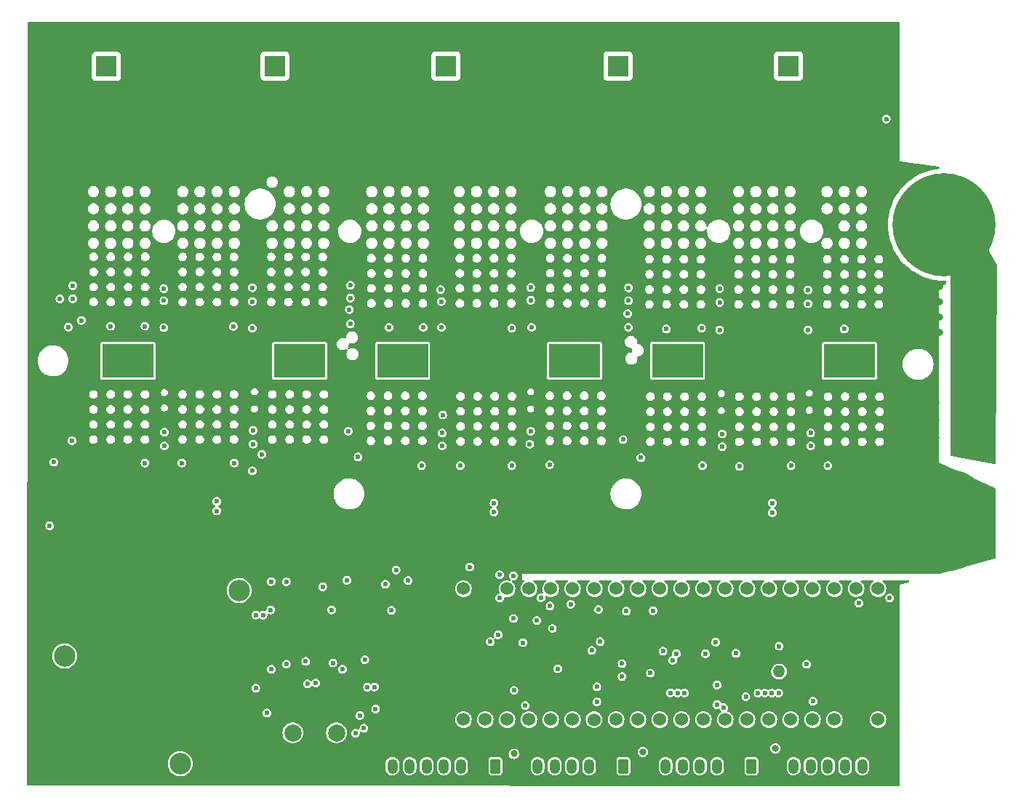
<source format=gbr>
%TF.GenerationSoftware,KiCad,Pcbnew,7.0.1-0*%
%TF.CreationDate,2023-10-26T13:37:28-04:00*%
%TF.ProjectId,MP2_DFN,4d50325f-4446-44e2-9e6b-696361645f70,rev?*%
%TF.SameCoordinates,Original*%
%TF.FileFunction,Copper,L2,Inr*%
%TF.FilePolarity,Positive*%
%FSLAX46Y46*%
G04 Gerber Fmt 4.6, Leading zero omitted, Abs format (unit mm)*
G04 Created by KiCad (PCBNEW 7.0.1-0) date 2023-10-26 13:37:28*
%MOMM*%
%LPD*%
G01*
G04 APERTURE LIST*
G04 Aperture macros list*
%AMRoundRect*
0 Rectangle with rounded corners*
0 $1 Rounding radius*
0 $2 $3 $4 $5 $6 $7 $8 $9 X,Y pos of 4 corners*
0 Add a 4 corners polygon primitive as box body*
4,1,4,$2,$3,$4,$5,$6,$7,$8,$9,$2,$3,0*
0 Add four circle primitives for the rounded corners*
1,1,$1+$1,$2,$3*
1,1,$1+$1,$4,$5*
1,1,$1+$1,$6,$7*
1,1,$1+$1,$8,$9*
0 Add four rect primitives between the rounded corners*
20,1,$1+$1,$2,$3,$4,$5,0*
20,1,$1+$1,$4,$5,$6,$7,0*
20,1,$1+$1,$6,$7,$8,$9,0*
20,1,$1+$1,$8,$9,$2,$3,0*%
G04 Aperture macros list end*
%TA.AperFunction,ComponentPad*%
%ADD10C,3.200000*%
%TD*%
%TA.AperFunction,ComponentPad*%
%ADD11RoundRect,0.250000X0.350000X0.625000X-0.350000X0.625000X-0.350000X-0.625000X0.350000X-0.625000X0*%
%TD*%
%TA.AperFunction,ComponentPad*%
%ADD12O,1.200000X1.750000*%
%TD*%
%TA.AperFunction,ComponentPad*%
%ADD13C,3.000000*%
%TD*%
%TA.AperFunction,ComponentPad*%
%ADD14C,1.524000*%
%TD*%
%TA.AperFunction,ComponentPad*%
%ADD15C,1.400000*%
%TD*%
%TA.AperFunction,ComponentPad*%
%ADD16O,1.400000X1.400000*%
%TD*%
%TA.AperFunction,ComponentPad*%
%ADD17C,2.500000*%
%TD*%
%TA.AperFunction,ComponentPad*%
%ADD18R,2.400000X2.400000*%
%TD*%
%TA.AperFunction,ComponentPad*%
%ADD19C,2.400000*%
%TD*%
%TA.AperFunction,ComponentPad*%
%ADD20C,2.000000*%
%TD*%
%TA.AperFunction,ComponentPad*%
%ADD21R,6.000000X4.000000*%
%TD*%
%TA.AperFunction,ViaPad*%
%ADD22C,0.600000*%
%TD*%
%TA.AperFunction,ViaPad*%
%ADD23C,0.800000*%
%TD*%
%TA.AperFunction,ViaPad*%
%ADD24C,12.000000*%
%TD*%
G04 APERTURE END LIST*
D10*
%TO.N,GND*%
%TO.C,TpGND2*%
X130000000Y-92300000D03*
%TD*%
D11*
%TO.N,Net-(J4-Pin_1)*%
%TO.C,J4*%
X117700000Y-119700000D03*
D12*
%TO.N,GND*%
X115700000Y-119700000D03*
%TO.N,PB6 D_UART1_TX I2C1_SCL TIM4_CH1*%
X113700000Y-119700000D03*
%TO.N,PB5 MOSI TIM3 CH2*%
X111700000Y-119700000D03*
%TO.N,PB4 MISO TIM3 CH1*%
X109700000Y-119700000D03*
%TO.N,PB3 SCK TIM2CH2*%
X107700000Y-119700000D03*
%TD*%
D13*
%TO.N,GND*%
%TO.C,TpGND4*%
X72569000Y-106778260D03*
%TD*%
D10*
%TO.N,GND*%
%TO.C,TpGND1*%
X141000000Y-92300000D03*
%TD*%
D11*
%TO.N,Net-(J2-Pin_1)*%
%TO.C,J2*%
X132600000Y-119700000D03*
D12*
%TO.N,GND*%
X130600000Y-119700000D03*
%TO.N,PC10 SPI3 SCK UART4TX*%
X128600000Y-119700000D03*
%TO.N,PC11 SPI3 MISO UART4RX*%
X126600000Y-119700000D03*
%TO.N,PC12 SPI3 MOSI GPIO*%
X124600000Y-119700000D03*
%TO.N,PB7 D_UART1_RX I2C1_SDA TIM4_CH2*%
X122600000Y-119700000D03*
%TD*%
D11*
%TO.N,Net-(J1-Pin_1)*%
%TO.C,J1*%
X102800000Y-119700000D03*
D12*
%TO.N,GND*%
X100800000Y-119700000D03*
%TO.N,Net-(J1-Pin_3)*%
X98800000Y-119700000D03*
%TO.N,Net-(J1-Pin_4)*%
X96800000Y-119700000D03*
%TO.N,UART3RX_I2C2SDA_ADC12-15*%
X94800000Y-119700000D03*
%TO.N,UART3TX_I2C2SCL_ADC12-14*%
X92800000Y-119700000D03*
%TO.N,PA5 ADC12-5 SPI1SCK TIM8CH1*%
X90800000Y-119700000D03*
%TD*%
D10*
%TO.N,GND*%
%TO.C,TpGND3*%
X107500000Y-92300000D03*
%TD*%
%TO.N,GND*%
%TO.C,TpGND7*%
X97500000Y-92300000D03*
%TD*%
D14*
%TO.N,unconnected-(U5-VBAT-Pad1)*%
%TO.C,U5*%
X147329000Y-99028000D03*
%TO.N,HALL_A*%
X144789000Y-99028000D03*
%TO.N,HALL_B*%
X142249000Y-99028000D03*
%TO.N,HALL_C*%
X139709000Y-99028000D03*
%TO.N,Net-(U5-NRST)*%
X137169000Y-99028000D03*
%TO.N,A_THROTTLE*%
X134629000Y-99028000D03*
%TO.N,VSENSE*%
X132089000Y-99028000D03*
%TO.N,A_SHA_AMP*%
X129549000Y-99028000D03*
%TO.N,A_SHB_AMP*%
X127009000Y-99028000D03*
%TO.N,A_SHC_AMP*%
X124469000Y-99028000D03*
%TO.N,A_PHA_VSENSE*%
X121929000Y-99028000D03*
%TO.N,A_PHB_VSENSE*%
X119389000Y-99028000D03*
%TO.N,MOTOR_TEMP*%
X116849000Y-99028000D03*
%TO.N,A_PHC_VSENSE*%
X114309000Y-99028000D03*
%TO.N,FET_TEMP*%
X111769000Y-99028000D03*
%TO.N,PA6 ADC12-6 SPI1MISO TIM13CH1*%
X109229000Y-99028000D03*
%TO.N,Net-(U5-PA5)*%
X106689000Y-99028000D03*
%TO.N,V3V3*%
X104149000Y-99028000D03*
%TO.N,GND*%
X101609000Y-99028000D03*
%TO.N,unconnected-(U5-NC-Pad20)*%
X99069000Y-99028000D03*
%TO.N,A_OVERLIMIT*%
X99069000Y-114268000D03*
%TO.N,_LIN_A*%
X101609000Y-114268000D03*
%TO.N,_LIN_B*%
X104149000Y-114268000D03*
%TO.N,_LIN_C*%
X106689000Y-114268000D03*
%TO.N,_HIN_A*%
X109229000Y-114268000D03*
%TO.N,_HIN_B*%
X111769000Y-114268000D03*
%TO.N,_HIN_C*%
X114285395Y-114277993D03*
%TO.N,Net-(U5-DUAL1)*%
X116849000Y-114268000D03*
%TO.N,Net-(U5-DUAL2)*%
X119389000Y-114268000D03*
%TO.N,Net-(RN2-R4.1)*%
X121929000Y-114268000D03*
%TO.N,Net-(RN2-R3.1)*%
X124469000Y-114268000D03*
%TO.N,Net-(RN2-R2.1)*%
X127009000Y-114268000D03*
%TO.N,Net-(RN2-R1.1)*%
X129549000Y-114268000D03*
%TO.N,Net-(RN3-R4.1)*%
X132089000Y-114268000D03*
%TO.N,Net-(RN3-R3.1)*%
X134629000Y-114268000D03*
%TO.N,Net-(RN3-R2.1)*%
X137169000Y-114268000D03*
%TO.N,Net-(RN3-R1.1)*%
X139709000Y-114268000D03*
%TO.N,V5V*%
X142249000Y-114268000D03*
%TO.N,GND*%
X144789000Y-114268000D03*
%TO.N,V3V3*%
X147329000Y-114268000D03*
%TD*%
D10*
%TO.N,GND*%
%TO.C,TpGND6*%
X75500000Y-92300000D03*
%TD*%
D15*
%TO.N,GND*%
%TO.C,NTC1*%
X133914000Y-108678260D03*
D16*
%TO.N,FET_TEMP*%
X135814000Y-108678260D03*
%TD*%
D10*
%TO.N,GND*%
%TO.C,TpGND5*%
X65500000Y-92300000D03*
%TD*%
D11*
%TO.N,GND*%
%TO.C,J3*%
X147500000Y-119700000D03*
D12*
%TO.N,Net-(J3-Pin_2)*%
X145500000Y-119700000D03*
%TO.N,Net-(J3-Pin_3)*%
X143500000Y-119700000D03*
%TO.N,Net-(J3-Pin_4)*%
X141500000Y-119700000D03*
%TO.N,Net-(J3-Pin_5)*%
X139500000Y-119700000D03*
%TO.N,V5V*%
X137500000Y-119700000D03*
%TD*%
D17*
%TO.N,V12V_safe*%
%TO.C,Tp12V1*%
X66100000Y-119400000D03*
%TD*%
%TO.N,Net-(D8-A1)*%
%TO.C,U6*%
X52640000Y-106860000D03*
%TO.N,GND*%
X52640000Y-111940000D03*
X72960000Y-119560000D03*
%TO.N,V12V_safe*%
X72960000Y-99240000D03*
%TD*%
D18*
%TO.N,VBAT*%
%TO.C,CR2*%
X77125000Y-38172220D03*
D19*
%TO.N,GND*%
X77125000Y-45672220D03*
%TD*%
D20*
%TO.N,V12V_safe*%
%TO.C,U7*%
X79200000Y-115800000D03*
%TO.N,GND*%
X81740000Y-115800000D03*
%TO.N,V5V*%
X84280000Y-115800000D03*
%TD*%
D21*
%TO.N,DV1H_N*%
%TO.C,PHA_1*%
X60000000Y-72500000D03*
%TD*%
%TO.N,DV2H_N*%
%TO.C,PHB_2*%
X112000000Y-72500000D03*
%TD*%
D18*
%TO.N,VBAT*%
%TO.C,CR4*%
X117075000Y-38172220D03*
D19*
%TO.N,GND*%
X117075000Y-45672220D03*
%TD*%
D21*
%TO.N,DV3H_N*%
%TO.C,PHC_2*%
X144000000Y-72500000D03*
%TD*%
%TO.N,DV3H_N*%
%TO.C,PHC_1*%
X124000000Y-72500000D03*
%TD*%
%TO.N,DV2H_N*%
%TO.C,PHB_1*%
X92000000Y-72500000D03*
%TD*%
%TO.N,DV1H_N*%
%TO.C,PHA_2*%
X80000000Y-72500000D03*
%TD*%
D18*
%TO.N,VBAT*%
%TO.C,CR5*%
X136925000Y-38172220D03*
D19*
%TO.N,GND*%
X136925000Y-45672220D03*
%TD*%
D18*
%TO.N,VBAT*%
%TO.C,CR1*%
X57500000Y-38225000D03*
D19*
%TO.N,GND*%
X57500000Y-45725000D03*
%TD*%
D18*
%TO.N,VBAT*%
%TO.C,CR3*%
X97050000Y-38172220D03*
D19*
%TO.N,GND*%
X97050000Y-45672220D03*
%TD*%
D22*
%TO.N,V12V*%
X76200000Y-113500000D03*
X74900000Y-110600000D03*
%TO.N,Net-(D8-A1)*%
X50908000Y-91699100D03*
X51391000Y-84300000D03*
X52100000Y-65287500D03*
%TO.N,V3V3*%
X110050000Y-108350000D03*
D23*
X104950000Y-118250498D03*
X135400000Y-117600000D03*
D22*
X117550000Y-109250000D03*
X139019000Y-107828260D03*
D23*
X119950000Y-118025000D03*
D22*
X117550000Y-107750000D03*
%TO.N,A_SHA_V+*%
X114600000Y-110450000D03*
X75750000Y-102100000D03*
X70365500Y-88861800D03*
%TO.N,GND*%
X138100000Y-100700000D03*
X130825000Y-116025000D03*
D23*
X150396000Y-67088000D03*
D22*
X122598907Y-110570775D03*
D23*
X58561200Y-96000000D03*
X120000000Y-96012000D03*
X56561200Y-96000000D03*
X63300000Y-50500000D03*
X93000000Y-92000000D03*
X58561200Y-92000000D03*
X145300000Y-91900000D03*
X114000000Y-96012000D03*
X118000000Y-96012000D03*
X60561200Y-96000000D03*
D22*
X58150000Y-117075000D03*
X123075000Y-109500000D03*
D23*
X81800000Y-96000000D03*
D22*
X137750000Y-111600000D03*
D23*
X124300000Y-50500000D03*
D22*
X148600000Y-107550000D03*
X144050000Y-107550000D03*
D23*
X93000000Y-94000000D03*
X137750000Y-94000000D03*
X127900000Y-50500000D03*
X106900000Y-50500000D03*
D22*
X99825000Y-108675000D03*
X73300000Y-109900000D03*
X86100000Y-107000000D03*
D23*
X152146000Y-67088000D03*
X51204800Y-51500000D03*
D22*
X137150000Y-103500000D03*
D23*
X124000000Y-96012000D03*
X145750000Y-96000000D03*
X128000000Y-96012000D03*
X66561200Y-96000000D03*
D22*
X89050000Y-118800000D03*
X67900000Y-103100000D03*
D23*
X88700000Y-50500000D03*
X143900000Y-50500000D03*
X150396000Y-65088000D03*
D22*
X61150000Y-117025000D03*
X145600000Y-107550000D03*
D23*
X121000000Y-94000000D03*
X141750000Y-96000000D03*
D22*
X120400000Y-105000000D03*
X144400000Y-102375000D03*
D23*
X79725000Y-89950000D03*
X151158000Y-83972400D03*
X70561200Y-94000000D03*
X68561200Y-96000000D03*
X152050000Y-80350000D03*
X90805000Y-92107000D03*
X103300000Y-50500000D03*
D22*
X96600500Y-103975000D03*
D23*
X65100000Y-50500000D03*
X145700000Y-50500000D03*
X154479000Y-63877000D03*
X62561200Y-96000000D03*
X68700000Y-50500000D03*
D22*
X62100000Y-110300000D03*
D23*
X87000000Y-92000000D03*
D22*
X72069000Y-112228260D03*
D23*
X108700000Y-50500000D03*
X150300000Y-78350000D03*
D22*
X88900000Y-104500000D03*
X98800000Y-109950000D03*
X105350000Y-113350000D03*
X82610000Y-109385000D03*
D23*
X135000000Y-94000000D03*
X152146000Y-69088000D03*
D22*
X129089325Y-104770440D03*
D23*
X64561200Y-96000000D03*
X123000000Y-94000000D03*
D22*
X56700000Y-108475000D03*
X80350000Y-110875000D03*
X73300000Y-111500000D03*
D23*
X90500000Y-50500000D03*
D22*
X147050000Y-107550000D03*
X68000000Y-115850000D03*
X76700000Y-116800000D03*
X130919000Y-107478260D03*
X134800000Y-104500000D03*
X89100000Y-117250000D03*
D23*
X135000000Y-92000000D03*
D22*
X65375000Y-112400000D03*
D23*
X83300000Y-50500000D03*
D22*
X128100000Y-100850000D03*
X82100000Y-104500000D03*
X140950000Y-107850000D03*
D23*
X116000000Y-96012000D03*
X90840000Y-114200000D03*
X154524000Y-69178000D03*
D22*
X69700000Y-117550000D03*
D23*
X115000000Y-94000000D03*
X150396000Y-69088000D03*
X81000000Y-90000000D03*
X95000000Y-94000000D03*
D22*
X93500000Y-107700000D03*
D23*
X58561200Y-94000000D03*
X84900000Y-73716400D03*
X145750000Y-94000000D03*
D22*
X52480000Y-76500000D03*
X131500000Y-100750000D03*
X138600000Y-104700000D03*
X118600000Y-109100000D03*
D23*
X117000000Y-94000000D03*
D22*
X54850000Y-102225000D03*
D23*
X127000000Y-94000000D03*
D22*
X107000000Y-107649500D03*
X140300000Y-100500000D03*
D23*
X80264000Y-96012000D03*
D22*
X54300000Y-100550000D03*
X61419000Y-100978260D03*
X99250500Y-105675000D03*
D23*
X81800000Y-94000000D03*
D22*
X143000000Y-102800000D03*
X118950000Y-105400000D03*
X59325000Y-108625000D03*
D23*
X56561200Y-94000000D03*
X154082000Y-81426000D03*
D22*
X96350000Y-105175000D03*
X116875000Y-102725000D03*
D23*
X85000000Y-92000000D03*
D22*
X124250000Y-109550498D03*
X137160000Y-115750000D03*
X111850000Y-107925000D03*
X124750000Y-107350000D03*
X56900000Y-99625000D03*
X120500000Y-102074500D03*
D23*
X154524000Y-67400000D03*
D22*
X139817023Y-112926319D03*
D23*
X126100000Y-50500000D03*
X152050000Y-76350000D03*
D22*
X54300000Y-75430000D03*
D23*
X110500000Y-50500000D03*
X85000000Y-96000000D03*
D22*
X98100000Y-107900000D03*
D23*
X108204000Y-96012000D03*
X110000000Y-96012000D03*
X154082000Y-77426000D03*
D22*
X78930000Y-109865000D03*
X96650000Y-77100000D03*
D23*
X53004800Y-51500000D03*
D22*
X100857789Y-103076987D03*
D23*
X113000000Y-94000000D03*
X86900000Y-50500000D03*
D22*
X148650000Y-103450000D03*
X136559958Y-111061687D03*
X77400000Y-109800000D03*
X53669000Y-120878260D03*
X71000000Y-115600000D03*
D23*
X86525000Y-73675000D03*
D22*
X121100000Y-107900000D03*
X105400000Y-109800000D03*
D23*
X95000000Y-92000000D03*
D22*
X144800000Y-115600000D03*
D23*
X143750000Y-96000000D03*
X139750000Y-96000000D03*
D22*
X128150000Y-116000000D03*
X74475000Y-121225000D03*
D23*
X122000000Y-96012000D03*
X152908000Y-83972400D03*
D22*
X142300000Y-100600000D03*
D23*
X70500000Y-50500000D03*
X60561200Y-92000000D03*
X93000000Y-96000000D03*
X77216000Y-94488000D03*
X117375000Y-92075000D03*
X152050000Y-82350000D03*
D22*
X53670000Y-76480000D03*
D23*
X81000000Y-92000000D03*
X130000000Y-96012000D03*
X117887100Y-74260500D03*
X111000000Y-94000000D03*
X150300000Y-76350000D03*
D22*
X97225000Y-113650000D03*
X135450000Y-102700000D03*
D23*
X150300000Y-80350000D03*
X119411100Y-74260500D03*
D22*
X120650000Y-113350000D03*
X86275000Y-109150000D03*
X147150000Y-103450000D03*
D23*
X62561200Y-94000000D03*
X86614000Y-75438000D03*
X125000000Y-92000000D03*
X76400000Y-96000000D03*
D22*
X113600000Y-102900000D03*
D23*
X143750000Y-94000000D03*
X133000000Y-94000000D03*
X66900000Y-50500000D03*
D22*
X66800000Y-107275000D03*
D23*
X119175000Y-75275000D03*
X137750000Y-92000000D03*
X126000000Y-96012000D03*
D24*
X155000000Y-91000000D03*
D23*
X104089200Y-93707200D03*
D22*
X124723911Y-100726089D03*
D23*
X129700000Y-50500000D03*
D22*
X119125000Y-102225000D03*
D23*
X152146000Y-65088000D03*
D22*
X145650000Y-103450000D03*
D23*
X89400000Y-114200000D03*
D22*
X93700000Y-109525000D03*
X105100000Y-108200000D03*
D23*
X152050000Y-78350000D03*
X80264000Y-94012000D03*
X68561200Y-94000000D03*
D22*
X55500000Y-116150000D03*
X137819000Y-121278260D03*
D23*
X154082000Y-79426000D03*
X56561200Y-92000000D03*
D22*
X61969000Y-105928260D03*
X66050000Y-117025000D03*
D23*
X85000000Y-94000000D03*
D22*
X80000000Y-117300000D03*
X98600000Y-103500000D03*
X147350000Y-115650000D03*
X112626089Y-107873911D03*
D23*
X70561200Y-96000000D03*
X132000000Y-96012000D03*
D22*
X62425000Y-113900000D03*
D23*
X90805000Y-94107000D03*
X72644000Y-96012000D03*
X112000000Y-96012000D03*
D22*
X107100000Y-109900000D03*
X113269000Y-99778260D03*
X114642844Y-111254978D03*
D23*
X60561200Y-94000000D03*
D22*
X142675000Y-107975000D03*
X139650000Y-115700000D03*
X126172012Y-109274190D03*
D23*
X119000000Y-94000000D03*
X87000000Y-94000000D03*
D22*
X67500000Y-99275000D03*
D23*
X147500000Y-50500000D03*
D22*
X115600000Y-99750000D03*
X132750000Y-103675000D03*
D23*
X105100000Y-50500000D03*
D22*
X79300000Y-107100000D03*
D23*
X137750000Y-96000000D03*
X115000000Y-92000000D03*
X131500000Y-50500000D03*
D22*
X52650000Y-99475000D03*
D23*
X112700000Y-91800000D03*
X85100000Y-50500000D03*
X117887100Y-75276500D03*
D22*
X111400000Y-103100000D03*
D23*
X75216000Y-94488000D03*
D22*
X94193936Y-114730271D03*
X147869000Y-109928260D03*
X110550000Y-113450000D03*
D23*
X154479000Y-65655000D03*
X85598000Y-75438000D03*
X135001000Y-96012000D03*
X104089200Y-95707200D03*
D22*
X121250000Y-111400000D03*
X89650000Y-109675000D03*
D23*
X120200000Y-92050000D03*
X49404800Y-51500000D03*
X125000000Y-94000000D03*
D22*
X127850000Y-109175000D03*
X64050000Y-103050000D03*
D23*
X150300000Y-82350000D03*
D22*
X126729690Y-107207028D03*
X142550000Y-116328260D03*
D23*
X95000000Y-96000000D03*
D22*
X76050000Y-110925000D03*
%TO.N,A_SHA_V-*%
X114600000Y-112200000D03*
X70365500Y-89979300D03*
X74900000Y-102100000D03*
%TO.N,Net-(D4-K)*%
X104950000Y-110849500D03*
X123850000Y-106600000D03*
X130800000Y-106550000D03*
X120850000Y-108850000D03*
X127250000Y-106600000D03*
%TO.N,A_SHB_V+*%
X103300000Y-100100000D03*
X115000000Y-105200000D03*
X102641100Y-89045100D03*
X103286500Y-97400000D03*
%TO.N,A_SHC_V+*%
X135050000Y-89050000D03*
X104902000Y-97536000D03*
%TO.N,A_SHB_V-*%
X114000000Y-106200000D03*
X102641100Y-90086500D03*
%TO.N,A_SHC_V-*%
X109150000Y-101050000D03*
X135050800Y-90173900D03*
D23*
%TO.N,VBAT*%
X157988000Y-62992000D03*
X158800000Y-79600000D03*
X157318000Y-69178000D03*
X157988000Y-70612000D03*
X157000000Y-77022000D03*
X157318000Y-67400000D03*
X160528000Y-68072000D03*
X160528000Y-73152000D03*
X157400000Y-66200000D03*
X160528000Y-78232000D03*
X157988000Y-73152000D03*
X158800000Y-77060000D03*
X157400000Y-64004000D03*
X160528000Y-83312000D03*
X160528000Y-65532000D03*
X157000000Y-78800000D03*
D24*
X155000000Y-56650000D03*
D23*
X160528000Y-80772000D03*
X160528000Y-62992000D03*
X157988000Y-83312000D03*
X160528000Y-70612000D03*
X157000000Y-82356000D03*
X157000000Y-80578000D03*
X160528000Y-75692000D03*
D22*
%TO.N,Net-(J1-Pin_3)*%
X129369000Y-112878260D03*
%TO.N,Net-(J1-Pin_4)*%
X128599500Y-112523264D03*
%TO.N,A_PHA_VSENSE*%
X121150000Y-101600000D03*
X76687500Y-98200000D03*
%TO.N,FET_TEMP*%
X108100000Y-100090260D03*
X96650000Y-78800000D03*
X135825000Y-105725500D03*
X91225000Y-96850000D03*
%TO.N,A_PHB_VSENSE*%
X118050000Y-101650000D03*
X82687500Y-98812500D03*
%TO.N,A_PHC_VSENSE*%
X89975000Y-98500000D03*
X114800000Y-101450000D03*
%TO.N,LIN_A*%
X81900000Y-110000000D03*
X78454500Y-107800500D03*
%TO.N,LIN_B*%
X88725000Y-110475000D03*
X84990000Y-108400000D03*
%TO.N,HIN_A*%
X76714000Y-108400000D03*
X80900000Y-110100000D03*
%TO.N,HIN_B*%
X87900000Y-110500000D03*
X83875000Y-107675000D03*
%TO.N,Net-(R32-Pad2)*%
X109425000Y-103650500D03*
X103100000Y-104400000D03*
%TO.N,MOTOR_TEMP*%
X139769000Y-112128260D03*
X128450000Y-105250511D03*
X128599500Y-110238992D03*
%TO.N,Net-(U4C-+)*%
X104910421Y-102499500D03*
X107625000Y-102725000D03*
%TO.N,Net-(U4C--)*%
X102200000Y-105200000D03*
X106000000Y-105300000D03*
%TO.N,Net-(RN2-R2.1)*%
X124796768Y-111173384D03*
%TO.N,Net-(RN2-R3.1)*%
X123996656Y-111173606D03*
%TO.N,Net-(RN2-R4.1)*%
X123150000Y-111150000D03*
%TO.N,VSENSE*%
X148291600Y-44349000D03*
X148700000Y-100100000D03*
X145100000Y-100700000D03*
%TO.N,DVRL1*%
X75600000Y-83400000D03*
X80716989Y-107483011D03*
%TO.N,DVRL2*%
X87600000Y-107300000D03*
X86800000Y-83700000D03*
%TO.N,Net-(CGS1-Pad2)*%
X53086000Y-68580000D03*
X53594000Y-63754000D03*
%TO.N,Net-(CGS2-Pad2)*%
X64200000Y-65500000D03*
X64205000Y-68633800D03*
%TO.N,Net-(RN3-R1.1)*%
X135769000Y-111178260D03*
%TO.N,Net-(RN3-R2.1)*%
X134969000Y-111178260D03*
%TO.N,Net-(RN3-R3.1)*%
X134169000Y-111178260D03*
%TO.N,Net-(RN3-R4.1)*%
X133369000Y-111178260D03*
%TO.N,Net-(CGS3-Pad2)*%
X74500000Y-68700000D03*
X74500000Y-65600000D03*
%TO.N,Net-(CGS4-Pad2)*%
X85900000Y-65200000D03*
X85900000Y-68200000D03*
%TO.N,Net-(CGS5-Pad2)*%
X96500000Y-68600000D03*
X96500000Y-65600000D03*
%TO.N,Net-(CGS6-Pad2)*%
X107000000Y-68600000D03*
X106900000Y-65450000D03*
%TO.N,Net-(CGS7-Pad2)*%
X118300000Y-68600000D03*
X118300000Y-65500000D03*
%TO.N,_HIN_A*%
X86500000Y-115850000D03*
%TO.N,_LIN_A*%
X87475000Y-115275000D03*
%TO.N,_HIN_B*%
X87000000Y-113800000D03*
%TO.N,_LIN_B*%
X88850000Y-113025000D03*
%TO.N,Net-(CGS8-Pad2)*%
X128900000Y-65700000D03*
X128900000Y-68900000D03*
%TO.N,Net-(CGS9-Pad2)*%
X139200000Y-65850000D03*
X139200000Y-68900000D03*
%TO.N,DVRL3*%
X99800000Y-96500000D03*
X119730000Y-83780000D03*
%TO.N,Net-(CGS10-Pad2)*%
X64262000Y-80800000D03*
X72400000Y-84400000D03*
X74600000Y-80600000D03*
X62000000Y-84400000D03*
%TO.N,Net-(CGS11-Pad1)*%
X66300000Y-84400000D03*
X64262000Y-82400000D03*
%TO.N,Net-(CGS12-Pad1)*%
X74600000Y-82200000D03*
X74500000Y-85300000D03*
%TO.N,Net-(CGS13-Pad2)*%
X106800000Y-82200000D03*
X96600000Y-82400000D03*
X104700000Y-84700000D03*
X94200000Y-84700000D03*
%TO.N,Net-(CGS14-Pad1)*%
X98700000Y-84700000D03*
X96600000Y-80900000D03*
%TO.N,Net-(CGS15-Pad1)*%
X109100000Y-84600000D03*
X106900000Y-80700000D03*
%TO.N,Net-(CGS16-Pad2)*%
X129200000Y-81000000D03*
X139500000Y-80900000D03*
X126900000Y-84700000D03*
X137200000Y-84700000D03*
%TO.N,Net-(CGS17-Pad1)*%
X129200000Y-82500000D03*
X131200000Y-84800000D03*
%TO.N,Net-(CGS18-Pad1)*%
X139500000Y-82400000D03*
X141500000Y-84700000D03*
%TO.N,DV1H_N*%
X58003500Y-68473300D03*
X53500000Y-81800000D03*
X53594000Y-65278000D03*
X72300000Y-68500000D03*
X62003500Y-68469300D03*
X74500000Y-64000000D03*
X78450000Y-98225000D03*
X64200000Y-64100000D03*
%TO.N,DV2H_N*%
X85670000Y-80702500D03*
X94400000Y-68600000D03*
X85500000Y-98050000D03*
X85900000Y-63700000D03*
X90400000Y-68600000D03*
X104700000Y-68700000D03*
X106900000Y-63950000D03*
X96400000Y-64200000D03*
%TO.N,DV3H_N*%
X143400000Y-68800000D03*
X117650000Y-81675000D03*
X128900000Y-64100000D03*
X122700000Y-68800000D03*
X92625000Y-98075000D03*
X126800000Y-68700000D03*
X139200000Y-64250000D03*
X118300000Y-64000000D03*
%TO.N,DV1H_P*%
X76650000Y-101500000D03*
X54600000Y-67800000D03*
%TO.N,DV2H_P*%
X83725000Y-101500000D03*
X85800000Y-66537800D03*
%TO.N,DV3H_P*%
X90700000Y-101550000D03*
X118200000Y-67000000D03*
%TO.N,PA6 ADC12-6 SPI1MISO TIM13CH1*%
X131950000Y-111600000D03*
X111550000Y-100850000D03*
X122300000Y-106300000D03*
X123423911Y-107373911D03*
%TO.N,PA5 ADC12-5 SPI1SCK TIM8CH1*%
X106275000Y-112625000D03*
%TD*%
%TA.AperFunction,Conductor*%
%TO.N,VBAT*%
G36*
X159785790Y-58864549D02*
G01*
X159833855Y-58886693D01*
X159868310Y-58926862D01*
X161184678Y-61371544D01*
X161199500Y-61430332D01*
X161199500Y-61470224D01*
X161199497Y-61471101D01*
X161037049Y-84433656D01*
X161025010Y-84486083D01*
X160991903Y-84528479D01*
X160943957Y-84552866D01*
X160890195Y-84554654D01*
X155901143Y-83618969D01*
X155849234Y-83596019D01*
X155812989Y-83552344D01*
X155800000Y-83497094D01*
X155800000Y-61862000D01*
X155813091Y-61806546D01*
X155849600Y-61762800D01*
X156333333Y-61400000D01*
X159684735Y-58886448D01*
X159732869Y-58864463D01*
X159785790Y-58864549D01*
G37*
%TD.AperFunction*%
%TD*%
%TA.AperFunction,Conductor*%
%TO.N,GND*%
G36*
X149796993Y-33036889D02*
G01*
X149843117Y-33083008D01*
X149860000Y-33146012D01*
X149860000Y-49276000D01*
X154404078Y-49925154D01*
X154459694Y-49947500D01*
X154498693Y-49993018D01*
X154512248Y-50051404D01*
X154497291Y-50109448D01*
X154457207Y-50154012D01*
X154401067Y-50175014D01*
X153982307Y-50224578D01*
X153481311Y-50324233D01*
X152989690Y-50462884D01*
X152510446Y-50639686D01*
X152046562Y-50853541D01*
X151600872Y-51103138D01*
X151176156Y-51386925D01*
X150774999Y-51703171D01*
X150399905Y-52049905D01*
X150053171Y-52424999D01*
X149736925Y-52826156D01*
X149453138Y-53250872D01*
X149203541Y-53696562D01*
X148989686Y-54160446D01*
X148812884Y-54639690D01*
X148674233Y-55131311D01*
X148574578Y-55632307D01*
X148514537Y-56139586D01*
X148494484Y-56650000D01*
X148514537Y-57160413D01*
X148574578Y-57667692D01*
X148674233Y-58168688D01*
X148812884Y-58660309D01*
X148989686Y-59139553D01*
X149081764Y-59339284D01*
X149203543Y-59603442D01*
X149369343Y-59899500D01*
X149453138Y-60049127D01*
X149657481Y-60354947D01*
X149736927Y-60473846D01*
X149968230Y-60767253D01*
X150053171Y-60875000D01*
X150399905Y-61250094D01*
X150774999Y-61596828D01*
X150775003Y-61596831D01*
X150775005Y-61596833D01*
X151176154Y-61913073D01*
X151246794Y-61960273D01*
X151600872Y-62196861D01*
X151600875Y-62196862D01*
X151600877Y-62196864D01*
X152046558Y-62446457D01*
X152326207Y-62575377D01*
X152510446Y-62660313D01*
X152989690Y-62837115D01*
X153258635Y-62912965D01*
X153481317Y-62975768D01*
X153885378Y-63056140D01*
X153982307Y-63075421D01*
X153982309Y-63075421D01*
X153982313Y-63075422D01*
X154489583Y-63135462D01*
X155000000Y-63155516D01*
X155150129Y-63149617D01*
X155163554Y-63149090D01*
X155228622Y-63164262D01*
X155276785Y-63210570D01*
X155294500Y-63274993D01*
X155294500Y-63432504D01*
X155277760Y-63495260D01*
X155231988Y-63541340D01*
X154432000Y-64007999D01*
X154432000Y-84328000D01*
X160962801Y-87342216D01*
X161016134Y-87388711D01*
X161036000Y-87456619D01*
X161036000Y-95407762D01*
X161024274Y-95460842D01*
X160991277Y-95504043D01*
X160943153Y-95529322D01*
X154532944Y-97277560D01*
X154499791Y-97282000D01*
X105893999Y-97282000D01*
X105918999Y-98028259D01*
X105919000Y-98028260D01*
X105919001Y-98028260D01*
X106037842Y-98028260D01*
X106097238Y-98043138D01*
X106142607Y-98084258D01*
X106163235Y-98141910D01*
X106154251Y-98202478D01*
X106117776Y-98251659D01*
X106005116Y-98344116D01*
X105884837Y-98490676D01*
X105795464Y-98657882D01*
X105740426Y-98839320D01*
X105721842Y-99028000D01*
X105740426Y-99216679D01*
X105740426Y-99216681D01*
X105740427Y-99216683D01*
X105757344Y-99272453D01*
X105795464Y-99398117D01*
X105884837Y-99565323D01*
X106005116Y-99711883D01*
X106133065Y-99816888D01*
X106151676Y-99832162D01*
X106318885Y-99921537D01*
X106500317Y-99976573D01*
X106641829Y-99990510D01*
X106688999Y-99995157D01*
X106688999Y-99995156D01*
X106689000Y-99995157D01*
X106877683Y-99976573D01*
X107059115Y-99921537D01*
X107226324Y-99832162D01*
X107372883Y-99711883D01*
X107493162Y-99565324D01*
X107582537Y-99398115D01*
X107637573Y-99216683D01*
X107656157Y-99028000D01*
X107637573Y-98839317D01*
X107582537Y-98657885D01*
X107493162Y-98490676D01*
X107443659Y-98430357D01*
X107372883Y-98344116D01*
X107260224Y-98251659D01*
X107223749Y-98202478D01*
X107214765Y-98141910D01*
X107235393Y-98084258D01*
X107280762Y-98043138D01*
X107340158Y-98028260D01*
X108577842Y-98028260D01*
X108637238Y-98043138D01*
X108682607Y-98084258D01*
X108703235Y-98141910D01*
X108694251Y-98202478D01*
X108657776Y-98251659D01*
X108545116Y-98344116D01*
X108424837Y-98490676D01*
X108335464Y-98657882D01*
X108280426Y-98839320D01*
X108261842Y-99028000D01*
X108280426Y-99216679D01*
X108280426Y-99216681D01*
X108280427Y-99216683D01*
X108309644Y-99313000D01*
X108335465Y-99398121D01*
X108345804Y-99417464D01*
X108360652Y-99474161D01*
X108348244Y-99531441D01*
X108311265Y-99576911D01*
X108257716Y-99600734D01*
X108199183Y-99597753D01*
X108171961Y-99589760D01*
X108028039Y-99589760D01*
X108028038Y-99589760D01*
X107889946Y-99630307D01*
X107768873Y-99708115D01*
X107674622Y-99816888D01*
X107614834Y-99947803D01*
X107594352Y-100090259D01*
X107614834Y-100232716D01*
X107674622Y-100363631D01*
X107674623Y-100363633D01*
X107729208Y-100426628D01*
X107768873Y-100472404D01*
X107784029Y-100482144D01*
X107889947Y-100550213D01*
X107967155Y-100572883D01*
X108028038Y-100590760D01*
X108028039Y-100590760D01*
X108171961Y-100590760D01*
X108171962Y-100590760D01*
X108203305Y-100581556D01*
X108310053Y-100550213D01*
X108431128Y-100472403D01*
X108525377Y-100363633D01*
X108585165Y-100232717D01*
X108604247Y-100100000D01*
X148194352Y-100100000D01*
X148214834Y-100242456D01*
X148246056Y-100310821D01*
X148274623Y-100373373D01*
X148356493Y-100467857D01*
X148368873Y-100482144D01*
X148429409Y-100521047D01*
X148489947Y-100559953D01*
X148587491Y-100588594D01*
X148628038Y-100600500D01*
X148628039Y-100600500D01*
X148771961Y-100600500D01*
X148771962Y-100600500D01*
X148807561Y-100590047D01*
X148910053Y-100559953D01*
X149031128Y-100482143D01*
X149125377Y-100373373D01*
X149185165Y-100242457D01*
X149205647Y-100100000D01*
X149185165Y-99957543D01*
X149125377Y-99826627D01*
X149031128Y-99717857D01*
X149031127Y-99717856D01*
X149031126Y-99717855D01*
X148910053Y-99640047D01*
X148771962Y-99599500D01*
X148771961Y-99599500D01*
X148628039Y-99599500D01*
X148628038Y-99599500D01*
X148489946Y-99640047D01*
X148368873Y-99717855D01*
X148274622Y-99826628D01*
X148214834Y-99957543D01*
X148194352Y-100100000D01*
X108604247Y-100100000D01*
X108605647Y-100090260D01*
X108593714Y-100007264D01*
X108602789Y-99939304D01*
X108646108Y-99886156D01*
X108710844Y-99863562D01*
X108777826Y-99878211D01*
X108858879Y-99921534D01*
X108858885Y-99921537D01*
X109040317Y-99976573D01*
X109181829Y-99990510D01*
X109228999Y-99995157D01*
X109228999Y-99995156D01*
X109229000Y-99995157D01*
X109417683Y-99976573D01*
X109599115Y-99921537D01*
X109766324Y-99832162D01*
X109912883Y-99711883D01*
X110033162Y-99565324D01*
X110122537Y-99398115D01*
X110177573Y-99216683D01*
X110196157Y-99028000D01*
X110177573Y-98839317D01*
X110122537Y-98657885D01*
X110033162Y-98490676D01*
X109983659Y-98430357D01*
X109912883Y-98344116D01*
X109800224Y-98251659D01*
X109763749Y-98202478D01*
X109754765Y-98141910D01*
X109775393Y-98084258D01*
X109820762Y-98043138D01*
X109880158Y-98028260D01*
X111117842Y-98028260D01*
X111177238Y-98043138D01*
X111222607Y-98084258D01*
X111243235Y-98141910D01*
X111234251Y-98202478D01*
X111197776Y-98251659D01*
X111085116Y-98344116D01*
X110964837Y-98490676D01*
X110875464Y-98657882D01*
X110820426Y-98839320D01*
X110801842Y-99028000D01*
X110820426Y-99216679D01*
X110820426Y-99216681D01*
X110820427Y-99216683D01*
X110837344Y-99272453D01*
X110875464Y-99398117D01*
X110964837Y-99565323D01*
X111085116Y-99711883D01*
X111213065Y-99816888D01*
X111231676Y-99832162D01*
X111398885Y-99921537D01*
X111580317Y-99976573D01*
X111721829Y-99990510D01*
X111768999Y-99995157D01*
X111768999Y-99995156D01*
X111769000Y-99995157D01*
X111957683Y-99976573D01*
X112139115Y-99921537D01*
X112306324Y-99832162D01*
X112452883Y-99711883D01*
X112573162Y-99565324D01*
X112662537Y-99398115D01*
X112717573Y-99216683D01*
X112736157Y-99028000D01*
X112717573Y-98839317D01*
X112662537Y-98657885D01*
X112573162Y-98490676D01*
X112523659Y-98430357D01*
X112452883Y-98344116D01*
X112340224Y-98251659D01*
X112303749Y-98202478D01*
X112294765Y-98141910D01*
X112315393Y-98084258D01*
X112360762Y-98043138D01*
X112420158Y-98028260D01*
X113657842Y-98028260D01*
X113717238Y-98043138D01*
X113762607Y-98084258D01*
X113783235Y-98141910D01*
X113774251Y-98202478D01*
X113737776Y-98251659D01*
X113625116Y-98344116D01*
X113504837Y-98490676D01*
X113415464Y-98657882D01*
X113360426Y-98839320D01*
X113341842Y-99028000D01*
X113360426Y-99216679D01*
X113360426Y-99216681D01*
X113360427Y-99216683D01*
X113377344Y-99272453D01*
X113415464Y-99398117D01*
X113504837Y-99565323D01*
X113625116Y-99711883D01*
X113753065Y-99816888D01*
X113771676Y-99832162D01*
X113938885Y-99921537D01*
X114120317Y-99976573D01*
X114261829Y-99990510D01*
X114308999Y-99995157D01*
X114308999Y-99995156D01*
X114309000Y-99995157D01*
X114497683Y-99976573D01*
X114679115Y-99921537D01*
X114846324Y-99832162D01*
X114992883Y-99711883D01*
X115113162Y-99565324D01*
X115202537Y-99398115D01*
X115257573Y-99216683D01*
X115276157Y-99028000D01*
X115257573Y-98839317D01*
X115202537Y-98657885D01*
X115113162Y-98490676D01*
X115063659Y-98430357D01*
X114992883Y-98344116D01*
X114880224Y-98251659D01*
X114843749Y-98202478D01*
X114834765Y-98141910D01*
X114855393Y-98084258D01*
X114900762Y-98043138D01*
X114960158Y-98028260D01*
X116197842Y-98028260D01*
X116257238Y-98043138D01*
X116302607Y-98084258D01*
X116323235Y-98141910D01*
X116314251Y-98202478D01*
X116277776Y-98251659D01*
X116165116Y-98344116D01*
X116044837Y-98490676D01*
X115955464Y-98657882D01*
X115900426Y-98839320D01*
X115881842Y-99028000D01*
X115900426Y-99216679D01*
X115900426Y-99216681D01*
X115900427Y-99216683D01*
X115917344Y-99272453D01*
X115955464Y-99398117D01*
X116044837Y-99565323D01*
X116165116Y-99711883D01*
X116293065Y-99816888D01*
X116311676Y-99832162D01*
X116478885Y-99921537D01*
X116660317Y-99976573D01*
X116801829Y-99990510D01*
X116848999Y-99995157D01*
X116848999Y-99995156D01*
X116849000Y-99995157D01*
X117037683Y-99976573D01*
X117219115Y-99921537D01*
X117386324Y-99832162D01*
X117532883Y-99711883D01*
X117653162Y-99565324D01*
X117742537Y-99398115D01*
X117797573Y-99216683D01*
X117816157Y-99028000D01*
X117797573Y-98839317D01*
X117742537Y-98657885D01*
X117653162Y-98490676D01*
X117603659Y-98430357D01*
X117532883Y-98344116D01*
X117420224Y-98251659D01*
X117383749Y-98202478D01*
X117374765Y-98141910D01*
X117395393Y-98084258D01*
X117440762Y-98043138D01*
X117500158Y-98028260D01*
X118737842Y-98028260D01*
X118797238Y-98043138D01*
X118842607Y-98084258D01*
X118863235Y-98141910D01*
X118854251Y-98202478D01*
X118817776Y-98251659D01*
X118705116Y-98344116D01*
X118584837Y-98490676D01*
X118495464Y-98657882D01*
X118440426Y-98839320D01*
X118421842Y-99028000D01*
X118440426Y-99216679D01*
X118440426Y-99216681D01*
X118440427Y-99216683D01*
X118457344Y-99272453D01*
X118495464Y-99398117D01*
X118584837Y-99565323D01*
X118705116Y-99711883D01*
X118833065Y-99816888D01*
X118851676Y-99832162D01*
X119018885Y-99921537D01*
X119200317Y-99976573D01*
X119341829Y-99990510D01*
X119388999Y-99995157D01*
X119388999Y-99995156D01*
X119389000Y-99995157D01*
X119577683Y-99976573D01*
X119759115Y-99921537D01*
X119926324Y-99832162D01*
X120072883Y-99711883D01*
X120193162Y-99565324D01*
X120282537Y-99398115D01*
X120337573Y-99216683D01*
X120356157Y-99028000D01*
X120337573Y-98839317D01*
X120282537Y-98657885D01*
X120193162Y-98490676D01*
X120143659Y-98430357D01*
X120072883Y-98344116D01*
X119960224Y-98251659D01*
X119923749Y-98202478D01*
X119914765Y-98141910D01*
X119935393Y-98084258D01*
X119980762Y-98043138D01*
X120040158Y-98028260D01*
X121277842Y-98028260D01*
X121337238Y-98043138D01*
X121382607Y-98084258D01*
X121403235Y-98141910D01*
X121394251Y-98202478D01*
X121357776Y-98251659D01*
X121245116Y-98344116D01*
X121124837Y-98490676D01*
X121035464Y-98657882D01*
X120980426Y-98839320D01*
X120961842Y-99028000D01*
X120980426Y-99216679D01*
X120980426Y-99216681D01*
X120980427Y-99216683D01*
X120997344Y-99272453D01*
X121035464Y-99398117D01*
X121124837Y-99565323D01*
X121245116Y-99711883D01*
X121373065Y-99816888D01*
X121391676Y-99832162D01*
X121558885Y-99921537D01*
X121740317Y-99976573D01*
X121881829Y-99990510D01*
X121928999Y-99995157D01*
X121928999Y-99995156D01*
X121929000Y-99995157D01*
X122117683Y-99976573D01*
X122299115Y-99921537D01*
X122466324Y-99832162D01*
X122612883Y-99711883D01*
X122733162Y-99565324D01*
X122822537Y-99398115D01*
X122877573Y-99216683D01*
X122896157Y-99028000D01*
X122877573Y-98839317D01*
X122822537Y-98657885D01*
X122733162Y-98490676D01*
X122683659Y-98430357D01*
X122612883Y-98344116D01*
X122500224Y-98251659D01*
X122463749Y-98202478D01*
X122454765Y-98141910D01*
X122475393Y-98084258D01*
X122520762Y-98043138D01*
X122580158Y-98028260D01*
X123817842Y-98028260D01*
X123877238Y-98043138D01*
X123922607Y-98084258D01*
X123943235Y-98141910D01*
X123934251Y-98202478D01*
X123897776Y-98251659D01*
X123785116Y-98344116D01*
X123664837Y-98490676D01*
X123575464Y-98657882D01*
X123520426Y-98839320D01*
X123501842Y-99028000D01*
X123520426Y-99216679D01*
X123520426Y-99216681D01*
X123520427Y-99216683D01*
X123537344Y-99272453D01*
X123575464Y-99398117D01*
X123664837Y-99565323D01*
X123785116Y-99711883D01*
X123913065Y-99816888D01*
X123931676Y-99832162D01*
X124098885Y-99921537D01*
X124280317Y-99976573D01*
X124421829Y-99990510D01*
X124468999Y-99995157D01*
X124468999Y-99995156D01*
X124469000Y-99995157D01*
X124657683Y-99976573D01*
X124839115Y-99921537D01*
X125006324Y-99832162D01*
X125152883Y-99711883D01*
X125273162Y-99565324D01*
X125362537Y-99398115D01*
X125417573Y-99216683D01*
X125436157Y-99028000D01*
X125417573Y-98839317D01*
X125362537Y-98657885D01*
X125273162Y-98490676D01*
X125223659Y-98430357D01*
X125152883Y-98344116D01*
X125040224Y-98251659D01*
X125003749Y-98202478D01*
X124994765Y-98141910D01*
X125015393Y-98084258D01*
X125060762Y-98043138D01*
X125120158Y-98028260D01*
X126357842Y-98028260D01*
X126417238Y-98043138D01*
X126462607Y-98084258D01*
X126483235Y-98141910D01*
X126474251Y-98202478D01*
X126437776Y-98251659D01*
X126325116Y-98344116D01*
X126204837Y-98490676D01*
X126115464Y-98657882D01*
X126060426Y-98839320D01*
X126041842Y-99028000D01*
X126060426Y-99216679D01*
X126060426Y-99216681D01*
X126060427Y-99216683D01*
X126077344Y-99272453D01*
X126115464Y-99398117D01*
X126204837Y-99565323D01*
X126325116Y-99711883D01*
X126453065Y-99816888D01*
X126471676Y-99832162D01*
X126638885Y-99921537D01*
X126820317Y-99976573D01*
X126961829Y-99990510D01*
X127008999Y-99995157D01*
X127008999Y-99995156D01*
X127009000Y-99995157D01*
X127197683Y-99976573D01*
X127379115Y-99921537D01*
X127546324Y-99832162D01*
X127692883Y-99711883D01*
X127813162Y-99565324D01*
X127902537Y-99398115D01*
X127957573Y-99216683D01*
X127976157Y-99028000D01*
X127957573Y-98839317D01*
X127902537Y-98657885D01*
X127813162Y-98490676D01*
X127763659Y-98430357D01*
X127692883Y-98344116D01*
X127580224Y-98251659D01*
X127543749Y-98202478D01*
X127534765Y-98141910D01*
X127555393Y-98084258D01*
X127600762Y-98043138D01*
X127660158Y-98028260D01*
X128897842Y-98028260D01*
X128957238Y-98043138D01*
X129002607Y-98084258D01*
X129023235Y-98141910D01*
X129014251Y-98202478D01*
X128977776Y-98251659D01*
X128865116Y-98344116D01*
X128744837Y-98490676D01*
X128655464Y-98657882D01*
X128600426Y-98839320D01*
X128581842Y-99028000D01*
X128600426Y-99216679D01*
X128600426Y-99216681D01*
X128600427Y-99216683D01*
X128617344Y-99272453D01*
X128655464Y-99398117D01*
X128744837Y-99565323D01*
X128865116Y-99711883D01*
X128993065Y-99816888D01*
X129011676Y-99832162D01*
X129178885Y-99921537D01*
X129360317Y-99976573D01*
X129501829Y-99990510D01*
X129548999Y-99995157D01*
X129548999Y-99995156D01*
X129549000Y-99995157D01*
X129737683Y-99976573D01*
X129919115Y-99921537D01*
X130086324Y-99832162D01*
X130232883Y-99711883D01*
X130353162Y-99565324D01*
X130442537Y-99398115D01*
X130497573Y-99216683D01*
X130516157Y-99028000D01*
X130497573Y-98839317D01*
X130442537Y-98657885D01*
X130353162Y-98490676D01*
X130303659Y-98430357D01*
X130232883Y-98344116D01*
X130120224Y-98251659D01*
X130083749Y-98202478D01*
X130074765Y-98141910D01*
X130095393Y-98084258D01*
X130140762Y-98043138D01*
X130200158Y-98028260D01*
X131437842Y-98028260D01*
X131497238Y-98043138D01*
X131542607Y-98084258D01*
X131563235Y-98141910D01*
X131554251Y-98202478D01*
X131517776Y-98251659D01*
X131405116Y-98344116D01*
X131284837Y-98490676D01*
X131195464Y-98657882D01*
X131140426Y-98839320D01*
X131121842Y-99028000D01*
X131140426Y-99216679D01*
X131140426Y-99216681D01*
X131140427Y-99216683D01*
X131157344Y-99272453D01*
X131195464Y-99398117D01*
X131284837Y-99565323D01*
X131405116Y-99711883D01*
X131533065Y-99816888D01*
X131551676Y-99832162D01*
X131718885Y-99921537D01*
X131900317Y-99976573D01*
X132041829Y-99990510D01*
X132088999Y-99995157D01*
X132088999Y-99995156D01*
X132089000Y-99995157D01*
X132277683Y-99976573D01*
X132459115Y-99921537D01*
X132626324Y-99832162D01*
X132772883Y-99711883D01*
X132893162Y-99565324D01*
X132982537Y-99398115D01*
X133037573Y-99216683D01*
X133056157Y-99028000D01*
X133037573Y-98839317D01*
X132982537Y-98657885D01*
X132893162Y-98490676D01*
X132843659Y-98430357D01*
X132772883Y-98344116D01*
X132660224Y-98251659D01*
X132623749Y-98202478D01*
X132614765Y-98141910D01*
X132635393Y-98084258D01*
X132680762Y-98043138D01*
X132740158Y-98028260D01*
X133977842Y-98028260D01*
X134037238Y-98043138D01*
X134082607Y-98084258D01*
X134103235Y-98141910D01*
X134094251Y-98202478D01*
X134057776Y-98251659D01*
X133945116Y-98344116D01*
X133824837Y-98490676D01*
X133735464Y-98657882D01*
X133680426Y-98839320D01*
X133661842Y-99028000D01*
X133680426Y-99216679D01*
X133680426Y-99216681D01*
X133680427Y-99216683D01*
X133697344Y-99272453D01*
X133735464Y-99398117D01*
X133824837Y-99565323D01*
X133945116Y-99711883D01*
X134073065Y-99816888D01*
X134091676Y-99832162D01*
X134258885Y-99921537D01*
X134440317Y-99976573D01*
X134581829Y-99990510D01*
X134628999Y-99995157D01*
X134628999Y-99995156D01*
X134629000Y-99995157D01*
X134817683Y-99976573D01*
X134999115Y-99921537D01*
X135166324Y-99832162D01*
X135312883Y-99711883D01*
X135433162Y-99565324D01*
X135522537Y-99398115D01*
X135577573Y-99216683D01*
X135596157Y-99028000D01*
X135577573Y-98839317D01*
X135522537Y-98657885D01*
X135433162Y-98490676D01*
X135383659Y-98430357D01*
X135312883Y-98344116D01*
X135200224Y-98251659D01*
X135163749Y-98202478D01*
X135154765Y-98141910D01*
X135175393Y-98084258D01*
X135220762Y-98043138D01*
X135280158Y-98028260D01*
X136517842Y-98028260D01*
X136577238Y-98043138D01*
X136622607Y-98084258D01*
X136643235Y-98141910D01*
X136634251Y-98202478D01*
X136597776Y-98251659D01*
X136485116Y-98344116D01*
X136364837Y-98490676D01*
X136275464Y-98657882D01*
X136220426Y-98839320D01*
X136201842Y-99028000D01*
X136220426Y-99216679D01*
X136220426Y-99216681D01*
X136220427Y-99216683D01*
X136237344Y-99272453D01*
X136275464Y-99398117D01*
X136364837Y-99565323D01*
X136485116Y-99711883D01*
X136613065Y-99816888D01*
X136631676Y-99832162D01*
X136798885Y-99921537D01*
X136980317Y-99976573D01*
X137121829Y-99990510D01*
X137168999Y-99995157D01*
X137168999Y-99995156D01*
X137169000Y-99995157D01*
X137357683Y-99976573D01*
X137539115Y-99921537D01*
X137706324Y-99832162D01*
X137852883Y-99711883D01*
X137973162Y-99565324D01*
X138062537Y-99398115D01*
X138117573Y-99216683D01*
X138136157Y-99028000D01*
X138117573Y-98839317D01*
X138062537Y-98657885D01*
X137973162Y-98490676D01*
X137923659Y-98430357D01*
X137852883Y-98344116D01*
X137740224Y-98251659D01*
X137703749Y-98202478D01*
X137694765Y-98141910D01*
X137715393Y-98084258D01*
X137760762Y-98043138D01*
X137820158Y-98028260D01*
X139057842Y-98028260D01*
X139117238Y-98043138D01*
X139162607Y-98084258D01*
X139183235Y-98141910D01*
X139174251Y-98202478D01*
X139137776Y-98251659D01*
X139025116Y-98344116D01*
X138904837Y-98490676D01*
X138815464Y-98657882D01*
X138760426Y-98839320D01*
X138741842Y-99028000D01*
X138760426Y-99216679D01*
X138760426Y-99216681D01*
X138760427Y-99216683D01*
X138777344Y-99272453D01*
X138815464Y-99398117D01*
X138904837Y-99565323D01*
X139025116Y-99711883D01*
X139153065Y-99816888D01*
X139171676Y-99832162D01*
X139338885Y-99921537D01*
X139520317Y-99976573D01*
X139661829Y-99990510D01*
X139708999Y-99995157D01*
X139708999Y-99995156D01*
X139709000Y-99995157D01*
X139897683Y-99976573D01*
X140079115Y-99921537D01*
X140246324Y-99832162D01*
X140392883Y-99711883D01*
X140513162Y-99565324D01*
X140602537Y-99398115D01*
X140657573Y-99216683D01*
X140676157Y-99028000D01*
X140657573Y-98839317D01*
X140602537Y-98657885D01*
X140513162Y-98490676D01*
X140463659Y-98430357D01*
X140392883Y-98344116D01*
X140280224Y-98251659D01*
X140243749Y-98202478D01*
X140234765Y-98141910D01*
X140255393Y-98084258D01*
X140300762Y-98043138D01*
X140360158Y-98028260D01*
X141597842Y-98028260D01*
X141657238Y-98043138D01*
X141702607Y-98084258D01*
X141723235Y-98141910D01*
X141714251Y-98202478D01*
X141677776Y-98251659D01*
X141565116Y-98344116D01*
X141444837Y-98490676D01*
X141355464Y-98657882D01*
X141300426Y-98839320D01*
X141281842Y-99028000D01*
X141300426Y-99216679D01*
X141300426Y-99216681D01*
X141300427Y-99216683D01*
X141317344Y-99272453D01*
X141355464Y-99398117D01*
X141444837Y-99565323D01*
X141565116Y-99711883D01*
X141693065Y-99816888D01*
X141711676Y-99832162D01*
X141878885Y-99921537D01*
X142060317Y-99976573D01*
X142201829Y-99990510D01*
X142248999Y-99995157D01*
X142248999Y-99995156D01*
X142249000Y-99995157D01*
X142437683Y-99976573D01*
X142619115Y-99921537D01*
X142786324Y-99832162D01*
X142932883Y-99711883D01*
X143053162Y-99565324D01*
X143142537Y-99398115D01*
X143197573Y-99216683D01*
X143216157Y-99028000D01*
X143197573Y-98839317D01*
X143142537Y-98657885D01*
X143053162Y-98490676D01*
X143003659Y-98430357D01*
X142932883Y-98344116D01*
X142820224Y-98251659D01*
X142783749Y-98202478D01*
X142774765Y-98141910D01*
X142795393Y-98084258D01*
X142840762Y-98043138D01*
X142900158Y-98028260D01*
X144137842Y-98028260D01*
X144197238Y-98043138D01*
X144242607Y-98084258D01*
X144263235Y-98141910D01*
X144254251Y-98202478D01*
X144217776Y-98251659D01*
X144105116Y-98344116D01*
X143984837Y-98490676D01*
X143895464Y-98657882D01*
X143840426Y-98839320D01*
X143821842Y-99028000D01*
X143840426Y-99216679D01*
X143840426Y-99216681D01*
X143840427Y-99216683D01*
X143857344Y-99272453D01*
X143895464Y-99398117D01*
X143984837Y-99565323D01*
X144105116Y-99711883D01*
X144233065Y-99816888D01*
X144251676Y-99832162D01*
X144418885Y-99921537D01*
X144600317Y-99976573D01*
X144741829Y-99990510D01*
X144788999Y-99995157D01*
X144788999Y-99995156D01*
X144789000Y-99995157D01*
X144824414Y-99991669D01*
X144861728Y-99987994D01*
X144922470Y-99997050D01*
X144971715Y-100033743D01*
X144974671Y-100040054D01*
X144996404Y-99991669D01*
X145055637Y-99952926D01*
X145159115Y-99921537D01*
X145326324Y-99832162D01*
X145472883Y-99711883D01*
X145593162Y-99565324D01*
X145682537Y-99398115D01*
X145737573Y-99216683D01*
X145756157Y-99028000D01*
X145737573Y-98839317D01*
X145682537Y-98657885D01*
X145593162Y-98490676D01*
X145543659Y-98430357D01*
X145472883Y-98344116D01*
X145360224Y-98251659D01*
X145323749Y-98202478D01*
X145314765Y-98141910D01*
X145335393Y-98084258D01*
X145380762Y-98043138D01*
X145440158Y-98028260D01*
X146677842Y-98028260D01*
X146737238Y-98043138D01*
X146782607Y-98084258D01*
X146803235Y-98141910D01*
X146794251Y-98202478D01*
X146757776Y-98251659D01*
X146645116Y-98344116D01*
X146524837Y-98490676D01*
X146435464Y-98657882D01*
X146380426Y-98839320D01*
X146361842Y-99028000D01*
X146380426Y-99216679D01*
X146380426Y-99216681D01*
X146380427Y-99216683D01*
X146397344Y-99272453D01*
X146435464Y-99398117D01*
X146524837Y-99565323D01*
X146645116Y-99711883D01*
X146773065Y-99816888D01*
X146791676Y-99832162D01*
X146958885Y-99921537D01*
X147140317Y-99976573D01*
X147281829Y-99990510D01*
X147328999Y-99995157D01*
X147328999Y-99995156D01*
X147329000Y-99995157D01*
X147517683Y-99976573D01*
X147699115Y-99921537D01*
X147866324Y-99832162D01*
X148012883Y-99711883D01*
X148133162Y-99565324D01*
X148222537Y-99398115D01*
X148277573Y-99216683D01*
X148296157Y-99028000D01*
X148277573Y-98839317D01*
X148222537Y-98657885D01*
X148133162Y-98490676D01*
X148083659Y-98430357D01*
X148012883Y-98344116D01*
X147900224Y-98251659D01*
X147863749Y-98202478D01*
X147854765Y-98141910D01*
X147875393Y-98084258D01*
X147920762Y-98043138D01*
X147980158Y-98028260D01*
X150839506Y-98028260D01*
X150897603Y-98042453D01*
X150942612Y-98081836D01*
X150964391Y-98137536D01*
X150958035Y-98197003D01*
X150924974Y-98246840D01*
X150872659Y-98275820D01*
X149860000Y-98551999D01*
X149860000Y-121893876D01*
X149843099Y-121956912D01*
X149796928Y-122003037D01*
X149733876Y-122019875D01*
X59931959Y-121931488D01*
X48386002Y-121920124D01*
X48323018Y-121903181D01*
X48276944Y-121857015D01*
X48260126Y-121793998D01*
X48261161Y-120760367D01*
X48262523Y-119400000D01*
X64644529Y-119400000D01*
X64664380Y-119639563D01*
X64723390Y-119872591D01*
X64819951Y-120092728D01*
X64951429Y-120293969D01*
X64951432Y-120293972D01*
X65057967Y-120409701D01*
X65114236Y-120470825D01*
X65303933Y-120618472D01*
X65515344Y-120732882D01*
X65742703Y-120810934D01*
X65979808Y-120850500D01*
X66220189Y-120850500D01*
X66220192Y-120850500D01*
X66457297Y-120810934D01*
X66684656Y-120732882D01*
X66896067Y-120618472D01*
X67085764Y-120470825D01*
X67248571Y-120293969D01*
X67380049Y-120092728D01*
X67411972Y-120019951D01*
X89999500Y-120019951D01*
X90014632Y-120154257D01*
X90074210Y-120324521D01*
X90170184Y-120477263D01*
X90297736Y-120604815D01*
X90450478Y-120700789D01*
X90542194Y-120732882D01*
X90620745Y-120760368D01*
X90800000Y-120780565D01*
X90979255Y-120760368D01*
X91149522Y-120700789D01*
X91302262Y-120604816D01*
X91429816Y-120477262D01*
X91525789Y-120324522D01*
X91585368Y-120154255D01*
X91600500Y-120019954D01*
X91600500Y-120019951D01*
X91999500Y-120019951D01*
X92014632Y-120154257D01*
X92074210Y-120324521D01*
X92170184Y-120477263D01*
X92297736Y-120604815D01*
X92450478Y-120700789D01*
X92542194Y-120732882D01*
X92620745Y-120760368D01*
X92800000Y-120780565D01*
X92979255Y-120760368D01*
X93149522Y-120700789D01*
X93302262Y-120604816D01*
X93429816Y-120477262D01*
X93525789Y-120324522D01*
X93585368Y-120154255D01*
X93600500Y-120019954D01*
X93600500Y-120019951D01*
X93999500Y-120019951D01*
X94014632Y-120154257D01*
X94074210Y-120324521D01*
X94170184Y-120477263D01*
X94297736Y-120604815D01*
X94450478Y-120700789D01*
X94542194Y-120732882D01*
X94620745Y-120760368D01*
X94800000Y-120780565D01*
X94979255Y-120760368D01*
X95149522Y-120700789D01*
X95302262Y-120604816D01*
X95429816Y-120477262D01*
X95525789Y-120324522D01*
X95585368Y-120154255D01*
X95600500Y-120019954D01*
X95600500Y-120019951D01*
X95999500Y-120019951D01*
X96014632Y-120154257D01*
X96074210Y-120324521D01*
X96170184Y-120477263D01*
X96297736Y-120604815D01*
X96450478Y-120700789D01*
X96542194Y-120732882D01*
X96620745Y-120760368D01*
X96800000Y-120780565D01*
X96979255Y-120760368D01*
X97149522Y-120700789D01*
X97302262Y-120604816D01*
X97429816Y-120477262D01*
X97525789Y-120324522D01*
X97585368Y-120154255D01*
X97600500Y-120019954D01*
X97600500Y-120019951D01*
X97999500Y-120019951D01*
X98014632Y-120154257D01*
X98074210Y-120324521D01*
X98170184Y-120477263D01*
X98297736Y-120604815D01*
X98450478Y-120700789D01*
X98542194Y-120732882D01*
X98620745Y-120760368D01*
X98800000Y-120780565D01*
X98979255Y-120760368D01*
X99149522Y-120700789D01*
X99302262Y-120604816D01*
X99429816Y-120477262D01*
X99491393Y-120379263D01*
X101999500Y-120379263D01*
X102002354Y-120409701D01*
X102047206Y-120537882D01*
X102127849Y-120647150D01*
X102237117Y-120727793D01*
X102251664Y-120732883D01*
X102365301Y-120772646D01*
X102395734Y-120775500D01*
X103204263Y-120775500D01*
X103204266Y-120775500D01*
X103234699Y-120772646D01*
X103362882Y-120727793D01*
X103472150Y-120647150D01*
X103552793Y-120537882D01*
X103597646Y-120409699D01*
X103600500Y-120379266D01*
X103600500Y-120019951D01*
X106899500Y-120019951D01*
X106914632Y-120154257D01*
X106974210Y-120324521D01*
X107070184Y-120477263D01*
X107197736Y-120604815D01*
X107350478Y-120700789D01*
X107442194Y-120732882D01*
X107520745Y-120760368D01*
X107700000Y-120780565D01*
X107879255Y-120760368D01*
X108049522Y-120700789D01*
X108202262Y-120604816D01*
X108329816Y-120477262D01*
X108425789Y-120324522D01*
X108485368Y-120154255D01*
X108500500Y-120019954D01*
X108500500Y-120019951D01*
X108899500Y-120019951D01*
X108914632Y-120154257D01*
X108974210Y-120324521D01*
X109070184Y-120477263D01*
X109197736Y-120604815D01*
X109350478Y-120700789D01*
X109442194Y-120732882D01*
X109520745Y-120760368D01*
X109700000Y-120780565D01*
X109879255Y-120760368D01*
X110049522Y-120700789D01*
X110202262Y-120604816D01*
X110329816Y-120477262D01*
X110425789Y-120324522D01*
X110485368Y-120154255D01*
X110500500Y-120019954D01*
X110500500Y-120019951D01*
X110899500Y-120019951D01*
X110914632Y-120154257D01*
X110974210Y-120324521D01*
X111070184Y-120477263D01*
X111197736Y-120604815D01*
X111350478Y-120700789D01*
X111442194Y-120732882D01*
X111520745Y-120760368D01*
X111700000Y-120780565D01*
X111879255Y-120760368D01*
X112049522Y-120700789D01*
X112202262Y-120604816D01*
X112329816Y-120477262D01*
X112425789Y-120324522D01*
X112485368Y-120154255D01*
X112500500Y-120019954D01*
X112500500Y-120019951D01*
X112899500Y-120019951D01*
X112914632Y-120154257D01*
X112974210Y-120324521D01*
X113070184Y-120477263D01*
X113197736Y-120604815D01*
X113350478Y-120700789D01*
X113442194Y-120732882D01*
X113520745Y-120760368D01*
X113700000Y-120780565D01*
X113879255Y-120760368D01*
X114049522Y-120700789D01*
X114202262Y-120604816D01*
X114329816Y-120477262D01*
X114391393Y-120379263D01*
X116899500Y-120379263D01*
X116902354Y-120409701D01*
X116947206Y-120537882D01*
X117027849Y-120647150D01*
X117137117Y-120727793D01*
X117151664Y-120732883D01*
X117265301Y-120772646D01*
X117295734Y-120775500D01*
X118104263Y-120775500D01*
X118104266Y-120775500D01*
X118134699Y-120772646D01*
X118262882Y-120727793D01*
X118372150Y-120647150D01*
X118452793Y-120537882D01*
X118497646Y-120409699D01*
X118500500Y-120379266D01*
X118500500Y-120019951D01*
X121799500Y-120019951D01*
X121814632Y-120154257D01*
X121874210Y-120324521D01*
X121970184Y-120477263D01*
X122097736Y-120604815D01*
X122250478Y-120700789D01*
X122342194Y-120732882D01*
X122420745Y-120760368D01*
X122600000Y-120780565D01*
X122779255Y-120760368D01*
X122949522Y-120700789D01*
X123102262Y-120604816D01*
X123229816Y-120477262D01*
X123325789Y-120324522D01*
X123385368Y-120154255D01*
X123400500Y-120019954D01*
X123400500Y-120019951D01*
X123799500Y-120019951D01*
X123814632Y-120154257D01*
X123874210Y-120324521D01*
X123970184Y-120477263D01*
X124097736Y-120604815D01*
X124250478Y-120700789D01*
X124342194Y-120732882D01*
X124420745Y-120760368D01*
X124600000Y-120780565D01*
X124779255Y-120760368D01*
X124949522Y-120700789D01*
X125102262Y-120604816D01*
X125229816Y-120477262D01*
X125325789Y-120324522D01*
X125385368Y-120154255D01*
X125400500Y-120019954D01*
X125400500Y-120019951D01*
X125799500Y-120019951D01*
X125814632Y-120154257D01*
X125874210Y-120324521D01*
X125970184Y-120477263D01*
X126097736Y-120604815D01*
X126250478Y-120700789D01*
X126342194Y-120732882D01*
X126420745Y-120760368D01*
X126600000Y-120780565D01*
X126779255Y-120760368D01*
X126949522Y-120700789D01*
X127102262Y-120604816D01*
X127229816Y-120477262D01*
X127325789Y-120324522D01*
X127385368Y-120154255D01*
X127400500Y-120019954D01*
X127400500Y-120019951D01*
X127799500Y-120019951D01*
X127814632Y-120154257D01*
X127874210Y-120324521D01*
X127970184Y-120477263D01*
X128097736Y-120604815D01*
X128250478Y-120700789D01*
X128342194Y-120732882D01*
X128420745Y-120760368D01*
X128600000Y-120780565D01*
X128779255Y-120760368D01*
X128949522Y-120700789D01*
X129102262Y-120604816D01*
X129229816Y-120477262D01*
X129291393Y-120379263D01*
X131799500Y-120379263D01*
X131802354Y-120409701D01*
X131847206Y-120537882D01*
X131927849Y-120647150D01*
X132037117Y-120727793D01*
X132051664Y-120732883D01*
X132165301Y-120772646D01*
X132195734Y-120775500D01*
X133004263Y-120775500D01*
X133004266Y-120775500D01*
X133034699Y-120772646D01*
X133162882Y-120727793D01*
X133272150Y-120647150D01*
X133352793Y-120537882D01*
X133397646Y-120409699D01*
X133400500Y-120379266D01*
X133400500Y-120019951D01*
X136699500Y-120019951D01*
X136714632Y-120154257D01*
X136774210Y-120324521D01*
X136870184Y-120477263D01*
X136997736Y-120604815D01*
X137150478Y-120700789D01*
X137242194Y-120732882D01*
X137320745Y-120760368D01*
X137500000Y-120780565D01*
X137679255Y-120760368D01*
X137849522Y-120700789D01*
X138002262Y-120604816D01*
X138129816Y-120477262D01*
X138225789Y-120324522D01*
X138285368Y-120154255D01*
X138300500Y-120019954D01*
X138300500Y-120019951D01*
X138699500Y-120019951D01*
X138714632Y-120154257D01*
X138774210Y-120324521D01*
X138870184Y-120477263D01*
X138997736Y-120604815D01*
X139150478Y-120700789D01*
X139242194Y-120732882D01*
X139320745Y-120760368D01*
X139500000Y-120780565D01*
X139679255Y-120760368D01*
X139849522Y-120700789D01*
X140002262Y-120604816D01*
X140129816Y-120477262D01*
X140225789Y-120324522D01*
X140285368Y-120154255D01*
X140300500Y-120019954D01*
X140300500Y-120019951D01*
X140699500Y-120019951D01*
X140714632Y-120154257D01*
X140774210Y-120324521D01*
X140870184Y-120477263D01*
X140997736Y-120604815D01*
X141150478Y-120700789D01*
X141242194Y-120732882D01*
X141320745Y-120760368D01*
X141500000Y-120780565D01*
X141679255Y-120760368D01*
X141849522Y-120700789D01*
X142002262Y-120604816D01*
X142129816Y-120477262D01*
X142225789Y-120324522D01*
X142285368Y-120154255D01*
X142300500Y-120019954D01*
X142300500Y-120019951D01*
X142699500Y-120019951D01*
X142714632Y-120154257D01*
X142774210Y-120324521D01*
X142870184Y-120477263D01*
X142997736Y-120604815D01*
X143150478Y-120700789D01*
X143242194Y-120732882D01*
X143320745Y-120760368D01*
X143500000Y-120780565D01*
X143679255Y-120760368D01*
X143849522Y-120700789D01*
X144002262Y-120604816D01*
X144129816Y-120477262D01*
X144225789Y-120324522D01*
X144285368Y-120154255D01*
X144300500Y-120019954D01*
X144300500Y-120019951D01*
X144699500Y-120019951D01*
X144714632Y-120154257D01*
X144774210Y-120324521D01*
X144870184Y-120477263D01*
X144997736Y-120604815D01*
X145150478Y-120700789D01*
X145242194Y-120732882D01*
X145320745Y-120760368D01*
X145500000Y-120780565D01*
X145679255Y-120760368D01*
X145849522Y-120700789D01*
X146002262Y-120604816D01*
X146129816Y-120477262D01*
X146225789Y-120324522D01*
X146285368Y-120154255D01*
X146300500Y-120019954D01*
X146300500Y-119380046D01*
X146285368Y-119245745D01*
X146225789Y-119075478D01*
X146129816Y-118922738D01*
X146129815Y-118922736D01*
X146002263Y-118795184D01*
X145849521Y-118699210D01*
X145679257Y-118639632D01*
X145500000Y-118619435D01*
X145320742Y-118639632D01*
X145150478Y-118699210D01*
X144997736Y-118795184D01*
X144870184Y-118922736D01*
X144774210Y-119075478D01*
X144714632Y-119245742D01*
X144699500Y-119380049D01*
X144699500Y-120019951D01*
X144300500Y-120019951D01*
X144300500Y-119380046D01*
X144285368Y-119245745D01*
X144225789Y-119075478D01*
X144129816Y-118922738D01*
X144129815Y-118922736D01*
X144002263Y-118795184D01*
X143849521Y-118699210D01*
X143679257Y-118639632D01*
X143500000Y-118619435D01*
X143320742Y-118639632D01*
X143150478Y-118699210D01*
X142997736Y-118795184D01*
X142870184Y-118922736D01*
X142774210Y-119075478D01*
X142714632Y-119245742D01*
X142699500Y-119380049D01*
X142699500Y-120019951D01*
X142300500Y-120019951D01*
X142300500Y-119380046D01*
X142285368Y-119245745D01*
X142225789Y-119075478D01*
X142129816Y-118922738D01*
X142129815Y-118922736D01*
X142002263Y-118795184D01*
X141849521Y-118699210D01*
X141679257Y-118639632D01*
X141500000Y-118619435D01*
X141320742Y-118639632D01*
X141150478Y-118699210D01*
X140997736Y-118795184D01*
X140870184Y-118922736D01*
X140774210Y-119075478D01*
X140714632Y-119245742D01*
X140699500Y-119380049D01*
X140699500Y-120019951D01*
X140300500Y-120019951D01*
X140300500Y-119380046D01*
X140285368Y-119245745D01*
X140225789Y-119075478D01*
X140129816Y-118922738D01*
X140129815Y-118922736D01*
X140002263Y-118795184D01*
X139849521Y-118699210D01*
X139679257Y-118639632D01*
X139500000Y-118619435D01*
X139320742Y-118639632D01*
X139150478Y-118699210D01*
X138997736Y-118795184D01*
X138870184Y-118922736D01*
X138774210Y-119075478D01*
X138714632Y-119245742D01*
X138699500Y-119380049D01*
X138699500Y-120019951D01*
X138300500Y-120019951D01*
X138300500Y-119380046D01*
X138285368Y-119245745D01*
X138225789Y-119075478D01*
X138129816Y-118922738D01*
X138129815Y-118922736D01*
X138002263Y-118795184D01*
X137849521Y-118699210D01*
X137679257Y-118639632D01*
X137500000Y-118619435D01*
X137320742Y-118639632D01*
X137150478Y-118699210D01*
X136997736Y-118795184D01*
X136870184Y-118922736D01*
X136774210Y-119075478D01*
X136714632Y-119245742D01*
X136699500Y-119380049D01*
X136699500Y-120019951D01*
X133400500Y-120019951D01*
X133400500Y-119020734D01*
X133397646Y-118990301D01*
X133375639Y-118927409D01*
X133352793Y-118862117D01*
X133272150Y-118752849D01*
X133162882Y-118672206D01*
X133034701Y-118627354D01*
X133022525Y-118626212D01*
X133004266Y-118624500D01*
X132195734Y-118624500D01*
X132180517Y-118625926D01*
X132165298Y-118627354D01*
X132037117Y-118672206D01*
X131927849Y-118752849D01*
X131847206Y-118862117D01*
X131802354Y-118990298D01*
X131799500Y-119020737D01*
X131799500Y-120379263D01*
X129291393Y-120379263D01*
X129325789Y-120324522D01*
X129385368Y-120154255D01*
X129400500Y-120019954D01*
X129400500Y-119380046D01*
X129385368Y-119245745D01*
X129325789Y-119075478D01*
X129229816Y-118922738D01*
X129229815Y-118922736D01*
X129102263Y-118795184D01*
X128949521Y-118699210D01*
X128779257Y-118639632D01*
X128600000Y-118619435D01*
X128420742Y-118639632D01*
X128250478Y-118699210D01*
X128097736Y-118795184D01*
X127970184Y-118922736D01*
X127874210Y-119075478D01*
X127814632Y-119245742D01*
X127799500Y-119380049D01*
X127799500Y-120019951D01*
X127400500Y-120019951D01*
X127400500Y-119380046D01*
X127385368Y-119245745D01*
X127325789Y-119075478D01*
X127229816Y-118922738D01*
X127229815Y-118922736D01*
X127102263Y-118795184D01*
X126949521Y-118699210D01*
X126779257Y-118639632D01*
X126600000Y-118619435D01*
X126420742Y-118639632D01*
X126250478Y-118699210D01*
X126097736Y-118795184D01*
X125970184Y-118922736D01*
X125874210Y-119075478D01*
X125814632Y-119245742D01*
X125799500Y-119380049D01*
X125799500Y-120019951D01*
X125400500Y-120019951D01*
X125400500Y-119380046D01*
X125385368Y-119245745D01*
X125325789Y-119075478D01*
X125229816Y-118922738D01*
X125229815Y-118922736D01*
X125102263Y-118795184D01*
X124949521Y-118699210D01*
X124779257Y-118639632D01*
X124600000Y-118619435D01*
X124420742Y-118639632D01*
X124250478Y-118699210D01*
X124097736Y-118795184D01*
X123970184Y-118922736D01*
X123874210Y-119075478D01*
X123814632Y-119245742D01*
X123799500Y-119380049D01*
X123799500Y-120019951D01*
X123400500Y-120019951D01*
X123400500Y-119380046D01*
X123385368Y-119245745D01*
X123325789Y-119075478D01*
X123229816Y-118922738D01*
X123229815Y-118922736D01*
X123102263Y-118795184D01*
X122949521Y-118699210D01*
X122779257Y-118639632D01*
X122600000Y-118619435D01*
X122420742Y-118639632D01*
X122250478Y-118699210D01*
X122097736Y-118795184D01*
X121970184Y-118922736D01*
X121874210Y-119075478D01*
X121814632Y-119245742D01*
X121799500Y-119380049D01*
X121799500Y-120019951D01*
X118500500Y-120019951D01*
X118500500Y-119020734D01*
X118497646Y-118990301D01*
X118475639Y-118927409D01*
X118452793Y-118862117D01*
X118372150Y-118752849D01*
X118262882Y-118672206D01*
X118134701Y-118627354D01*
X118122525Y-118626212D01*
X118104266Y-118624500D01*
X117295734Y-118624500D01*
X117280517Y-118625926D01*
X117265298Y-118627354D01*
X117137117Y-118672206D01*
X117027849Y-118752849D01*
X116947206Y-118862117D01*
X116902354Y-118990298D01*
X116899500Y-119020737D01*
X116899500Y-120379263D01*
X114391393Y-120379263D01*
X114425789Y-120324522D01*
X114485368Y-120154255D01*
X114500500Y-120019954D01*
X114500500Y-119380046D01*
X114485368Y-119245745D01*
X114425789Y-119075478D01*
X114329816Y-118922738D01*
X114329815Y-118922736D01*
X114202263Y-118795184D01*
X114049521Y-118699210D01*
X113879257Y-118639632D01*
X113700000Y-118619435D01*
X113520742Y-118639632D01*
X113350478Y-118699210D01*
X113197736Y-118795184D01*
X113070184Y-118922736D01*
X112974210Y-119075478D01*
X112914632Y-119245742D01*
X112899500Y-119380049D01*
X112899500Y-120019951D01*
X112500500Y-120019951D01*
X112500500Y-119380046D01*
X112485368Y-119245745D01*
X112425789Y-119075478D01*
X112329816Y-118922738D01*
X112329815Y-118922736D01*
X112202263Y-118795184D01*
X112049521Y-118699210D01*
X111879257Y-118639632D01*
X111700000Y-118619435D01*
X111520742Y-118639632D01*
X111350478Y-118699210D01*
X111197736Y-118795184D01*
X111070184Y-118922736D01*
X110974210Y-119075478D01*
X110914632Y-119245742D01*
X110899500Y-119380049D01*
X110899500Y-120019951D01*
X110500500Y-120019951D01*
X110500500Y-119380046D01*
X110485368Y-119245745D01*
X110425789Y-119075478D01*
X110329816Y-118922738D01*
X110329815Y-118922736D01*
X110202263Y-118795184D01*
X110049521Y-118699210D01*
X109879257Y-118639632D01*
X109700000Y-118619435D01*
X109520742Y-118639632D01*
X109350478Y-118699210D01*
X109197736Y-118795184D01*
X109070184Y-118922736D01*
X108974210Y-119075478D01*
X108914632Y-119245742D01*
X108899500Y-119380049D01*
X108899500Y-120019951D01*
X108500500Y-120019951D01*
X108500500Y-119380046D01*
X108485368Y-119245745D01*
X108425789Y-119075478D01*
X108329816Y-118922738D01*
X108329815Y-118922736D01*
X108202263Y-118795184D01*
X108049521Y-118699210D01*
X107879257Y-118639632D01*
X107700000Y-118619435D01*
X107520742Y-118639632D01*
X107350478Y-118699210D01*
X107197736Y-118795184D01*
X107070184Y-118922736D01*
X106974210Y-119075478D01*
X106914632Y-119245742D01*
X106899500Y-119380049D01*
X106899500Y-120019951D01*
X103600500Y-120019951D01*
X103600500Y-119020734D01*
X103597646Y-118990301D01*
X103575639Y-118927409D01*
X103552793Y-118862117D01*
X103472150Y-118752849D01*
X103362882Y-118672206D01*
X103234701Y-118627354D01*
X103222525Y-118626212D01*
X103204266Y-118624500D01*
X102395734Y-118624500D01*
X102380517Y-118625926D01*
X102365298Y-118627354D01*
X102237117Y-118672206D01*
X102127849Y-118752849D01*
X102047206Y-118862117D01*
X102002354Y-118990298D01*
X101999500Y-119020737D01*
X101999500Y-120379263D01*
X99491393Y-120379263D01*
X99525789Y-120324522D01*
X99585368Y-120154255D01*
X99600500Y-120019954D01*
X99600500Y-119380046D01*
X99585368Y-119245745D01*
X99525789Y-119075478D01*
X99429816Y-118922738D01*
X99429815Y-118922736D01*
X99302263Y-118795184D01*
X99149521Y-118699210D01*
X98979257Y-118639632D01*
X98800000Y-118619435D01*
X98620742Y-118639632D01*
X98450478Y-118699210D01*
X98297736Y-118795184D01*
X98170184Y-118922736D01*
X98074210Y-119075478D01*
X98014632Y-119245742D01*
X97999500Y-119380049D01*
X97999500Y-120019951D01*
X97600500Y-120019951D01*
X97600500Y-119380046D01*
X97585368Y-119245745D01*
X97525789Y-119075478D01*
X97429816Y-118922738D01*
X97429815Y-118922736D01*
X97302263Y-118795184D01*
X97149521Y-118699210D01*
X96979257Y-118639632D01*
X96800000Y-118619435D01*
X96620742Y-118639632D01*
X96450478Y-118699210D01*
X96297736Y-118795184D01*
X96170184Y-118922736D01*
X96074210Y-119075478D01*
X96014632Y-119245742D01*
X95999500Y-119380049D01*
X95999500Y-120019951D01*
X95600500Y-120019951D01*
X95600500Y-119380046D01*
X95585368Y-119245745D01*
X95525789Y-119075478D01*
X95429816Y-118922738D01*
X95429815Y-118922736D01*
X95302263Y-118795184D01*
X95149521Y-118699210D01*
X94979257Y-118639632D01*
X94800000Y-118619435D01*
X94620742Y-118639632D01*
X94450478Y-118699210D01*
X94297736Y-118795184D01*
X94170184Y-118922736D01*
X94074210Y-119075478D01*
X94014632Y-119245742D01*
X93999500Y-119380049D01*
X93999500Y-120019951D01*
X93600500Y-120019951D01*
X93600500Y-119380046D01*
X93585368Y-119245745D01*
X93525789Y-119075478D01*
X93429816Y-118922738D01*
X93429815Y-118922736D01*
X93302263Y-118795184D01*
X93149521Y-118699210D01*
X92979257Y-118639632D01*
X92800000Y-118619435D01*
X92620742Y-118639632D01*
X92450478Y-118699210D01*
X92297736Y-118795184D01*
X92170184Y-118922736D01*
X92074210Y-119075478D01*
X92014632Y-119245742D01*
X91999500Y-119380049D01*
X91999500Y-120019951D01*
X91600500Y-120019951D01*
X91600500Y-119380046D01*
X91585368Y-119245745D01*
X91525789Y-119075478D01*
X91429816Y-118922738D01*
X91429815Y-118922736D01*
X91302263Y-118795184D01*
X91149521Y-118699210D01*
X90979257Y-118639632D01*
X90800000Y-118619435D01*
X90620742Y-118639632D01*
X90450478Y-118699210D01*
X90297736Y-118795184D01*
X90170184Y-118922736D01*
X90074210Y-119075478D01*
X90014632Y-119245742D01*
X89999500Y-119380049D01*
X89999500Y-120019951D01*
X67411972Y-120019951D01*
X67476610Y-119872591D01*
X67535620Y-119639563D01*
X67555471Y-119400000D01*
X67535620Y-119160437D01*
X67476610Y-118927409D01*
X67380049Y-118707272D01*
X67248571Y-118506031D01*
X67085764Y-118329175D01*
X66984678Y-118250497D01*
X104344318Y-118250497D01*
X104364955Y-118407259D01*
X104425464Y-118553340D01*
X104521717Y-118678780D01*
X104647157Y-118775033D01*
X104647158Y-118775033D01*
X104647159Y-118775034D01*
X104793238Y-118835542D01*
X104950000Y-118856180D01*
X105106762Y-118835542D01*
X105252841Y-118775034D01*
X105378282Y-118678780D01*
X105474536Y-118553339D01*
X105535044Y-118407260D01*
X105555682Y-118250498D01*
X105535044Y-118093736D01*
X105506573Y-118025000D01*
X119344318Y-118025000D01*
X119364955Y-118181761D01*
X119425464Y-118327842D01*
X119521717Y-118453282D01*
X119647157Y-118549535D01*
X119647158Y-118549535D01*
X119647159Y-118549536D01*
X119793238Y-118610044D01*
X119950000Y-118630682D01*
X120106762Y-118610044D01*
X120252841Y-118549536D01*
X120378282Y-118453282D01*
X120474536Y-118327841D01*
X120535044Y-118181762D01*
X120555682Y-118025000D01*
X120535044Y-117868238D01*
X120474536Y-117722159D01*
X120474535Y-117722158D01*
X120474535Y-117722157D01*
X120380800Y-117599999D01*
X134794318Y-117599999D01*
X134814955Y-117756761D01*
X134875464Y-117902842D01*
X134971717Y-118028282D01*
X135097157Y-118124535D01*
X135097158Y-118124535D01*
X135097159Y-118124536D01*
X135243238Y-118185044D01*
X135400000Y-118205682D01*
X135556762Y-118185044D01*
X135702841Y-118124536D01*
X135828282Y-118028282D01*
X135924536Y-117902841D01*
X135985044Y-117756762D01*
X136005682Y-117600000D01*
X135985044Y-117443238D01*
X135924536Y-117297159D01*
X135924535Y-117297158D01*
X135924535Y-117297157D01*
X135828282Y-117171717D01*
X135702842Y-117075464D01*
X135556761Y-117014955D01*
X135400000Y-116994318D01*
X135243238Y-117014955D01*
X135097157Y-117075464D01*
X134971717Y-117171717D01*
X134875464Y-117297157D01*
X134814955Y-117443238D01*
X134794318Y-117599999D01*
X120380800Y-117599999D01*
X120378282Y-117596717D01*
X120252842Y-117500464D01*
X120106761Y-117439955D01*
X119950000Y-117419318D01*
X119793238Y-117439955D01*
X119647157Y-117500464D01*
X119521717Y-117596717D01*
X119425464Y-117722157D01*
X119364955Y-117868238D01*
X119344318Y-118025000D01*
X105506573Y-118025000D01*
X105474536Y-117947657D01*
X105474535Y-117947656D01*
X105474535Y-117947655D01*
X105378282Y-117822215D01*
X105252842Y-117725962D01*
X105106761Y-117665453D01*
X104950000Y-117644816D01*
X104793238Y-117665453D01*
X104647157Y-117725962D01*
X104521717Y-117822215D01*
X104425464Y-117947655D01*
X104364955Y-118093736D01*
X104344318Y-118250497D01*
X66984678Y-118250497D01*
X66896067Y-118181528D01*
X66684656Y-118067118D01*
X66684655Y-118067117D01*
X66684652Y-118067116D01*
X66533083Y-118015083D01*
X66457297Y-117989066D01*
X66220192Y-117949500D01*
X65979808Y-117949500D01*
X65742703Y-117989066D01*
X65742700Y-117989066D01*
X65742700Y-117989067D01*
X65515347Y-118067116D01*
X65303931Y-118181529D01*
X65114232Y-118329178D01*
X64951432Y-118506027D01*
X64951430Y-118506029D01*
X64951429Y-118506031D01*
X64883474Y-118610044D01*
X64819949Y-118707275D01*
X64752029Y-118862118D01*
X64723390Y-118927409D01*
X64664380Y-119160437D01*
X64644529Y-119400000D01*
X48262523Y-119400000D01*
X48266127Y-115800000D01*
X77994357Y-115800000D01*
X78014885Y-116021536D01*
X78014885Y-116021539D01*
X78014886Y-116021540D01*
X78075770Y-116235527D01*
X78174941Y-116434688D01*
X78174942Y-116434689D01*
X78309019Y-116612236D01*
X78473438Y-116762124D01*
X78473440Y-116762125D01*
X78473441Y-116762126D01*
X78662594Y-116879245D01*
X78662598Y-116879246D01*
X78662599Y-116879247D01*
X78870060Y-116959618D01*
X79088757Y-117000500D01*
X79311241Y-117000500D01*
X79311243Y-117000500D01*
X79529940Y-116959618D01*
X79737401Y-116879247D01*
X79737402Y-116879245D01*
X79737405Y-116879245D01*
X79831981Y-116820685D01*
X79926562Y-116762124D01*
X80090981Y-116612236D01*
X80225058Y-116434689D01*
X80324229Y-116235528D01*
X80385115Y-116021536D01*
X80405643Y-115800000D01*
X83074357Y-115800000D01*
X83094885Y-116021536D01*
X83094885Y-116021539D01*
X83094886Y-116021540D01*
X83155770Y-116235527D01*
X83254941Y-116434688D01*
X83254942Y-116434689D01*
X83389019Y-116612236D01*
X83553438Y-116762124D01*
X83553440Y-116762125D01*
X83553441Y-116762126D01*
X83742594Y-116879245D01*
X83742598Y-116879246D01*
X83742599Y-116879247D01*
X83950060Y-116959618D01*
X84168757Y-117000500D01*
X84391241Y-117000500D01*
X84391243Y-117000500D01*
X84609940Y-116959618D01*
X84817401Y-116879247D01*
X84817402Y-116879245D01*
X84817405Y-116879245D01*
X84911981Y-116820685D01*
X85006562Y-116762124D01*
X85170981Y-116612236D01*
X85305058Y-116434689D01*
X85404229Y-116235528D01*
X85465115Y-116021536D01*
X85481010Y-115850000D01*
X85994352Y-115850000D01*
X86014834Y-115992456D01*
X86074622Y-116123371D01*
X86074623Y-116123373D01*
X86168872Y-116232143D01*
X86168873Y-116232144D01*
X86174139Y-116235528D01*
X86289947Y-116309953D01*
X86387491Y-116338594D01*
X86428038Y-116350500D01*
X86428039Y-116350500D01*
X86571961Y-116350500D01*
X86571962Y-116350500D01*
X86603305Y-116341296D01*
X86710053Y-116309953D01*
X86831128Y-116232143D01*
X86925377Y-116123373D01*
X86985165Y-115992457D01*
X87005647Y-115850000D01*
X87000288Y-115812726D01*
X87005172Y-115755859D01*
X87034646Y-115706981D01*
X87082662Y-115676122D01*
X87139367Y-115669615D01*
X87193125Y-115688796D01*
X87264947Y-115734953D01*
X87362491Y-115763594D01*
X87403038Y-115775500D01*
X87403039Y-115775500D01*
X87546961Y-115775500D01*
X87546962Y-115775500D01*
X87578305Y-115766296D01*
X87685053Y-115734953D01*
X87806128Y-115657143D01*
X87900377Y-115548373D01*
X87960165Y-115417457D01*
X87980647Y-115275000D01*
X87960165Y-115132543D01*
X87900377Y-115001627D01*
X87806128Y-114892857D01*
X87806127Y-114892856D01*
X87806126Y-114892855D01*
X87685053Y-114815047D01*
X87546962Y-114774500D01*
X87546961Y-114774500D01*
X87403039Y-114774500D01*
X87403038Y-114774500D01*
X87264946Y-114815047D01*
X87143873Y-114892855D01*
X87049622Y-115001628D01*
X86989834Y-115132543D01*
X86969352Y-115274997D01*
X86974712Y-115312274D01*
X86964608Y-115382548D01*
X86918115Y-115436203D01*
X86849994Y-115456205D01*
X86781874Y-115436203D01*
X86710053Y-115390047D01*
X86571962Y-115349500D01*
X86571961Y-115349500D01*
X86428039Y-115349500D01*
X86428038Y-115349500D01*
X86289946Y-115390047D01*
X86168873Y-115467855D01*
X86074622Y-115576628D01*
X86014834Y-115707543D01*
X85994352Y-115850000D01*
X85481010Y-115850000D01*
X85485643Y-115800000D01*
X85465115Y-115578464D01*
X85404229Y-115364472D01*
X85305058Y-115165311D01*
X85170981Y-114987764D01*
X85006562Y-114837876D01*
X85006559Y-114837874D01*
X85006558Y-114837873D01*
X84817405Y-114720754D01*
X84609940Y-114640382D01*
X84597813Y-114638115D01*
X84391243Y-114599500D01*
X84168757Y-114599500D01*
X84022959Y-114626754D01*
X83950059Y-114640382D01*
X83742594Y-114720754D01*
X83553441Y-114837873D01*
X83389018Y-114987765D01*
X83254942Y-115165310D01*
X83155770Y-115364472D01*
X83095407Y-115576628D01*
X83094885Y-115578464D01*
X83074357Y-115800000D01*
X80405643Y-115800000D01*
X80385115Y-115578464D01*
X80324229Y-115364472D01*
X80225058Y-115165311D01*
X80090981Y-114987764D01*
X79926562Y-114837876D01*
X79926559Y-114837874D01*
X79926558Y-114837873D01*
X79737405Y-114720754D01*
X79529940Y-114640382D01*
X79517813Y-114638115D01*
X79311243Y-114599500D01*
X79088757Y-114599500D01*
X78942959Y-114626754D01*
X78870059Y-114640382D01*
X78662594Y-114720754D01*
X78473441Y-114837873D01*
X78309018Y-114987765D01*
X78174942Y-115165310D01*
X78075770Y-115364472D01*
X78015407Y-115576628D01*
X78014885Y-115578464D01*
X77994357Y-115800000D01*
X48266127Y-115800000D01*
X48268430Y-113500000D01*
X75694352Y-113500000D01*
X75714834Y-113642456D01*
X75759687Y-113740669D01*
X75774623Y-113773373D01*
X75868872Y-113882143D01*
X75868873Y-113882144D01*
X75929409Y-113921048D01*
X75989947Y-113959953D01*
X76087490Y-113988594D01*
X76128038Y-114000500D01*
X76128039Y-114000500D01*
X76271961Y-114000500D01*
X76271962Y-114000500D01*
X76303305Y-113991296D01*
X76410053Y-113959953D01*
X76531128Y-113882143D01*
X76602305Y-113800000D01*
X86494352Y-113800000D01*
X86514834Y-113942456D01*
X86574622Y-114073371D01*
X86574623Y-114073373D01*
X86668872Y-114182143D01*
X86668873Y-114182144D01*
X86729409Y-114221048D01*
X86789947Y-114259953D01*
X86887490Y-114288594D01*
X86928038Y-114300500D01*
X86928039Y-114300500D01*
X87071961Y-114300500D01*
X87071962Y-114300500D01*
X87103305Y-114291296D01*
X87182647Y-114268000D01*
X98101842Y-114268000D01*
X98120426Y-114456679D01*
X98120426Y-114456681D01*
X98120427Y-114456683D01*
X98163749Y-114599500D01*
X98175464Y-114638117D01*
X98264837Y-114805323D01*
X98385116Y-114951883D01*
X98531675Y-115072161D01*
X98531676Y-115072162D01*
X98698885Y-115161537D01*
X98880317Y-115216573D01*
X99069000Y-115235157D01*
X99257683Y-115216573D01*
X99439115Y-115161537D01*
X99606324Y-115072162D01*
X99752883Y-114951883D01*
X99873162Y-114805324D01*
X99962537Y-114638115D01*
X100017573Y-114456683D01*
X100036157Y-114268000D01*
X100641842Y-114268000D01*
X100660426Y-114456679D01*
X100660426Y-114456681D01*
X100660427Y-114456683D01*
X100703749Y-114599500D01*
X100715464Y-114638117D01*
X100804837Y-114805323D01*
X100925116Y-114951883D01*
X101071675Y-115072161D01*
X101071676Y-115072162D01*
X101238885Y-115161537D01*
X101420317Y-115216573D01*
X101609000Y-115235157D01*
X101797683Y-115216573D01*
X101979115Y-115161537D01*
X102146324Y-115072162D01*
X102292883Y-114951883D01*
X102413162Y-114805324D01*
X102502537Y-114638115D01*
X102557573Y-114456683D01*
X102576157Y-114268000D01*
X103181842Y-114268000D01*
X103200426Y-114456679D01*
X103200426Y-114456681D01*
X103200427Y-114456683D01*
X103243749Y-114599500D01*
X103255464Y-114638117D01*
X103344837Y-114805323D01*
X103465116Y-114951883D01*
X103611675Y-115072161D01*
X103611676Y-115072162D01*
X103778885Y-115161537D01*
X103960317Y-115216573D01*
X104149000Y-115235157D01*
X104337683Y-115216573D01*
X104519115Y-115161537D01*
X104686324Y-115072162D01*
X104832883Y-114951883D01*
X104953162Y-114805324D01*
X105042537Y-114638115D01*
X105097573Y-114456683D01*
X105116157Y-114268000D01*
X105721842Y-114268000D01*
X105740426Y-114456679D01*
X105740426Y-114456681D01*
X105740427Y-114456683D01*
X105783749Y-114599500D01*
X105795464Y-114638117D01*
X105884837Y-114805323D01*
X106005116Y-114951883D01*
X106151675Y-115072161D01*
X106151676Y-115072162D01*
X106318885Y-115161537D01*
X106500317Y-115216573D01*
X106689000Y-115235157D01*
X106877683Y-115216573D01*
X107059115Y-115161537D01*
X107226324Y-115072162D01*
X107372883Y-114951883D01*
X107493162Y-114805324D01*
X107582537Y-114638115D01*
X107637573Y-114456683D01*
X107656157Y-114268000D01*
X108261842Y-114268000D01*
X108280426Y-114456679D01*
X108280426Y-114456681D01*
X108280427Y-114456683D01*
X108323749Y-114599500D01*
X108335464Y-114638117D01*
X108424837Y-114805323D01*
X108545116Y-114951883D01*
X108691675Y-115072161D01*
X108691676Y-115072162D01*
X108858885Y-115161537D01*
X109040317Y-115216573D01*
X109229000Y-115235157D01*
X109417683Y-115216573D01*
X109599115Y-115161537D01*
X109766324Y-115072162D01*
X109912883Y-114951883D01*
X110033162Y-114805324D01*
X110122537Y-114638115D01*
X110177573Y-114456683D01*
X110196157Y-114268000D01*
X110801842Y-114268000D01*
X110820426Y-114456679D01*
X110820426Y-114456681D01*
X110820427Y-114456683D01*
X110863749Y-114599500D01*
X110875464Y-114638117D01*
X110964837Y-114805323D01*
X111085116Y-114951883D01*
X111231675Y-115072161D01*
X111231676Y-115072162D01*
X111398885Y-115161537D01*
X111580317Y-115216573D01*
X111769000Y-115235157D01*
X111957683Y-115216573D01*
X112139115Y-115161537D01*
X112306324Y-115072162D01*
X112452883Y-114951883D01*
X112573162Y-114805324D01*
X112662537Y-114638115D01*
X112717573Y-114456683D01*
X112735173Y-114277993D01*
X113318237Y-114277993D01*
X113336821Y-114466672D01*
X113336821Y-114466674D01*
X113336822Y-114466676D01*
X113389514Y-114640382D01*
X113391859Y-114648110D01*
X113481232Y-114815316D01*
X113601511Y-114961876D01*
X113649948Y-115001627D01*
X113748071Y-115082155D01*
X113915280Y-115171530D01*
X114096712Y-115226566D01*
X114285395Y-115245150D01*
X114474078Y-115226566D01*
X114655510Y-115171530D01*
X114822719Y-115082155D01*
X114969278Y-114961876D01*
X115089557Y-114815317D01*
X115178932Y-114648108D01*
X115233968Y-114466676D01*
X115252552Y-114277993D01*
X115251568Y-114268000D01*
X115881842Y-114268000D01*
X115900426Y-114456679D01*
X115900426Y-114456681D01*
X115900427Y-114456683D01*
X115943749Y-114599500D01*
X115955464Y-114638117D01*
X116044837Y-114805323D01*
X116165116Y-114951883D01*
X116311675Y-115072161D01*
X116311676Y-115072162D01*
X116478885Y-115161537D01*
X116660317Y-115216573D01*
X116849000Y-115235157D01*
X117037683Y-115216573D01*
X117219115Y-115161537D01*
X117386324Y-115072162D01*
X117532883Y-114951883D01*
X117653162Y-114805324D01*
X117742537Y-114638115D01*
X117797573Y-114456683D01*
X117816157Y-114268000D01*
X118421842Y-114268000D01*
X118440426Y-114456679D01*
X118440426Y-114456681D01*
X118440427Y-114456683D01*
X118483749Y-114599500D01*
X118495464Y-114638117D01*
X118584837Y-114805323D01*
X118705116Y-114951883D01*
X118851675Y-115072161D01*
X118851676Y-115072162D01*
X119018885Y-115161537D01*
X119200317Y-115216573D01*
X119389000Y-115235157D01*
X119577683Y-115216573D01*
X119759115Y-115161537D01*
X119926324Y-115072162D01*
X120072883Y-114951883D01*
X120193162Y-114805324D01*
X120282537Y-114638115D01*
X120337573Y-114456683D01*
X120356157Y-114268000D01*
X120961842Y-114268000D01*
X120980426Y-114456679D01*
X120980426Y-114456681D01*
X120980427Y-114456683D01*
X121023749Y-114599500D01*
X121035464Y-114638117D01*
X121124837Y-114805323D01*
X121245116Y-114951883D01*
X121391675Y-115072161D01*
X121391676Y-115072162D01*
X121558885Y-115161537D01*
X121740317Y-115216573D01*
X121929000Y-115235157D01*
X122117683Y-115216573D01*
X122299115Y-115161537D01*
X122466324Y-115072162D01*
X122612883Y-114951883D01*
X122733162Y-114805324D01*
X122822537Y-114638115D01*
X122877573Y-114456683D01*
X122896157Y-114268000D01*
X123501842Y-114268000D01*
X123520426Y-114456679D01*
X123520426Y-114456681D01*
X123520427Y-114456683D01*
X123563749Y-114599500D01*
X123575464Y-114638117D01*
X123664837Y-114805323D01*
X123785116Y-114951883D01*
X123931675Y-115072161D01*
X123931676Y-115072162D01*
X124098885Y-115161537D01*
X124280317Y-115216573D01*
X124469000Y-115235157D01*
X124657683Y-115216573D01*
X124839115Y-115161537D01*
X125006324Y-115072162D01*
X125152883Y-114951883D01*
X125273162Y-114805324D01*
X125362537Y-114638115D01*
X125417573Y-114456683D01*
X125436157Y-114268000D01*
X126041842Y-114268000D01*
X126060426Y-114456679D01*
X126060426Y-114456681D01*
X126060427Y-114456683D01*
X126103749Y-114599500D01*
X126115464Y-114638117D01*
X126204837Y-114805323D01*
X126325116Y-114951883D01*
X126471675Y-115072161D01*
X126471676Y-115072162D01*
X126638885Y-115161537D01*
X126820317Y-115216573D01*
X127009000Y-115235157D01*
X127197683Y-115216573D01*
X127379115Y-115161537D01*
X127546324Y-115072162D01*
X127692883Y-114951883D01*
X127813162Y-114805324D01*
X127902537Y-114638115D01*
X127957573Y-114456683D01*
X127976157Y-114268000D01*
X127957573Y-114079317D01*
X127902537Y-113897885D01*
X127813162Y-113730676D01*
X127740762Y-113642457D01*
X127692883Y-113584116D01*
X127546323Y-113463837D01*
X127379117Y-113374464D01*
X127379116Y-113374463D01*
X127379115Y-113374463D01*
X127197683Y-113319427D01*
X127197681Y-113319426D01*
X127197679Y-113319426D01*
X127009000Y-113300842D01*
X126820320Y-113319426D01*
X126820316Y-113319427D01*
X126820317Y-113319427D01*
X126638889Y-113374462D01*
X126638882Y-113374464D01*
X126471676Y-113463837D01*
X126325116Y-113584116D01*
X126204837Y-113730676D01*
X126115464Y-113897882D01*
X126060426Y-114079320D01*
X126041842Y-114268000D01*
X125436157Y-114268000D01*
X125417573Y-114079317D01*
X125362537Y-113897885D01*
X125273162Y-113730676D01*
X125200762Y-113642457D01*
X125152883Y-113584116D01*
X125006323Y-113463837D01*
X124839117Y-113374464D01*
X124839116Y-113374463D01*
X124839115Y-113374463D01*
X124657683Y-113319427D01*
X124657681Y-113319426D01*
X124657679Y-113319426D01*
X124469000Y-113300842D01*
X124280320Y-113319426D01*
X124280316Y-113319427D01*
X124280317Y-113319427D01*
X124098889Y-113374462D01*
X124098882Y-113374464D01*
X123931676Y-113463837D01*
X123785116Y-113584116D01*
X123664837Y-113730676D01*
X123575464Y-113897882D01*
X123520426Y-114079320D01*
X123501842Y-114268000D01*
X122896157Y-114268000D01*
X122877573Y-114079317D01*
X122822537Y-113897885D01*
X122733162Y-113730676D01*
X122660762Y-113642457D01*
X122612883Y-113584116D01*
X122466323Y-113463837D01*
X122299117Y-113374464D01*
X122299116Y-113374463D01*
X122299115Y-113374463D01*
X122117683Y-113319427D01*
X122117681Y-113319426D01*
X122117679Y-113319426D01*
X121929000Y-113300842D01*
X121740320Y-113319426D01*
X121740316Y-113319427D01*
X121740317Y-113319427D01*
X121558889Y-113374462D01*
X121558882Y-113374464D01*
X121391676Y-113463837D01*
X121245116Y-113584116D01*
X121124837Y-113730676D01*
X121035464Y-113897882D01*
X120980426Y-114079320D01*
X120961842Y-114268000D01*
X120356157Y-114268000D01*
X120337573Y-114079317D01*
X120282537Y-113897885D01*
X120193162Y-113730676D01*
X120120762Y-113642457D01*
X120072883Y-113584116D01*
X119926323Y-113463837D01*
X119759117Y-113374464D01*
X119759116Y-113374463D01*
X119759115Y-113374463D01*
X119577683Y-113319427D01*
X119577681Y-113319426D01*
X119577679Y-113319426D01*
X119389000Y-113300842D01*
X119200320Y-113319426D01*
X119200316Y-113319427D01*
X119200317Y-113319427D01*
X119018889Y-113374462D01*
X119018882Y-113374464D01*
X118851676Y-113463837D01*
X118705116Y-113584116D01*
X118584837Y-113730676D01*
X118495464Y-113897882D01*
X118440426Y-114079320D01*
X118421842Y-114268000D01*
X117816157Y-114268000D01*
X117797573Y-114079317D01*
X117742537Y-113897885D01*
X117653162Y-113730676D01*
X117580762Y-113642457D01*
X117532883Y-113584116D01*
X117386323Y-113463837D01*
X117219117Y-113374464D01*
X117219116Y-113374463D01*
X117219115Y-113374463D01*
X117037683Y-113319427D01*
X117037681Y-113319426D01*
X117037679Y-113319426D01*
X116849000Y-113300842D01*
X116660320Y-113319426D01*
X116660316Y-113319427D01*
X116660317Y-113319427D01*
X116478889Y-113374462D01*
X116478882Y-113374464D01*
X116311676Y-113463837D01*
X116165116Y-113584116D01*
X116044837Y-113730676D01*
X115955464Y-113897882D01*
X115900426Y-114079320D01*
X115881842Y-114268000D01*
X115251568Y-114268000D01*
X115233968Y-114089310D01*
X115178932Y-113907878D01*
X115089557Y-113740669D01*
X115008955Y-113642456D01*
X114969278Y-113594109D01*
X114822718Y-113473830D01*
X114655512Y-113384457D01*
X114655511Y-113384456D01*
X114655510Y-113384456D01*
X114474078Y-113329420D01*
X114474076Y-113329419D01*
X114474074Y-113329419D01*
X114285395Y-113310835D01*
X114096715Y-113329419D01*
X113915277Y-113384457D01*
X113748071Y-113473830D01*
X113601511Y-113594109D01*
X113481232Y-113740669D01*
X113391859Y-113907875D01*
X113336821Y-114089313D01*
X113318237Y-114277993D01*
X112735173Y-114277993D01*
X112736157Y-114268000D01*
X112717573Y-114079317D01*
X112662537Y-113897885D01*
X112573162Y-113730676D01*
X112500762Y-113642457D01*
X112452883Y-113584116D01*
X112306323Y-113463837D01*
X112139117Y-113374464D01*
X112139116Y-113374463D01*
X112139115Y-113374463D01*
X111957683Y-113319427D01*
X111957681Y-113319426D01*
X111957679Y-113319426D01*
X111769000Y-113300842D01*
X111580320Y-113319426D01*
X111580316Y-113319427D01*
X111580317Y-113319427D01*
X111398889Y-113374462D01*
X111398882Y-113374464D01*
X111231676Y-113463837D01*
X111085116Y-113584116D01*
X110964837Y-113730676D01*
X110875464Y-113897882D01*
X110820426Y-114079320D01*
X110801842Y-114268000D01*
X110196157Y-114268000D01*
X110177573Y-114079317D01*
X110122537Y-113897885D01*
X110033162Y-113730676D01*
X109960762Y-113642457D01*
X109912883Y-113584116D01*
X109766323Y-113463837D01*
X109599117Y-113374464D01*
X109599116Y-113374463D01*
X109599115Y-113374463D01*
X109417683Y-113319427D01*
X109417681Y-113319426D01*
X109417679Y-113319426D01*
X109229000Y-113300842D01*
X109040320Y-113319426D01*
X109040316Y-113319427D01*
X109040317Y-113319427D01*
X108858889Y-113374462D01*
X108858882Y-113374464D01*
X108691676Y-113463837D01*
X108545116Y-113584116D01*
X108424837Y-113730676D01*
X108335464Y-113897882D01*
X108280426Y-114079320D01*
X108261842Y-114268000D01*
X107656157Y-114268000D01*
X107637573Y-114079317D01*
X107582537Y-113897885D01*
X107493162Y-113730676D01*
X107420762Y-113642457D01*
X107372883Y-113584116D01*
X107226323Y-113463837D01*
X107059117Y-113374464D01*
X107059116Y-113374463D01*
X107059115Y-113374463D01*
X106877683Y-113319427D01*
X106877681Y-113319426D01*
X106877679Y-113319426D01*
X106688999Y-113300842D01*
X106571660Y-113312399D01*
X106506150Y-113301243D01*
X106455427Y-113258311D01*
X106433600Y-113195545D01*
X106446739Y-113130404D01*
X106491185Y-113081011D01*
X106606128Y-113007143D01*
X106700377Y-112898373D01*
X106760165Y-112767457D01*
X106780647Y-112625000D01*
X106760165Y-112482543D01*
X106700377Y-112351627D01*
X106606128Y-112242857D01*
X106606127Y-112242856D01*
X106606126Y-112242855D01*
X106539442Y-112200000D01*
X114094352Y-112200000D01*
X114114834Y-112342456D01*
X114149475Y-112418307D01*
X114174623Y-112473373D01*
X114268872Y-112582143D01*
X114268873Y-112582144D01*
X114278317Y-112588213D01*
X114389947Y-112659953D01*
X114487490Y-112688594D01*
X114528038Y-112700500D01*
X114528039Y-112700500D01*
X114671961Y-112700500D01*
X114671962Y-112700500D01*
X114703305Y-112691296D01*
X114810053Y-112659953D01*
X114931128Y-112582143D01*
X114982147Y-112523263D01*
X128093852Y-112523263D01*
X128114334Y-112665720D01*
X128153567Y-112751627D01*
X128174123Y-112796637D01*
X128262275Y-112898371D01*
X128268373Y-112905408D01*
X128328909Y-112944312D01*
X128389447Y-112983217D01*
X128470936Y-113007144D01*
X128527538Y-113023764D01*
X128527539Y-113023764D01*
X128671461Y-113023764D01*
X128671462Y-113023764D01*
X128741452Y-113003212D01*
X128755194Y-112999177D01*
X128814537Y-112996351D01*
X128868580Y-113021031D01*
X128905305Y-113067731D01*
X128943621Y-113151631D01*
X129046725Y-113270620D01*
X129073084Y-113320067D01*
X129075397Y-113376054D01*
X129053207Y-113427507D01*
X129020924Y-113455545D01*
X129021269Y-113455965D01*
X128865116Y-113584116D01*
X128744837Y-113730676D01*
X128655464Y-113897882D01*
X128600426Y-114079320D01*
X128581842Y-114268000D01*
X128600426Y-114456679D01*
X128600426Y-114456681D01*
X128600427Y-114456683D01*
X128643749Y-114599500D01*
X128655464Y-114638117D01*
X128744837Y-114805323D01*
X128865116Y-114951883D01*
X129011675Y-115072161D01*
X129011676Y-115072162D01*
X129178885Y-115161537D01*
X129360317Y-115216573D01*
X129549000Y-115235157D01*
X129737683Y-115216573D01*
X129919115Y-115161537D01*
X130086324Y-115072162D01*
X130232883Y-114951883D01*
X130353162Y-114805324D01*
X130442537Y-114638115D01*
X130497573Y-114456683D01*
X130516157Y-114268000D01*
X131121842Y-114268000D01*
X131140426Y-114456679D01*
X131140426Y-114456681D01*
X131140427Y-114456683D01*
X131183749Y-114599500D01*
X131195464Y-114638117D01*
X131284837Y-114805323D01*
X131405116Y-114951883D01*
X131551675Y-115072161D01*
X131551676Y-115072162D01*
X131718885Y-115161537D01*
X131900317Y-115216573D01*
X132089000Y-115235157D01*
X132277683Y-115216573D01*
X132459115Y-115161537D01*
X132626324Y-115072162D01*
X132772883Y-114951883D01*
X132893162Y-114805324D01*
X132982537Y-114638115D01*
X133037573Y-114456683D01*
X133056157Y-114268000D01*
X133661842Y-114268000D01*
X133680426Y-114456679D01*
X133680426Y-114456681D01*
X133680427Y-114456683D01*
X133723749Y-114599500D01*
X133735464Y-114638117D01*
X133824837Y-114805323D01*
X133945116Y-114951883D01*
X134091675Y-115072161D01*
X134091676Y-115072162D01*
X134258885Y-115161537D01*
X134440317Y-115216573D01*
X134629000Y-115235157D01*
X134817683Y-115216573D01*
X134999115Y-115161537D01*
X135166324Y-115072162D01*
X135312883Y-114951883D01*
X135433162Y-114805324D01*
X135522537Y-114638115D01*
X135577573Y-114456683D01*
X135596157Y-114268000D01*
X136201842Y-114268000D01*
X136220426Y-114456679D01*
X136220426Y-114456681D01*
X136220427Y-114456683D01*
X136263749Y-114599500D01*
X136275464Y-114638117D01*
X136364837Y-114805323D01*
X136485116Y-114951883D01*
X136631675Y-115072161D01*
X136631676Y-115072162D01*
X136798885Y-115161537D01*
X136980317Y-115216573D01*
X137169000Y-115235157D01*
X137357683Y-115216573D01*
X137539115Y-115161537D01*
X137706324Y-115072162D01*
X137852883Y-114951883D01*
X137973162Y-114805324D01*
X138062537Y-114638115D01*
X138117573Y-114456683D01*
X138136157Y-114268000D01*
X138741842Y-114268000D01*
X138760426Y-114456679D01*
X138760426Y-114456681D01*
X138760427Y-114456683D01*
X138803749Y-114599500D01*
X138815464Y-114638117D01*
X138904837Y-114805323D01*
X139025116Y-114951883D01*
X139171675Y-115072161D01*
X139171676Y-115072162D01*
X139338885Y-115161537D01*
X139520317Y-115216573D01*
X139709000Y-115235157D01*
X139897683Y-115216573D01*
X140079115Y-115161537D01*
X140246324Y-115072162D01*
X140392883Y-114951883D01*
X140513162Y-114805324D01*
X140602537Y-114638115D01*
X140657573Y-114456683D01*
X140676157Y-114268000D01*
X141281842Y-114268000D01*
X141300426Y-114456679D01*
X141300426Y-114456681D01*
X141300427Y-114456683D01*
X141343749Y-114599500D01*
X141355464Y-114638117D01*
X141444837Y-114805323D01*
X141565116Y-114951883D01*
X141711675Y-115072161D01*
X141711676Y-115072162D01*
X141878885Y-115161537D01*
X142060317Y-115216573D01*
X142249000Y-115235157D01*
X142437683Y-115216573D01*
X142619115Y-115161537D01*
X142786324Y-115072162D01*
X142932883Y-114951883D01*
X143053162Y-114805324D01*
X143142537Y-114638115D01*
X143197573Y-114456683D01*
X143216157Y-114268000D01*
X146361842Y-114268000D01*
X146380426Y-114456679D01*
X146380426Y-114456681D01*
X146380427Y-114456683D01*
X146423749Y-114599500D01*
X146435464Y-114638117D01*
X146524837Y-114805323D01*
X146645116Y-114951883D01*
X146791675Y-115072161D01*
X146791676Y-115072162D01*
X146958885Y-115161537D01*
X147140317Y-115216573D01*
X147329000Y-115235157D01*
X147517683Y-115216573D01*
X147699115Y-115161537D01*
X147866324Y-115072162D01*
X148012883Y-114951883D01*
X148133162Y-114805324D01*
X148222537Y-114638115D01*
X148277573Y-114456683D01*
X148296157Y-114268000D01*
X148277573Y-114079317D01*
X148222537Y-113897885D01*
X148133162Y-113730676D01*
X148060762Y-113642457D01*
X148012883Y-113584116D01*
X147866323Y-113463837D01*
X147699117Y-113374464D01*
X147699116Y-113374463D01*
X147699115Y-113374463D01*
X147517683Y-113319427D01*
X147517681Y-113319426D01*
X147517679Y-113319426D01*
X147329000Y-113300842D01*
X147140320Y-113319426D01*
X147140316Y-113319427D01*
X147140317Y-113319427D01*
X146958889Y-113374462D01*
X146958882Y-113374464D01*
X146791676Y-113463837D01*
X146645116Y-113584116D01*
X146524837Y-113730676D01*
X146435464Y-113897882D01*
X146380426Y-114079320D01*
X146361842Y-114268000D01*
X143216157Y-114268000D01*
X143197573Y-114079317D01*
X143142537Y-113897885D01*
X143053162Y-113730676D01*
X142980762Y-113642457D01*
X142932883Y-113584116D01*
X142786323Y-113463837D01*
X142619117Y-113374464D01*
X142619116Y-113374463D01*
X142619115Y-113374463D01*
X142437683Y-113319427D01*
X142437681Y-113319426D01*
X142437679Y-113319426D01*
X142249000Y-113300842D01*
X142060320Y-113319426D01*
X142060316Y-113319427D01*
X142060317Y-113319427D01*
X141878889Y-113374462D01*
X141878882Y-113374464D01*
X141711676Y-113463837D01*
X141565116Y-113584116D01*
X141444837Y-113730676D01*
X141355464Y-113897882D01*
X141300426Y-114079320D01*
X141281842Y-114268000D01*
X140676157Y-114268000D01*
X140657573Y-114079317D01*
X140602537Y-113897885D01*
X140513162Y-113730676D01*
X140440762Y-113642457D01*
X140392883Y-113584116D01*
X140246323Y-113463837D01*
X140079117Y-113374464D01*
X140079116Y-113374463D01*
X140079115Y-113374463D01*
X139897683Y-113319427D01*
X139897681Y-113319426D01*
X139897679Y-113319426D01*
X139709000Y-113300842D01*
X139520320Y-113319426D01*
X139520316Y-113319427D01*
X139520317Y-113319427D01*
X139338889Y-113374462D01*
X139338882Y-113374464D01*
X139171676Y-113463837D01*
X139025116Y-113584116D01*
X138904837Y-113730676D01*
X138815464Y-113897882D01*
X138760426Y-114079320D01*
X138741842Y-114268000D01*
X138136157Y-114268000D01*
X138117573Y-114079317D01*
X138062537Y-113897885D01*
X137973162Y-113730676D01*
X137900762Y-113642457D01*
X137852883Y-113584116D01*
X137706323Y-113463837D01*
X137539117Y-113374464D01*
X137539116Y-113374463D01*
X137539115Y-113374463D01*
X137357683Y-113319427D01*
X137357681Y-113319426D01*
X137357679Y-113319426D01*
X137169000Y-113300842D01*
X136980320Y-113319426D01*
X136980316Y-113319427D01*
X136980317Y-113319427D01*
X136798889Y-113374462D01*
X136798882Y-113374464D01*
X136631676Y-113463837D01*
X136485116Y-113584116D01*
X136364837Y-113730676D01*
X136275464Y-113897882D01*
X136220426Y-114079320D01*
X136201842Y-114268000D01*
X135596157Y-114268000D01*
X135577573Y-114079317D01*
X135522537Y-113897885D01*
X135433162Y-113730676D01*
X135360762Y-113642457D01*
X135312883Y-113584116D01*
X135166323Y-113463837D01*
X134999117Y-113374464D01*
X134999116Y-113374463D01*
X134999115Y-113374463D01*
X134817683Y-113319427D01*
X134817681Y-113319426D01*
X134817679Y-113319426D01*
X134629000Y-113300842D01*
X134440320Y-113319426D01*
X134440316Y-113319427D01*
X134440317Y-113319427D01*
X134258889Y-113374462D01*
X134258882Y-113374464D01*
X134091676Y-113463837D01*
X133945116Y-113584116D01*
X133824837Y-113730676D01*
X133735464Y-113897882D01*
X133680426Y-114079320D01*
X133661842Y-114268000D01*
X133056157Y-114268000D01*
X133037573Y-114079317D01*
X132982537Y-113897885D01*
X132893162Y-113730676D01*
X132820762Y-113642457D01*
X132772883Y-113584116D01*
X132626323Y-113463837D01*
X132459117Y-113374464D01*
X132459116Y-113374463D01*
X132459115Y-113374463D01*
X132277683Y-113319427D01*
X132277681Y-113319426D01*
X132277679Y-113319426D01*
X132089000Y-113300842D01*
X131900320Y-113319426D01*
X131900316Y-113319427D01*
X131900317Y-113319427D01*
X131718889Y-113374462D01*
X131718882Y-113374464D01*
X131551676Y-113463837D01*
X131405116Y-113584116D01*
X131284837Y-113730676D01*
X131195464Y-113897882D01*
X131140426Y-114079320D01*
X131121842Y-114268000D01*
X130516157Y-114268000D01*
X130497573Y-114079317D01*
X130442537Y-113897885D01*
X130353162Y-113730676D01*
X130280762Y-113642457D01*
X130232883Y-113584116D01*
X130086323Y-113463837D01*
X129937811Y-113384456D01*
X129919115Y-113374463D01*
X129919114Y-113374462D01*
X129919113Y-113374462D01*
X129853234Y-113354478D01*
X129800120Y-113322401D01*
X129768756Y-113268861D01*
X129766750Y-113206844D01*
X129793497Y-113153558D01*
X129794375Y-113151635D01*
X129794377Y-113151633D01*
X129854165Y-113020717D01*
X129874647Y-112878260D01*
X129854165Y-112735803D01*
X129794377Y-112604887D01*
X129700128Y-112496117D01*
X129700127Y-112496116D01*
X129700126Y-112496115D01*
X129579053Y-112418307D01*
X129440962Y-112377760D01*
X129440961Y-112377760D01*
X129297039Y-112377760D01*
X129297038Y-112377760D01*
X129213305Y-112402346D01*
X129153961Y-112405173D01*
X129099919Y-112380493D01*
X129063194Y-112333794D01*
X129024877Y-112249891D01*
X128930628Y-112141121D01*
X128930627Y-112141120D01*
X128930626Y-112141119D01*
X128910615Y-112128259D01*
X139263352Y-112128259D01*
X139283834Y-112270716D01*
X139334112Y-112380807D01*
X139343623Y-112401633D01*
X139425493Y-112496117D01*
X139437873Y-112510404D01*
X139457884Y-112523264D01*
X139558947Y-112588213D01*
X139656491Y-112616854D01*
X139697038Y-112628760D01*
X139697039Y-112628760D01*
X139840961Y-112628760D01*
X139840962Y-112628760D01*
X139872305Y-112619556D01*
X139979053Y-112588213D01*
X140100128Y-112510403D01*
X140194377Y-112401633D01*
X140254165Y-112270717D01*
X140274647Y-112128260D01*
X140274106Y-112124500D01*
X140254165Y-111985803D01*
X140194377Y-111854888D01*
X140194377Y-111854887D01*
X140100128Y-111746117D01*
X140100127Y-111746116D01*
X140100126Y-111746115D01*
X139979053Y-111668307D01*
X139840962Y-111627760D01*
X139840961Y-111627760D01*
X139697039Y-111627760D01*
X139697038Y-111627760D01*
X139558946Y-111668307D01*
X139437873Y-111746115D01*
X139343622Y-111854888D01*
X139283834Y-111985803D01*
X139263352Y-112128259D01*
X128910615Y-112128259D01*
X128809553Y-112063311D01*
X128671462Y-112022764D01*
X128671461Y-112022764D01*
X128527539Y-112022764D01*
X128527538Y-112022764D01*
X128389446Y-112063311D01*
X128268373Y-112141119D01*
X128174122Y-112249892D01*
X128114334Y-112380807D01*
X128093852Y-112523263D01*
X114982147Y-112523263D01*
X115025377Y-112473373D01*
X115085165Y-112342457D01*
X115105647Y-112200000D01*
X115085165Y-112057543D01*
X115025377Y-111926627D01*
X114931128Y-111817857D01*
X114931127Y-111817856D01*
X114931126Y-111817855D01*
X114810053Y-111740047D01*
X114671962Y-111699500D01*
X114671961Y-111699500D01*
X114528039Y-111699500D01*
X114528038Y-111699500D01*
X114389946Y-111740047D01*
X114268873Y-111817855D01*
X114174622Y-111926628D01*
X114114834Y-112057543D01*
X114094352Y-112200000D01*
X106539442Y-112200000D01*
X106485053Y-112165047D01*
X106346962Y-112124500D01*
X106346961Y-112124500D01*
X106203039Y-112124500D01*
X106203038Y-112124500D01*
X106064946Y-112165047D01*
X105943873Y-112242855D01*
X105849622Y-112351628D01*
X105789834Y-112482543D01*
X105769352Y-112624999D01*
X105789834Y-112767456D01*
X105849622Y-112898371D01*
X105849623Y-112898373D01*
X105943870Y-113007141D01*
X105943873Y-113007144D01*
X105965482Y-113021031D01*
X106064947Y-113084953D01*
X106162491Y-113113594D01*
X106203038Y-113125500D01*
X106290184Y-113125500D01*
X106358116Y-113145381D01*
X106404610Y-113198749D01*
X106414996Y-113268764D01*
X106385995Y-113333331D01*
X106326760Y-113372074D01*
X106323134Y-113373174D01*
X106318883Y-113374463D01*
X106151676Y-113463837D01*
X106005116Y-113584116D01*
X105884837Y-113730676D01*
X105795464Y-113897882D01*
X105740426Y-114079320D01*
X105721842Y-114268000D01*
X105116157Y-114268000D01*
X105097573Y-114079317D01*
X105042537Y-113897885D01*
X104953162Y-113730676D01*
X104880762Y-113642457D01*
X104832883Y-113584116D01*
X104686323Y-113463837D01*
X104519117Y-113374464D01*
X104519116Y-113374463D01*
X104519115Y-113374463D01*
X104337683Y-113319427D01*
X104337681Y-113319426D01*
X104337679Y-113319426D01*
X104149000Y-113300842D01*
X103960320Y-113319426D01*
X103960316Y-113319427D01*
X103960317Y-113319427D01*
X103778889Y-113374462D01*
X103778882Y-113374464D01*
X103611676Y-113463837D01*
X103465116Y-113584116D01*
X103344837Y-113730676D01*
X103255464Y-113897882D01*
X103200426Y-114079320D01*
X103181842Y-114268000D01*
X102576157Y-114268000D01*
X102557573Y-114079317D01*
X102502537Y-113897885D01*
X102413162Y-113730676D01*
X102340762Y-113642457D01*
X102292883Y-113584116D01*
X102146323Y-113463837D01*
X101979117Y-113374464D01*
X101979116Y-113374463D01*
X101979115Y-113374463D01*
X101797683Y-113319427D01*
X101797681Y-113319426D01*
X101797679Y-113319426D01*
X101609000Y-113300842D01*
X101420320Y-113319426D01*
X101420316Y-113319427D01*
X101420317Y-113319427D01*
X101238889Y-113374462D01*
X101238882Y-113374464D01*
X101071676Y-113463837D01*
X100925116Y-113584116D01*
X100804837Y-113730676D01*
X100715464Y-113897882D01*
X100660426Y-114079320D01*
X100641842Y-114268000D01*
X100036157Y-114268000D01*
X100017573Y-114079317D01*
X99962537Y-113897885D01*
X99873162Y-113730676D01*
X99800762Y-113642457D01*
X99752883Y-113584116D01*
X99606323Y-113463837D01*
X99439117Y-113374464D01*
X99439116Y-113374463D01*
X99439115Y-113374463D01*
X99257683Y-113319427D01*
X99257681Y-113319426D01*
X99257679Y-113319426D01*
X99069000Y-113300842D01*
X98880320Y-113319426D01*
X98880316Y-113319427D01*
X98880317Y-113319427D01*
X98698889Y-113374462D01*
X98698882Y-113374464D01*
X98531676Y-113463837D01*
X98385116Y-113584116D01*
X98264837Y-113730676D01*
X98175464Y-113897882D01*
X98120426Y-114079320D01*
X98101842Y-114268000D01*
X87182647Y-114268000D01*
X87210053Y-114259953D01*
X87331128Y-114182143D01*
X87425377Y-114073373D01*
X87485165Y-113942457D01*
X87505647Y-113800000D01*
X87485165Y-113657543D01*
X87425377Y-113526627D01*
X87331128Y-113417857D01*
X87331127Y-113417856D01*
X87331126Y-113417855D01*
X87210053Y-113340047D01*
X87071962Y-113299500D01*
X87071961Y-113299500D01*
X86928039Y-113299500D01*
X86928038Y-113299500D01*
X86789946Y-113340047D01*
X86668873Y-113417855D01*
X86574622Y-113526628D01*
X86514834Y-113657543D01*
X86494352Y-113800000D01*
X76602305Y-113800000D01*
X76625377Y-113773373D01*
X76685165Y-113642457D01*
X76705647Y-113500000D01*
X76685165Y-113357543D01*
X76625377Y-113226627D01*
X76531128Y-113117857D01*
X76531127Y-113117856D01*
X76531126Y-113117855D01*
X76410053Y-113040047D01*
X76358807Y-113025000D01*
X88344352Y-113025000D01*
X88364834Y-113167456D01*
X88406327Y-113258311D01*
X88424623Y-113298373D01*
X88499214Y-113384456D01*
X88518873Y-113407144D01*
X88535540Y-113417855D01*
X88639947Y-113484953D01*
X88737491Y-113513594D01*
X88778038Y-113525500D01*
X88778039Y-113525500D01*
X88921961Y-113525500D01*
X88921962Y-113525500D01*
X88953305Y-113516296D01*
X89060053Y-113484953D01*
X89181128Y-113407143D01*
X89275377Y-113298373D01*
X89335165Y-113167457D01*
X89355647Y-113025000D01*
X89335165Y-112882543D01*
X89275377Y-112751627D01*
X89181128Y-112642857D01*
X89181127Y-112642856D01*
X89181126Y-112642855D01*
X89060053Y-112565047D01*
X88921962Y-112524500D01*
X88921961Y-112524500D01*
X88778039Y-112524500D01*
X88778038Y-112524500D01*
X88639946Y-112565047D01*
X88518873Y-112642855D01*
X88424622Y-112751628D01*
X88364834Y-112882543D01*
X88344352Y-113025000D01*
X76358807Y-113025000D01*
X76271962Y-112999500D01*
X76271961Y-112999500D01*
X76128039Y-112999500D01*
X76128038Y-112999500D01*
X75989946Y-113040047D01*
X75868873Y-113117855D01*
X75774622Y-113226628D01*
X75714834Y-113357543D01*
X75694352Y-113500000D01*
X48268430Y-113500000D01*
X48271334Y-110599999D01*
X74394352Y-110599999D01*
X74414834Y-110742456D01*
X74463720Y-110849500D01*
X74474623Y-110873373D01*
X74563116Y-110975500D01*
X74568873Y-110982144D01*
X74584141Y-110991956D01*
X74689947Y-111059953D01*
X74787491Y-111088594D01*
X74828038Y-111100500D01*
X74828039Y-111100500D01*
X74971961Y-111100500D01*
X74971962Y-111100500D01*
X75003305Y-111091296D01*
X75110053Y-111059953D01*
X75231128Y-110982143D01*
X75325377Y-110873373D01*
X75385165Y-110742457D01*
X75405647Y-110600000D01*
X75404562Y-110592457D01*
X75385165Y-110457543D01*
X75350731Y-110382144D01*
X75325377Y-110326627D01*
X75231128Y-110217857D01*
X75231127Y-110217856D01*
X75231126Y-110217855D01*
X75110053Y-110140047D01*
X74973665Y-110100000D01*
X80394352Y-110100000D01*
X80414834Y-110242456D01*
X80474454Y-110373004D01*
X80474623Y-110373373D01*
X80556058Y-110467355D01*
X80568873Y-110482144D01*
X80596658Y-110500000D01*
X80689947Y-110559953D01*
X80787490Y-110588594D01*
X80828038Y-110600500D01*
X80828039Y-110600500D01*
X80971961Y-110600500D01*
X80971962Y-110600500D01*
X81003305Y-110591296D01*
X81110053Y-110559953D01*
X81231128Y-110482143D01*
X81325377Y-110373373D01*
X81325377Y-110373371D01*
X81325696Y-110373004D01*
X81364450Y-110324912D01*
X81422028Y-110301062D01*
X81483993Y-110307723D01*
X81535186Y-110343267D01*
X81568873Y-110382144D01*
X81629409Y-110421047D01*
X81689947Y-110459953D01*
X81787490Y-110488594D01*
X81828038Y-110500500D01*
X81828039Y-110500500D01*
X81971961Y-110500500D01*
X81971962Y-110500500D01*
X81973665Y-110500000D01*
X87394352Y-110500000D01*
X87414834Y-110642456D01*
X87460504Y-110742457D01*
X87474623Y-110773373D01*
X87564093Y-110876628D01*
X87568873Y-110882144D01*
X87604262Y-110904887D01*
X87689947Y-110959953D01*
X87787490Y-110988594D01*
X87828038Y-111000500D01*
X87828039Y-111000500D01*
X87971961Y-111000500D01*
X87971962Y-111000500D01*
X88017991Y-110986984D01*
X88110053Y-110959953D01*
X88231128Y-110882143D01*
X88231755Y-110881419D01*
X88280149Y-110846956D01*
X88338956Y-110838500D01*
X88395098Y-110857931D01*
X88514947Y-110934953D01*
X88567896Y-110950500D01*
X88653038Y-110975500D01*
X88653039Y-110975500D01*
X88796961Y-110975500D01*
X88796962Y-110975500D01*
X88828305Y-110966296D01*
X88935053Y-110934953D01*
X89056128Y-110857143D01*
X89062751Y-110849500D01*
X104444352Y-110849500D01*
X104464834Y-110991956D01*
X104495888Y-111059953D01*
X104524623Y-111122873D01*
X104618872Y-111231643D01*
X104618873Y-111231644D01*
X104679409Y-111270548D01*
X104739947Y-111309453D01*
X104837491Y-111338094D01*
X104878038Y-111350000D01*
X104878039Y-111350000D01*
X105021961Y-111350000D01*
X105021962Y-111350000D01*
X105053305Y-111340796D01*
X105160053Y-111309453D01*
X105281128Y-111231643D01*
X105351872Y-111150000D01*
X122644352Y-111150000D01*
X122664834Y-111292456D01*
X122691114Y-111350000D01*
X122724623Y-111423373D01*
X122774487Y-111480919D01*
X122818873Y-111532144D01*
X122862847Y-111560404D01*
X122939947Y-111609953D01*
X123020343Y-111633559D01*
X123078038Y-111650500D01*
X123078039Y-111650500D01*
X123221961Y-111650500D01*
X123221962Y-111650500D01*
X123263807Y-111638213D01*
X123360053Y-111609953D01*
X123481128Y-111532143D01*
X123481131Y-111532138D01*
X123494583Y-111523494D01*
X123550726Y-111504063D01*
X123609532Y-111512517D01*
X123657928Y-111546978D01*
X123665529Y-111555750D01*
X123672771Y-111560404D01*
X123786603Y-111633559D01*
X123884146Y-111662200D01*
X123924694Y-111674106D01*
X123924695Y-111674106D01*
X124068617Y-111674106D01*
X124068618Y-111674106D01*
X124114647Y-111660590D01*
X124206709Y-111633559D01*
X124327784Y-111555749D01*
X124327787Y-111555744D01*
X124328763Y-111555118D01*
X124373038Y-111537393D01*
X124420729Y-111537393D01*
X124465005Y-111555118D01*
X124465638Y-111555524D01*
X124465640Y-111555527D01*
X124586715Y-111633337D01*
X124655761Y-111653610D01*
X124724806Y-111673884D01*
X124724807Y-111673884D01*
X124868729Y-111673884D01*
X124868730Y-111673884D01*
X124900073Y-111664680D01*
X125006821Y-111633337D01*
X125058696Y-111599999D01*
X131444352Y-111599999D01*
X131464834Y-111742456D01*
X131516181Y-111854888D01*
X131524623Y-111873373D01*
X131618872Y-111982143D01*
X131618873Y-111982144D01*
X131624567Y-111985803D01*
X131739947Y-112059953D01*
X131837490Y-112088594D01*
X131878038Y-112100500D01*
X131878039Y-112100500D01*
X132021961Y-112100500D01*
X132021962Y-112100500D01*
X132053305Y-112091296D01*
X132160053Y-112059953D01*
X132281128Y-111982143D01*
X132375377Y-111873373D01*
X132435165Y-111742457D01*
X132455647Y-111600000D01*
X132441853Y-111504063D01*
X132435165Y-111457543D01*
X132432465Y-111451631D01*
X132375377Y-111326627D01*
X132281128Y-111217857D01*
X132281127Y-111217856D01*
X132281126Y-111217855D01*
X132219513Y-111178259D01*
X132863352Y-111178259D01*
X132883834Y-111320716D01*
X132943622Y-111451631D01*
X132943623Y-111451633D01*
X133013385Y-111532143D01*
X133037873Y-111560404D01*
X133098409Y-111599308D01*
X133158947Y-111638213D01*
X133256491Y-111666854D01*
X133297038Y-111678760D01*
X133297039Y-111678760D01*
X133440961Y-111678760D01*
X133440962Y-111678760D01*
X133486991Y-111665244D01*
X133579053Y-111638213D01*
X133700128Y-111560403D01*
X133700130Y-111560399D01*
X133700879Y-111559919D01*
X133745154Y-111542194D01*
X133792846Y-111542194D01*
X133837121Y-111559919D01*
X133837869Y-111560399D01*
X133837872Y-111560403D01*
X133958947Y-111638213D01*
X134027993Y-111658486D01*
X134097038Y-111678760D01*
X134097039Y-111678760D01*
X134240961Y-111678760D01*
X134240962Y-111678760D01*
X134286991Y-111665244D01*
X134379053Y-111638213D01*
X134500128Y-111560403D01*
X134500130Y-111560399D01*
X134500879Y-111559919D01*
X134545154Y-111542194D01*
X134592846Y-111542194D01*
X134637121Y-111559919D01*
X134637869Y-111560399D01*
X134637872Y-111560403D01*
X134758947Y-111638213D01*
X134827993Y-111658486D01*
X134897038Y-111678760D01*
X134897039Y-111678760D01*
X135040961Y-111678760D01*
X135040962Y-111678760D01*
X135086991Y-111665244D01*
X135179053Y-111638213D01*
X135300128Y-111560403D01*
X135300130Y-111560399D01*
X135300879Y-111559919D01*
X135345154Y-111542194D01*
X135392846Y-111542194D01*
X135437121Y-111559919D01*
X135437869Y-111560399D01*
X135437872Y-111560403D01*
X135558947Y-111638213D01*
X135627993Y-111658486D01*
X135697038Y-111678760D01*
X135697039Y-111678760D01*
X135840961Y-111678760D01*
X135840962Y-111678760D01*
X135876561Y-111668307D01*
X135979053Y-111638213D01*
X136100128Y-111560403D01*
X136194377Y-111451633D01*
X136254165Y-111320717D01*
X136274647Y-111178260D01*
X136254165Y-111035803D01*
X136194377Y-110904887D01*
X136100128Y-110796117D01*
X136100127Y-110796116D01*
X136100126Y-110796115D01*
X135979053Y-110718307D01*
X135840962Y-110677760D01*
X135840961Y-110677760D01*
X135697039Y-110677760D01*
X135697038Y-110677760D01*
X135558949Y-110718306D01*
X135558947Y-110718306D01*
X135558947Y-110718307D01*
X135551064Y-110723373D01*
X135437119Y-110796600D01*
X135368999Y-110816601D01*
X135300879Y-110796599D01*
X135179053Y-110718307D01*
X135040962Y-110677760D01*
X135040961Y-110677760D01*
X134897039Y-110677760D01*
X134897038Y-110677760D01*
X134758949Y-110718306D01*
X134758947Y-110718306D01*
X134758947Y-110718307D01*
X134751064Y-110723373D01*
X134637119Y-110796600D01*
X134568999Y-110816601D01*
X134500879Y-110796599D01*
X134379053Y-110718307D01*
X134240962Y-110677760D01*
X134240961Y-110677760D01*
X134097039Y-110677760D01*
X134097038Y-110677760D01*
X133958949Y-110718306D01*
X133958947Y-110718306D01*
X133958947Y-110718307D01*
X133951064Y-110723373D01*
X133837119Y-110796600D01*
X133768999Y-110816601D01*
X133700879Y-110796599D01*
X133579053Y-110718307D01*
X133440962Y-110677760D01*
X133440961Y-110677760D01*
X133297039Y-110677760D01*
X133297038Y-110677760D01*
X133158946Y-110718307D01*
X133037873Y-110796115D01*
X132943622Y-110904888D01*
X132883834Y-111035803D01*
X132863352Y-111178259D01*
X132219513Y-111178259D01*
X132160053Y-111140047D01*
X132021962Y-111099500D01*
X132021961Y-111099500D01*
X131878039Y-111099500D01*
X131878038Y-111099500D01*
X131739946Y-111140047D01*
X131618873Y-111217855D01*
X131524622Y-111326628D01*
X131464834Y-111457543D01*
X131444352Y-111599999D01*
X125058696Y-111599999D01*
X125127896Y-111555527D01*
X125222145Y-111446757D01*
X125281933Y-111315841D01*
X125302415Y-111173384D01*
X125281933Y-111030927D01*
X125222145Y-110900011D01*
X125127896Y-110791241D01*
X125127895Y-110791240D01*
X125127894Y-110791239D01*
X125006821Y-110713431D01*
X124868730Y-110672884D01*
X124868729Y-110672884D01*
X124724807Y-110672884D01*
X124724806Y-110672884D01*
X124586717Y-110713430D01*
X124586715Y-110713430D01*
X124586715Y-110713431D01*
X124579128Y-110718307D01*
X124464659Y-110791871D01*
X124396539Y-110811872D01*
X124328419Y-110791870D01*
X124206709Y-110713653D01*
X124068618Y-110673106D01*
X124068617Y-110673106D01*
X123924695Y-110673106D01*
X123924694Y-110673106D01*
X123786605Y-110713652D01*
X123786603Y-110713652D01*
X123786603Y-110713653D01*
X123754536Y-110734260D01*
X123652070Y-110800111D01*
X123595926Y-110819542D01*
X123537120Y-110811086D01*
X123488726Y-110776625D01*
X123481127Y-110767856D01*
X123360053Y-110690047D01*
X123221962Y-110649500D01*
X123221961Y-110649500D01*
X123078039Y-110649500D01*
X123078038Y-110649500D01*
X122939946Y-110690047D01*
X122818873Y-110767855D01*
X122724622Y-110876628D01*
X122664834Y-111007543D01*
X122644352Y-111150000D01*
X105351872Y-111150000D01*
X105375377Y-111122873D01*
X105435165Y-110991957D01*
X105455647Y-110849500D01*
X105435165Y-110707043D01*
X105375377Y-110576127D01*
X105281128Y-110467357D01*
X105281127Y-110467356D01*
X105281126Y-110467355D01*
X105254121Y-110450000D01*
X114094352Y-110450000D01*
X114114834Y-110592456D01*
X114170184Y-110713653D01*
X114174623Y-110723373D01*
X114250626Y-110811086D01*
X114268873Y-110832144D01*
X114329178Y-110870899D01*
X114389947Y-110909953D01*
X114475087Y-110934952D01*
X114528038Y-110950500D01*
X114528039Y-110950500D01*
X114671961Y-110950500D01*
X114671962Y-110950500D01*
X114703305Y-110941296D01*
X114810053Y-110909953D01*
X114931128Y-110832143D01*
X115025377Y-110723373D01*
X115085165Y-110592457D01*
X115105647Y-110450000D01*
X115085165Y-110307543D01*
X115053858Y-110238992D01*
X128093852Y-110238992D01*
X128114334Y-110381448D01*
X128150187Y-110459953D01*
X128174123Y-110512365D01*
X128215358Y-110559953D01*
X128268373Y-110621136D01*
X128301548Y-110642456D01*
X128389447Y-110698945D01*
X128472642Y-110723373D01*
X128527538Y-110739492D01*
X128527539Y-110739492D01*
X128671461Y-110739492D01*
X128671462Y-110739492D01*
X128702805Y-110730288D01*
X128809553Y-110698945D01*
X128930628Y-110621135D01*
X129024877Y-110512365D01*
X129084665Y-110381449D01*
X129105147Y-110238992D01*
X129084665Y-110096535D01*
X129024877Y-109965619D01*
X128930628Y-109856849D01*
X128930627Y-109856848D01*
X128930626Y-109856847D01*
X128809553Y-109779039D01*
X128671462Y-109738492D01*
X128671461Y-109738492D01*
X128527539Y-109738492D01*
X128527538Y-109738492D01*
X128389446Y-109779039D01*
X128268373Y-109856847D01*
X128174122Y-109965620D01*
X128114334Y-110096535D01*
X128093852Y-110238992D01*
X115053858Y-110238992D01*
X115025377Y-110176627D01*
X114931128Y-110067857D01*
X114931127Y-110067856D01*
X114931126Y-110067855D01*
X114810053Y-109990047D01*
X114671962Y-109949500D01*
X114671961Y-109949500D01*
X114528039Y-109949500D01*
X114528038Y-109949500D01*
X114389946Y-109990047D01*
X114268873Y-110067855D01*
X114174622Y-110176628D01*
X114114834Y-110307543D01*
X114094352Y-110450000D01*
X105254121Y-110450000D01*
X105160053Y-110389547D01*
X105021962Y-110349000D01*
X105021961Y-110349000D01*
X104878039Y-110349000D01*
X104878038Y-110349000D01*
X104739946Y-110389547D01*
X104618873Y-110467355D01*
X104524622Y-110576128D01*
X104464834Y-110707043D01*
X104444352Y-110849500D01*
X89062751Y-110849500D01*
X89150377Y-110748373D01*
X89210165Y-110617457D01*
X89230647Y-110475000D01*
X89210165Y-110332543D01*
X89150377Y-110201627D01*
X89056128Y-110092857D01*
X89056127Y-110092856D01*
X89056126Y-110092855D01*
X88935053Y-110015047D01*
X88796962Y-109974500D01*
X88796961Y-109974500D01*
X88653039Y-109974500D01*
X88653038Y-109974500D01*
X88514946Y-110015047D01*
X88393871Y-110092856D01*
X88393242Y-110093583D01*
X88344847Y-110128044D01*
X88286041Y-110136498D01*
X88229899Y-110117067D01*
X88110053Y-110040047D01*
X87971962Y-109999500D01*
X87971961Y-109999500D01*
X87828039Y-109999500D01*
X87828038Y-109999500D01*
X87689946Y-110040047D01*
X87568873Y-110117855D01*
X87474622Y-110226628D01*
X87414834Y-110357543D01*
X87394352Y-110500000D01*
X81973665Y-110500000D01*
X82003305Y-110491296D01*
X82110053Y-110459953D01*
X82231128Y-110382143D01*
X82325377Y-110273373D01*
X82385165Y-110142457D01*
X82405647Y-110000000D01*
X82385165Y-109857543D01*
X82325377Y-109726627D01*
X82231128Y-109617857D01*
X82231127Y-109617856D01*
X82231126Y-109617855D01*
X82110053Y-109540047D01*
X81971962Y-109499500D01*
X81971961Y-109499500D01*
X81828039Y-109499500D01*
X81828038Y-109499500D01*
X81689946Y-109540047D01*
X81568873Y-109617855D01*
X81474312Y-109726985D01*
X81435543Y-109775091D01*
X81377966Y-109798938D01*
X81316004Y-109792275D01*
X81264813Y-109756732D01*
X81231126Y-109717855D01*
X81110053Y-109640047D01*
X80971962Y-109599500D01*
X80971961Y-109599500D01*
X80828039Y-109599500D01*
X80828038Y-109599500D01*
X80689946Y-109640047D01*
X80568873Y-109717855D01*
X80474622Y-109826628D01*
X80414834Y-109957543D01*
X80394352Y-110100000D01*
X74973665Y-110100000D01*
X74971962Y-110099500D01*
X74971961Y-110099500D01*
X74828039Y-110099500D01*
X74828038Y-110099500D01*
X74689946Y-110140047D01*
X74568873Y-110217855D01*
X74474622Y-110326628D01*
X74414834Y-110457543D01*
X74394352Y-110599999D01*
X48271334Y-110599999D01*
X48272685Y-109250000D01*
X117044352Y-109250000D01*
X117064834Y-109392456D01*
X117113720Y-109499500D01*
X117124623Y-109523373D01*
X117206493Y-109617857D01*
X117218873Y-109632144D01*
X117279409Y-109671048D01*
X117339947Y-109709953D01*
X117437143Y-109738492D01*
X117478038Y-109750500D01*
X117478039Y-109750500D01*
X117621961Y-109750500D01*
X117621962Y-109750500D01*
X117662857Y-109738492D01*
X117760053Y-109709953D01*
X117881128Y-109632143D01*
X117975377Y-109523373D01*
X118035165Y-109392457D01*
X118055647Y-109250000D01*
X118035165Y-109107543D01*
X117975377Y-108976627D01*
X117881128Y-108867857D01*
X117881127Y-108867856D01*
X117881126Y-108867855D01*
X117853341Y-108849999D01*
X120344352Y-108849999D01*
X120364834Y-108992456D01*
X120424622Y-109123371D01*
X120424623Y-109123373D01*
X120500096Y-109210474D01*
X120518873Y-109232144D01*
X120546658Y-109250000D01*
X120639947Y-109309953D01*
X120737490Y-109338594D01*
X120778038Y-109350500D01*
X120778039Y-109350500D01*
X120921961Y-109350500D01*
X120921962Y-109350500D01*
X120953305Y-109341296D01*
X121060053Y-109309953D01*
X121181128Y-109232143D01*
X121275377Y-109123373D01*
X121335165Y-108992457D01*
X121355647Y-108850000D01*
X121335165Y-108707543D01*
X121321792Y-108678260D01*
X134908540Y-108678260D01*
X134928325Y-108866517D01*
X134986820Y-109046543D01*
X135081465Y-109210474D01*
X135081467Y-109210476D01*
X135208129Y-109351148D01*
X135361270Y-109462411D01*
X135361271Y-109462411D01*
X135361272Y-109462412D01*
X135534192Y-109539402D01*
X135534197Y-109539404D01*
X135719354Y-109578760D01*
X135908644Y-109578760D01*
X135908646Y-109578760D01*
X136093803Y-109539404D01*
X136266730Y-109462411D01*
X136419871Y-109351148D01*
X136546533Y-109210476D01*
X136641179Y-109046544D01*
X136688632Y-108900500D01*
X136699674Y-108866517D01*
X136707711Y-108790047D01*
X136719460Y-108678260D01*
X136699674Y-108490004D01*
X136699674Y-108490002D01*
X136641179Y-108309976D01*
X136546534Y-108146045D01*
X136436077Y-108023371D01*
X136419871Y-108005372D01*
X136266730Y-107894109D01*
X136266729Y-107894108D01*
X136266727Y-107894107D01*
X136118834Y-107828260D01*
X138513352Y-107828260D01*
X138533834Y-107970716D01*
X138593622Y-108101631D01*
X138593623Y-108101633D01*
X138632106Y-108146045D01*
X138687873Y-108210404D01*
X138748409Y-108249308D01*
X138808947Y-108288213D01*
X138906491Y-108316854D01*
X138947038Y-108328760D01*
X138947039Y-108328760D01*
X139090961Y-108328760D01*
X139090962Y-108328760D01*
X139122305Y-108319556D01*
X139229053Y-108288213D01*
X139350128Y-108210403D01*
X139444377Y-108101633D01*
X139504165Y-107970717D01*
X139524647Y-107828260D01*
X139504165Y-107685803D01*
X139444377Y-107554887D01*
X139350128Y-107446117D01*
X139350127Y-107446116D01*
X139350126Y-107446115D01*
X139229053Y-107368307D01*
X139090962Y-107327760D01*
X139090961Y-107327760D01*
X138947039Y-107327760D01*
X138947038Y-107327760D01*
X138808946Y-107368307D01*
X138687873Y-107446115D01*
X138593622Y-107554888D01*
X138533834Y-107685803D01*
X138513352Y-107828260D01*
X136118834Y-107828260D01*
X136093807Y-107817117D01*
X136093803Y-107817116D01*
X135908646Y-107777760D01*
X135719354Y-107777760D01*
X135612375Y-107800499D01*
X135534192Y-107817117D01*
X135361272Y-107894107D01*
X135208129Y-108005371D01*
X135081465Y-108146045D01*
X134986820Y-108309976D01*
X134928325Y-108490002D01*
X134908540Y-108678260D01*
X121321792Y-108678260D01*
X121275377Y-108576627D01*
X121181128Y-108467857D01*
X121181127Y-108467856D01*
X121181126Y-108467855D01*
X121060053Y-108390047D01*
X120921962Y-108349500D01*
X120921961Y-108349500D01*
X120778039Y-108349500D01*
X120778038Y-108349500D01*
X120639946Y-108390047D01*
X120518873Y-108467855D01*
X120424622Y-108576628D01*
X120364834Y-108707543D01*
X120344352Y-108849999D01*
X117853341Y-108849999D01*
X117760053Y-108790047D01*
X117621962Y-108749500D01*
X117621961Y-108749500D01*
X117478039Y-108749500D01*
X117478038Y-108749500D01*
X117339946Y-108790047D01*
X117218873Y-108867855D01*
X117124622Y-108976628D01*
X117064834Y-109107543D01*
X117044352Y-109250000D01*
X48272685Y-109250000D01*
X48273536Y-108400000D01*
X76208352Y-108400000D01*
X76228834Y-108542456D01*
X76288622Y-108673371D01*
X76288623Y-108673373D01*
X76339548Y-108732144D01*
X76382873Y-108782144D01*
X76426144Y-108809952D01*
X76503947Y-108859953D01*
X76601491Y-108888594D01*
X76642038Y-108900500D01*
X76642039Y-108900500D01*
X76785961Y-108900500D01*
X76785962Y-108900500D01*
X76817305Y-108891296D01*
X76924053Y-108859953D01*
X77045128Y-108782143D01*
X77139377Y-108673373D01*
X77199165Y-108542457D01*
X77219647Y-108400000D01*
X84484352Y-108400000D01*
X84504834Y-108542456D01*
X84564622Y-108673371D01*
X84564623Y-108673373D01*
X84615548Y-108732144D01*
X84658873Y-108782144D01*
X84702144Y-108809952D01*
X84779947Y-108859953D01*
X84877491Y-108888594D01*
X84918038Y-108900500D01*
X84918039Y-108900500D01*
X85061961Y-108900500D01*
X85061962Y-108900500D01*
X85093305Y-108891296D01*
X85200053Y-108859953D01*
X85321128Y-108782143D01*
X85415377Y-108673373D01*
X85475165Y-108542457D01*
X85495647Y-108400000D01*
X85488458Y-108350000D01*
X109544352Y-108350000D01*
X109564834Y-108492456D01*
X109603275Y-108576628D01*
X109624623Y-108623373D01*
X109697556Y-108707543D01*
X109718873Y-108732144D01*
X109745880Y-108749500D01*
X109839947Y-108809953D01*
X109937490Y-108838594D01*
X109978038Y-108850500D01*
X109978039Y-108850500D01*
X110121961Y-108850500D01*
X110121962Y-108850500D01*
X110153305Y-108841296D01*
X110260053Y-108809953D01*
X110381128Y-108732143D01*
X110475377Y-108623373D01*
X110535165Y-108492457D01*
X110555647Y-108350000D01*
X110535165Y-108207543D01*
X110475377Y-108076627D01*
X110381128Y-107967857D01*
X110381127Y-107967856D01*
X110381126Y-107967855D01*
X110260053Y-107890047D01*
X110121962Y-107849500D01*
X110121961Y-107849500D01*
X109978039Y-107849500D01*
X109978038Y-107849500D01*
X109839946Y-107890047D01*
X109718873Y-107967855D01*
X109624622Y-108076628D01*
X109564834Y-108207543D01*
X109544352Y-108350000D01*
X85488458Y-108350000D01*
X85475165Y-108257543D01*
X85415377Y-108126627D01*
X85321128Y-108017857D01*
X85321127Y-108017856D01*
X85321126Y-108017855D01*
X85200053Y-107940047D01*
X85061962Y-107899500D01*
X85061961Y-107899500D01*
X84918039Y-107899500D01*
X84918038Y-107899500D01*
X84779946Y-107940047D01*
X84658873Y-108017855D01*
X84564622Y-108126628D01*
X84504834Y-108257543D01*
X84484352Y-108400000D01*
X77219647Y-108400000D01*
X77199165Y-108257543D01*
X77139377Y-108126627D01*
X77045128Y-108017857D01*
X77045127Y-108017856D01*
X77045126Y-108017855D01*
X76924053Y-107940047D01*
X76785962Y-107899500D01*
X76785961Y-107899500D01*
X76642039Y-107899500D01*
X76642038Y-107899500D01*
X76503946Y-107940047D01*
X76382873Y-108017855D01*
X76288622Y-108126628D01*
X76228834Y-108257543D01*
X76208352Y-108400000D01*
X48273536Y-108400000D01*
X48275078Y-106860000D01*
X51184529Y-106860000D01*
X51204380Y-107099563D01*
X51263390Y-107332591D01*
X51301010Y-107418355D01*
X51344001Y-107516367D01*
X51359951Y-107552728D01*
X51491429Y-107753969D01*
X51493652Y-107756384D01*
X51620436Y-107894109D01*
X51654236Y-107930825D01*
X51843933Y-108078472D01*
X52055344Y-108192882D01*
X52282703Y-108270934D01*
X52519808Y-108310500D01*
X52760189Y-108310500D01*
X52760192Y-108310500D01*
X52997297Y-108270934D01*
X53224656Y-108192882D01*
X53436067Y-108078472D01*
X53625764Y-107930825D01*
X53745737Y-107800499D01*
X77948852Y-107800499D01*
X77969334Y-107942956D01*
X78021483Y-108057144D01*
X78029123Y-108073873D01*
X78079614Y-108132143D01*
X78123373Y-108182644D01*
X78166569Y-108210404D01*
X78244447Y-108260453D01*
X78338987Y-108288212D01*
X78382538Y-108301000D01*
X78382539Y-108301000D01*
X78526461Y-108301000D01*
X78526462Y-108301000D01*
X78570013Y-108288212D01*
X78664553Y-108260453D01*
X78785628Y-108182643D01*
X78879877Y-108073873D01*
X78939665Y-107942957D01*
X78960147Y-107800500D01*
X78939665Y-107658043D01*
X78879877Y-107527127D01*
X78841651Y-107483011D01*
X80211341Y-107483011D01*
X80231823Y-107625467D01*
X80257707Y-107682143D01*
X80291612Y-107756384D01*
X80372297Y-107849500D01*
X80385862Y-107865155D01*
X80446398Y-107904059D01*
X80506936Y-107942964D01*
X80591708Y-107967855D01*
X80645027Y-107983511D01*
X80645028Y-107983511D01*
X80788950Y-107983511D01*
X80788951Y-107983511D01*
X80820294Y-107974307D01*
X80927042Y-107942964D01*
X81048117Y-107865154D01*
X81142366Y-107756384D01*
X81179533Y-107675000D01*
X83369352Y-107675000D01*
X83389834Y-107817456D01*
X83447152Y-107942963D01*
X83449623Y-107948373D01*
X83543872Y-108057143D01*
X83543873Y-108057144D01*
X83604409Y-108096048D01*
X83664947Y-108134953D01*
X83762490Y-108163594D01*
X83803038Y-108175500D01*
X83803039Y-108175500D01*
X83946961Y-108175500D01*
X83946962Y-108175500D01*
X83978305Y-108166296D01*
X84085053Y-108134953D01*
X84206128Y-108057143D01*
X84300377Y-107948373D01*
X84360165Y-107817457D01*
X84380647Y-107675000D01*
X84360165Y-107532543D01*
X84300377Y-107401627D01*
X84212317Y-107300000D01*
X87094352Y-107300000D01*
X87114834Y-107442456D01*
X87166181Y-107554888D01*
X87174623Y-107573373D01*
X87262683Y-107675000D01*
X87268873Y-107682144D01*
X87274567Y-107685803D01*
X87389947Y-107759953D01*
X87487490Y-107788594D01*
X87528038Y-107800500D01*
X87528039Y-107800500D01*
X87671961Y-107800500D01*
X87671962Y-107800500D01*
X87703305Y-107791296D01*
X87810053Y-107759953D01*
X87825542Y-107749999D01*
X117044352Y-107749999D01*
X117064834Y-107892456D01*
X117106418Y-107983511D01*
X117124623Y-108023373D01*
X117214093Y-108126628D01*
X117218873Y-108132144D01*
X117223244Y-108134953D01*
X117339947Y-108209953D01*
X117437490Y-108238594D01*
X117478038Y-108250500D01*
X117478039Y-108250500D01*
X117621961Y-108250500D01*
X117621962Y-108250500D01*
X117653305Y-108241296D01*
X117760053Y-108209953D01*
X117881128Y-108132143D01*
X117975377Y-108023373D01*
X118035165Y-107892457D01*
X118055647Y-107750000D01*
X118035165Y-107607543D01*
X117975377Y-107476627D01*
X117886373Y-107373910D01*
X122918263Y-107373910D01*
X122938745Y-107516367D01*
X122988570Y-107625467D01*
X122998534Y-107647284D01*
X123087537Y-107750000D01*
X123092784Y-107756055D01*
X123126558Y-107777760D01*
X123213858Y-107833864D01*
X123311402Y-107862505D01*
X123351949Y-107874411D01*
X123351950Y-107874411D01*
X123495872Y-107874411D01*
X123495873Y-107874411D01*
X123527399Y-107865154D01*
X123633964Y-107833864D01*
X123755039Y-107756054D01*
X123849288Y-107647284D01*
X123909076Y-107516368D01*
X123929558Y-107373911D01*
X123909076Y-107231454D01*
X123909075Y-107231453D01*
X123907070Y-107217503D01*
X123912717Y-107158360D01*
X123944837Y-107108380D01*
X123996288Y-107078675D01*
X124060053Y-107059953D01*
X124181128Y-106982143D01*
X124275377Y-106873373D01*
X124335165Y-106742457D01*
X124355647Y-106600000D01*
X124355647Y-106599999D01*
X126744352Y-106599999D01*
X126764834Y-106742456D01*
X126809403Y-106840047D01*
X126824623Y-106873373D01*
X126875548Y-106932144D01*
X126918873Y-106982144D01*
X126962144Y-107009952D01*
X127039947Y-107059953D01*
X127137490Y-107088594D01*
X127178038Y-107100500D01*
X127178039Y-107100500D01*
X127321961Y-107100500D01*
X127321962Y-107100500D01*
X127353305Y-107091296D01*
X127460053Y-107059953D01*
X127581128Y-106982143D01*
X127675377Y-106873373D01*
X127735165Y-106742457D01*
X127755647Y-106600000D01*
X127755646Y-106599996D01*
X127748458Y-106549999D01*
X130294352Y-106549999D01*
X130314834Y-106692456D01*
X130363720Y-106799500D01*
X130374623Y-106823373D01*
X130456493Y-106917857D01*
X130468873Y-106932144D01*
X130529409Y-106971048D01*
X130589947Y-107009953D01*
X130687491Y-107038594D01*
X130728038Y-107050500D01*
X130728039Y-107050500D01*
X130871961Y-107050500D01*
X130871962Y-107050500D01*
X130903305Y-107041296D01*
X131010053Y-107009953D01*
X131131128Y-106932143D01*
X131225377Y-106823373D01*
X131285165Y-106692457D01*
X131305647Y-106550000D01*
X131285165Y-106407543D01*
X131225377Y-106276627D01*
X131131128Y-106167857D01*
X131131127Y-106167856D01*
X131131126Y-106167855D01*
X131010053Y-106090047D01*
X130871962Y-106049500D01*
X130871961Y-106049500D01*
X130728039Y-106049500D01*
X130728038Y-106049500D01*
X130589946Y-106090047D01*
X130468873Y-106167855D01*
X130374622Y-106276628D01*
X130314834Y-106407543D01*
X130294352Y-106549999D01*
X127748458Y-106549999D01*
X127735165Y-106457543D01*
X127728275Y-106442456D01*
X127675377Y-106326627D01*
X127581128Y-106217857D01*
X127581127Y-106217856D01*
X127581126Y-106217855D01*
X127460053Y-106140047D01*
X127321962Y-106099500D01*
X127321961Y-106099500D01*
X127178039Y-106099500D01*
X127178038Y-106099500D01*
X127039946Y-106140047D01*
X126918873Y-106217855D01*
X126824622Y-106326628D01*
X126764834Y-106457543D01*
X126744352Y-106599999D01*
X124355647Y-106599999D01*
X124355646Y-106599996D01*
X124335165Y-106457543D01*
X124328275Y-106442456D01*
X124275377Y-106326627D01*
X124181128Y-106217857D01*
X124181127Y-106217856D01*
X124181126Y-106217855D01*
X124060053Y-106140047D01*
X123921962Y-106099500D01*
X123921961Y-106099500D01*
X123778039Y-106099500D01*
X123778038Y-106099500D01*
X123639946Y-106140047D01*
X123518873Y-106217855D01*
X123424622Y-106326628D01*
X123364834Y-106457543D01*
X123344352Y-106599996D01*
X123366841Y-106756407D01*
X123361193Y-106815549D01*
X123329073Y-106865529D01*
X123277622Y-106895235D01*
X123213857Y-106913958D01*
X123092784Y-106991766D01*
X122998533Y-107100539D01*
X122938745Y-107231454D01*
X122918263Y-107373910D01*
X117886373Y-107373910D01*
X117881128Y-107367857D01*
X117881127Y-107367856D01*
X117881126Y-107367855D01*
X117760053Y-107290047D01*
X117621962Y-107249500D01*
X117621961Y-107249500D01*
X117478039Y-107249500D01*
X117478038Y-107249500D01*
X117339946Y-107290047D01*
X117218873Y-107367855D01*
X117124622Y-107476628D01*
X117064834Y-107607543D01*
X117044352Y-107749999D01*
X87825542Y-107749999D01*
X87931128Y-107682143D01*
X88025377Y-107573373D01*
X88085165Y-107442457D01*
X88105647Y-107300000D01*
X88085165Y-107157543D01*
X88025377Y-107026627D01*
X87931128Y-106917857D01*
X87931127Y-106917856D01*
X87931126Y-106917855D01*
X87810053Y-106840047D01*
X87671962Y-106799500D01*
X87671961Y-106799500D01*
X87528039Y-106799500D01*
X87528038Y-106799500D01*
X87389946Y-106840047D01*
X87268873Y-106917855D01*
X87174622Y-107026628D01*
X87114834Y-107157543D01*
X87094352Y-107300000D01*
X84212317Y-107300000D01*
X84206128Y-107292857D01*
X84206127Y-107292856D01*
X84206126Y-107292855D01*
X84085053Y-107215047D01*
X83946962Y-107174500D01*
X83946961Y-107174500D01*
X83803039Y-107174500D01*
X83803038Y-107174500D01*
X83664946Y-107215047D01*
X83543873Y-107292855D01*
X83449622Y-107401628D01*
X83389834Y-107532543D01*
X83369352Y-107675000D01*
X81179533Y-107675000D01*
X81202154Y-107625468D01*
X81222636Y-107483011D01*
X81202154Y-107340554D01*
X81142366Y-107209638D01*
X81048117Y-107100868D01*
X81048116Y-107100867D01*
X81048115Y-107100866D01*
X80927042Y-107023058D01*
X80788951Y-106982511D01*
X80788950Y-106982511D01*
X80645028Y-106982511D01*
X80645027Y-106982511D01*
X80506935Y-107023058D01*
X80385862Y-107100866D01*
X80291611Y-107209639D01*
X80231823Y-107340554D01*
X80211341Y-107483011D01*
X78841651Y-107483011D01*
X78785628Y-107418357D01*
X78785627Y-107418356D01*
X78785626Y-107418355D01*
X78664553Y-107340547D01*
X78526462Y-107300000D01*
X78526461Y-107300000D01*
X78382539Y-107300000D01*
X78382538Y-107300000D01*
X78244446Y-107340547D01*
X78123373Y-107418355D01*
X78029122Y-107527128D01*
X77969334Y-107658043D01*
X77948852Y-107800499D01*
X53745737Y-107800499D01*
X53788571Y-107753969D01*
X53920049Y-107552728D01*
X54016610Y-107332591D01*
X54075620Y-107099563D01*
X54095471Y-106860000D01*
X54075620Y-106620437D01*
X54016610Y-106387409D01*
X53934405Y-106200000D01*
X113494352Y-106200000D01*
X113514834Y-106342456D01*
X113574622Y-106473371D01*
X113574623Y-106473373D01*
X113641020Y-106550000D01*
X113668873Y-106582144D01*
X113696658Y-106600000D01*
X113789947Y-106659953D01*
X113887490Y-106688594D01*
X113928038Y-106700500D01*
X113928039Y-106700500D01*
X114071961Y-106700500D01*
X114071962Y-106700500D01*
X114103305Y-106691296D01*
X114210053Y-106659953D01*
X114331128Y-106582143D01*
X114425377Y-106473373D01*
X114485165Y-106342457D01*
X114491269Y-106299999D01*
X121794352Y-106299999D01*
X121814834Y-106442456D01*
X121828953Y-106473371D01*
X121874623Y-106573373D01*
X121968872Y-106682143D01*
X121968873Y-106682144D01*
X121984919Y-106692456D01*
X122089947Y-106759953D01*
X122187490Y-106788594D01*
X122228038Y-106800500D01*
X122228039Y-106800500D01*
X122371961Y-106800500D01*
X122371962Y-106800500D01*
X122403305Y-106791296D01*
X122510053Y-106759953D01*
X122631128Y-106682143D01*
X122725377Y-106573373D01*
X122785165Y-106442457D01*
X122805647Y-106300000D01*
X122793836Y-106217855D01*
X122785165Y-106157543D01*
X122777175Y-106140047D01*
X122725377Y-106026627D01*
X122631128Y-105917857D01*
X122631127Y-105917856D01*
X122631126Y-105917855D01*
X122510053Y-105840047D01*
X122371962Y-105799500D01*
X122371961Y-105799500D01*
X122228039Y-105799500D01*
X122228038Y-105799500D01*
X122089946Y-105840047D01*
X121968873Y-105917855D01*
X121874622Y-106026628D01*
X121814834Y-106157543D01*
X121794352Y-106299999D01*
X114491269Y-106299999D01*
X114505647Y-106200000D01*
X114485165Y-106057543D01*
X114425377Y-105926627D01*
X114331128Y-105817857D01*
X114331127Y-105817856D01*
X114331126Y-105817855D01*
X114210053Y-105740047D01*
X114071962Y-105699500D01*
X114071961Y-105699500D01*
X113928039Y-105699500D01*
X113928038Y-105699500D01*
X113789946Y-105740047D01*
X113668873Y-105817855D01*
X113574622Y-105926628D01*
X113514834Y-106057543D01*
X113494352Y-106200000D01*
X53934405Y-106200000D01*
X53920049Y-106167272D01*
X53788571Y-105966031D01*
X53652166Y-105817855D01*
X53625767Y-105789178D01*
X53625766Y-105789177D01*
X53625764Y-105789175D01*
X53436067Y-105641528D01*
X53224656Y-105527118D01*
X53224655Y-105527117D01*
X53224652Y-105527116D01*
X53006213Y-105452127D01*
X52997297Y-105449066D01*
X52760192Y-105409500D01*
X52519808Y-105409500D01*
X52282703Y-105449066D01*
X52282700Y-105449066D01*
X52282700Y-105449067D01*
X52055347Y-105527116D01*
X51843931Y-105641529D01*
X51654232Y-105789178D01*
X51491432Y-105966027D01*
X51491430Y-105966029D01*
X51491429Y-105966031D01*
X51451839Y-106026628D01*
X51359949Y-106167275D01*
X51263392Y-106387404D01*
X51263390Y-106387409D01*
X51204380Y-106620437D01*
X51184529Y-106860000D01*
X48275078Y-106860000D01*
X48276740Y-105199999D01*
X101694352Y-105199999D01*
X101714834Y-105342456D01*
X101774622Y-105473371D01*
X101774623Y-105473373D01*
X101821193Y-105527118D01*
X101868873Y-105582144D01*
X101870272Y-105583043D01*
X101989947Y-105659953D01*
X102087490Y-105688594D01*
X102128038Y-105700500D01*
X102128039Y-105700500D01*
X102271961Y-105700500D01*
X102271962Y-105700500D01*
X102303305Y-105691296D01*
X102410053Y-105659953D01*
X102531128Y-105582143D01*
X102625377Y-105473373D01*
X102685165Y-105342457D01*
X102691269Y-105299999D01*
X105494352Y-105299999D01*
X105514834Y-105442456D01*
X105528953Y-105473371D01*
X105574623Y-105573373D01*
X105668872Y-105682143D01*
X105668873Y-105682144D01*
X105695880Y-105699500D01*
X105789947Y-105759953D01*
X105887491Y-105788594D01*
X105928038Y-105800500D01*
X105928039Y-105800500D01*
X106071961Y-105800500D01*
X106071962Y-105800500D01*
X106103305Y-105791296D01*
X106210053Y-105759953D01*
X106331128Y-105682143D01*
X106425377Y-105573373D01*
X106485165Y-105442457D01*
X106505647Y-105300000D01*
X106500693Y-105265547D01*
X106491269Y-105199999D01*
X114494352Y-105199999D01*
X114514834Y-105342456D01*
X114574622Y-105473371D01*
X114574623Y-105473373D01*
X114621193Y-105527118D01*
X114668873Y-105582144D01*
X114670272Y-105583043D01*
X114789947Y-105659953D01*
X114887490Y-105688594D01*
X114928038Y-105700500D01*
X114928039Y-105700500D01*
X115071961Y-105700500D01*
X115071962Y-105700500D01*
X115103305Y-105691296D01*
X115210053Y-105659953D01*
X115331128Y-105582143D01*
X115425377Y-105473373D01*
X115485165Y-105342457D01*
X115498385Y-105250511D01*
X127944352Y-105250511D01*
X127964834Y-105392967D01*
X128001554Y-105473371D01*
X128024623Y-105523884D01*
X128118872Y-105632654D01*
X128118873Y-105632655D01*
X128161350Y-105659953D01*
X128239947Y-105710464D01*
X128337491Y-105739105D01*
X128378038Y-105751011D01*
X128378039Y-105751011D01*
X128521961Y-105751011D01*
X128521962Y-105751011D01*
X128559301Y-105740047D01*
X128608844Y-105725500D01*
X135319352Y-105725500D01*
X135339834Y-105867956D01*
X135384624Y-105966031D01*
X135399623Y-105998873D01*
X135478625Y-106090047D01*
X135493873Y-106107644D01*
X135544294Y-106140047D01*
X135614947Y-106185453D01*
X135712490Y-106214094D01*
X135753038Y-106226000D01*
X135753039Y-106226000D01*
X135896961Y-106226000D01*
X135896962Y-106226000D01*
X135928305Y-106216796D01*
X136035053Y-106185453D01*
X136156128Y-106107643D01*
X136250377Y-105998873D01*
X136310165Y-105867957D01*
X136330647Y-105725500D01*
X136324413Y-105682144D01*
X136310165Y-105583043D01*
X136305748Y-105573371D01*
X136250377Y-105452127D01*
X136156128Y-105343357D01*
X136156127Y-105343356D01*
X136156126Y-105343355D01*
X136035053Y-105265547D01*
X135896962Y-105225000D01*
X135896961Y-105225000D01*
X135753039Y-105225000D01*
X135753038Y-105225000D01*
X135614946Y-105265547D01*
X135493873Y-105343355D01*
X135399622Y-105452128D01*
X135339834Y-105583043D01*
X135319352Y-105725500D01*
X128608844Y-105725500D01*
X128660053Y-105710464D01*
X128781128Y-105632654D01*
X128875377Y-105523884D01*
X128935165Y-105392968D01*
X128955647Y-105250511D01*
X128935165Y-105108054D01*
X128875377Y-104977138D01*
X128781128Y-104868368D01*
X128781127Y-104868367D01*
X128781126Y-104868366D01*
X128660053Y-104790558D01*
X128521962Y-104750011D01*
X128521961Y-104750011D01*
X128378039Y-104750011D01*
X128378038Y-104750011D01*
X128239946Y-104790558D01*
X128118873Y-104868366D01*
X128024622Y-104977139D01*
X127964834Y-105108054D01*
X127944352Y-105250511D01*
X115498385Y-105250511D01*
X115505647Y-105200000D01*
X115485165Y-105057543D01*
X115425377Y-104926627D01*
X115331128Y-104817857D01*
X115331127Y-104817856D01*
X115331126Y-104817855D01*
X115210053Y-104740047D01*
X115071962Y-104699500D01*
X115071961Y-104699500D01*
X114928039Y-104699500D01*
X114928038Y-104699500D01*
X114789946Y-104740047D01*
X114668873Y-104817855D01*
X114574622Y-104926628D01*
X114514834Y-105057543D01*
X114494352Y-105199999D01*
X106491269Y-105199999D01*
X106485165Y-105157543D01*
X106425377Y-105026628D01*
X106425377Y-105026627D01*
X106331128Y-104917857D01*
X106331127Y-104917856D01*
X106331126Y-104917855D01*
X106210053Y-104840047D01*
X106071962Y-104799500D01*
X106071961Y-104799500D01*
X105928039Y-104799500D01*
X105928038Y-104799500D01*
X105789946Y-104840047D01*
X105668873Y-104917855D01*
X105574622Y-105026628D01*
X105514834Y-105157543D01*
X105494352Y-105299999D01*
X102691269Y-105299999D01*
X102705647Y-105200000D01*
X102685165Y-105057543D01*
X102650635Y-104981933D01*
X102639710Y-104918808D01*
X102661238Y-104858470D01*
X102709654Y-104816518D01*
X102772441Y-104803795D01*
X102833368Y-104823592D01*
X102889947Y-104859953D01*
X102987490Y-104888594D01*
X103028038Y-104900500D01*
X103028039Y-104900500D01*
X103171961Y-104900500D01*
X103171962Y-104900500D01*
X103203305Y-104891296D01*
X103310053Y-104859953D01*
X103431128Y-104782143D01*
X103525377Y-104673373D01*
X103585165Y-104542457D01*
X103605647Y-104400000D01*
X103585165Y-104257543D01*
X103525377Y-104126627D01*
X103431128Y-104017857D01*
X103431127Y-104017856D01*
X103431126Y-104017855D01*
X103310053Y-103940047D01*
X103171962Y-103899500D01*
X103171961Y-103899500D01*
X103028039Y-103899500D01*
X103028038Y-103899500D01*
X102889946Y-103940047D01*
X102768873Y-104017855D01*
X102674622Y-104126628D01*
X102614834Y-104257543D01*
X102594352Y-104399999D01*
X102614834Y-104542455D01*
X102649365Y-104618067D01*
X102660289Y-104681191D01*
X102638761Y-104741529D01*
X102590345Y-104783481D01*
X102527558Y-104796204D01*
X102466631Y-104776407D01*
X102410053Y-104740047D01*
X102271962Y-104699500D01*
X102271961Y-104699500D01*
X102128039Y-104699500D01*
X102128038Y-104699500D01*
X101989946Y-104740047D01*
X101868873Y-104817855D01*
X101774622Y-104926628D01*
X101714834Y-105057543D01*
X101694352Y-105199999D01*
X48276740Y-105199999D01*
X48278291Y-103650500D01*
X108919352Y-103650500D01*
X108939834Y-103792956D01*
X108988492Y-103899500D01*
X108999623Y-103923873D01*
X109013638Y-103940047D01*
X109093873Y-104032644D01*
X109154409Y-104071548D01*
X109214947Y-104110453D01*
X109312490Y-104139094D01*
X109353038Y-104151000D01*
X109353039Y-104151000D01*
X109496961Y-104151000D01*
X109496962Y-104151000D01*
X109528305Y-104141796D01*
X109635053Y-104110453D01*
X109756128Y-104032643D01*
X109850377Y-103923873D01*
X109910165Y-103792957D01*
X109930647Y-103650500D01*
X109910165Y-103508043D01*
X109850377Y-103377127D01*
X109756128Y-103268357D01*
X109756127Y-103268356D01*
X109756126Y-103268355D01*
X109635053Y-103190547D01*
X109496962Y-103150000D01*
X109496961Y-103150000D01*
X109353039Y-103150000D01*
X109353038Y-103150000D01*
X109214946Y-103190547D01*
X109093873Y-103268355D01*
X108999622Y-103377128D01*
X108939834Y-103508043D01*
X108919352Y-103650500D01*
X48278291Y-103650500D01*
X48279844Y-102100000D01*
X74394352Y-102100000D01*
X74414834Y-102242456D01*
X74467165Y-102357043D01*
X74474623Y-102373373D01*
X74542410Y-102451604D01*
X74568873Y-102482144D01*
X74595880Y-102499500D01*
X74689947Y-102559953D01*
X74787490Y-102588594D01*
X74828038Y-102600500D01*
X74828039Y-102600500D01*
X74971961Y-102600500D01*
X74971962Y-102600500D01*
X75017991Y-102586984D01*
X75110053Y-102559953D01*
X75231128Y-102482143D01*
X75231130Y-102482140D01*
X75236314Y-102478809D01*
X75272653Y-102451604D01*
X75324996Y-102440216D01*
X75377339Y-102451601D01*
X75413700Y-102478820D01*
X75502109Y-102535636D01*
X75539947Y-102559953D01*
X75637490Y-102588594D01*
X75678038Y-102600500D01*
X75678039Y-102600500D01*
X75821961Y-102600500D01*
X75821962Y-102600500D01*
X75853305Y-102591296D01*
X75960053Y-102559953D01*
X76054120Y-102499500D01*
X104404773Y-102499500D01*
X104425255Y-102641956D01*
X104463181Y-102725000D01*
X104485044Y-102772873D01*
X104567000Y-102867456D01*
X104579294Y-102881644D01*
X104639830Y-102920547D01*
X104700368Y-102959453D01*
X104797911Y-102988094D01*
X104838459Y-103000000D01*
X104838460Y-103000000D01*
X104982382Y-103000000D01*
X104982383Y-103000000D01*
X105013726Y-102990796D01*
X105120474Y-102959453D01*
X105241549Y-102881643D01*
X105335798Y-102772873D01*
X105357661Y-102725000D01*
X107119352Y-102725000D01*
X107139834Y-102867456D01*
X107199622Y-102998371D01*
X107199623Y-102998373D01*
X107293872Y-103107143D01*
X107293873Y-103107144D01*
X107354409Y-103146047D01*
X107414947Y-103184953D01*
X107512490Y-103213594D01*
X107553038Y-103225500D01*
X107553039Y-103225500D01*
X107696961Y-103225500D01*
X107696962Y-103225500D01*
X107728305Y-103216296D01*
X107835053Y-103184953D01*
X107956128Y-103107143D01*
X108050377Y-102998373D01*
X108110165Y-102867457D01*
X108130647Y-102725000D01*
X108110165Y-102582543D01*
X108050377Y-102451627D01*
X107956128Y-102342857D01*
X107956127Y-102342856D01*
X107956126Y-102342855D01*
X107835053Y-102265047D01*
X107696962Y-102224500D01*
X107696961Y-102224500D01*
X107553039Y-102224500D01*
X107553038Y-102224500D01*
X107414946Y-102265047D01*
X107293873Y-102342855D01*
X107199622Y-102451628D01*
X107139834Y-102582543D01*
X107119352Y-102725000D01*
X105357661Y-102725000D01*
X105395586Y-102641957D01*
X105416068Y-102499500D01*
X105395586Y-102357043D01*
X105335798Y-102226127D01*
X105241549Y-102117357D01*
X105241548Y-102117356D01*
X105241547Y-102117355D01*
X105120474Y-102039547D01*
X104982383Y-101999000D01*
X104982382Y-101999000D01*
X104838460Y-101999000D01*
X104838459Y-101999000D01*
X104700367Y-102039547D01*
X104579294Y-102117355D01*
X104485043Y-102226128D01*
X104425255Y-102357043D01*
X104404773Y-102499500D01*
X76054120Y-102499500D01*
X76081128Y-102482143D01*
X76175377Y-102373373D01*
X76235165Y-102242457D01*
X76248386Y-102150500D01*
X76255647Y-102100002D01*
X76253963Y-102088290D01*
X76258846Y-102031421D01*
X76288320Y-101982542D01*
X76336337Y-101951683D01*
X76393042Y-101945176D01*
X76422336Y-101955628D01*
X76422565Y-101954849D01*
X76439946Y-101959952D01*
X76439947Y-101959953D01*
X76493034Y-101975540D01*
X76578038Y-102000500D01*
X76578039Y-102000500D01*
X76721961Y-102000500D01*
X76721962Y-102000500D01*
X76753305Y-101991296D01*
X76860053Y-101959953D01*
X76981128Y-101882143D01*
X77075377Y-101773373D01*
X77135165Y-101642457D01*
X77155647Y-101500000D01*
X77155647Y-101499999D01*
X83219352Y-101499999D01*
X83239834Y-101642456D01*
X83299622Y-101773371D01*
X83299623Y-101773373D01*
X83350548Y-101832144D01*
X83393873Y-101882144D01*
X83437144Y-101909952D01*
X83514947Y-101959953D01*
X83591879Y-101982542D01*
X83653038Y-102000500D01*
X83653039Y-102000500D01*
X83796961Y-102000500D01*
X83796962Y-102000500D01*
X83828305Y-101991296D01*
X83935053Y-101959953D01*
X84056128Y-101882143D01*
X84150377Y-101773373D01*
X84210165Y-101642457D01*
X84223458Y-101549999D01*
X90194352Y-101549999D01*
X90214834Y-101692456D01*
X90260504Y-101792457D01*
X90274623Y-101823373D01*
X90361271Y-101923371D01*
X90368873Y-101932144D01*
X90397436Y-101950500D01*
X90489947Y-102009953D01*
X90587490Y-102038594D01*
X90628038Y-102050500D01*
X90628039Y-102050500D01*
X90771961Y-102050500D01*
X90771962Y-102050500D01*
X90809264Y-102039547D01*
X90910053Y-102009953D01*
X91031128Y-101932143D01*
X91125377Y-101823373D01*
X91185165Y-101692457D01*
X91205647Y-101550000D01*
X91185165Y-101407543D01*
X91125377Y-101276627D01*
X91031128Y-101167857D01*
X91031127Y-101167856D01*
X91031126Y-101167855D01*
X90910053Y-101090047D01*
X90773665Y-101050000D01*
X108644352Y-101050000D01*
X108664834Y-101192456D01*
X108718494Y-101309952D01*
X108724623Y-101323373D01*
X108797556Y-101407543D01*
X108818873Y-101432144D01*
X108846658Y-101450000D01*
X108939947Y-101509953D01*
X109037491Y-101538594D01*
X109078038Y-101550500D01*
X109078039Y-101550500D01*
X109221961Y-101550500D01*
X109221962Y-101550500D01*
X109253305Y-101541296D01*
X109360053Y-101509953D01*
X109453342Y-101450000D01*
X114294352Y-101450000D01*
X114314834Y-101592456D01*
X114360504Y-101692457D01*
X114374623Y-101723373D01*
X114464093Y-101826628D01*
X114468873Y-101832144D01*
X114529409Y-101871047D01*
X114589947Y-101909953D01*
X114687490Y-101938594D01*
X114728038Y-101950500D01*
X114728039Y-101950500D01*
X114871961Y-101950500D01*
X114871962Y-101950500D01*
X114903305Y-101941296D01*
X115010053Y-101909953D01*
X115131128Y-101832143D01*
X115225377Y-101723373D01*
X115258886Y-101650000D01*
X117544352Y-101650000D01*
X117564834Y-101792456D01*
X117605794Y-101882144D01*
X117624623Y-101923373D01*
X117718872Y-102032143D01*
X117718873Y-102032144D01*
X117747436Y-102050500D01*
X117839947Y-102109953D01*
X117937491Y-102138594D01*
X117978038Y-102150500D01*
X117978039Y-102150500D01*
X118121961Y-102150500D01*
X118121962Y-102150500D01*
X118153305Y-102141296D01*
X118260053Y-102109953D01*
X118381128Y-102032143D01*
X118475377Y-101923373D01*
X118535165Y-101792457D01*
X118555647Y-101650000D01*
X118548458Y-101600000D01*
X120644352Y-101600000D01*
X120664834Y-101742456D01*
X120705794Y-101832144D01*
X120724623Y-101873373D01*
X120818872Y-101982143D01*
X120818873Y-101982144D01*
X120845102Y-101999000D01*
X120939947Y-102059953D01*
X121036455Y-102088290D01*
X121078038Y-102100500D01*
X121078039Y-102100500D01*
X121221961Y-102100500D01*
X121221962Y-102100500D01*
X121263545Y-102088290D01*
X121360053Y-102059953D01*
X121481128Y-101982143D01*
X121575377Y-101873373D01*
X121635165Y-101742457D01*
X121655647Y-101600000D01*
X121635165Y-101457543D01*
X121575377Y-101326627D01*
X121481128Y-101217857D01*
X121481127Y-101217856D01*
X121481126Y-101217855D01*
X121360053Y-101140047D01*
X121221962Y-101099500D01*
X121221961Y-101099500D01*
X121078039Y-101099500D01*
X121078038Y-101099500D01*
X120939946Y-101140047D01*
X120818873Y-101217855D01*
X120724622Y-101326628D01*
X120664834Y-101457543D01*
X120644352Y-101600000D01*
X118548458Y-101600000D01*
X118535165Y-101507543D01*
X118475377Y-101376627D01*
X118381128Y-101267857D01*
X118381127Y-101267856D01*
X118381126Y-101267855D01*
X118260053Y-101190047D01*
X118121962Y-101149500D01*
X118121961Y-101149500D01*
X117978039Y-101149500D01*
X117978038Y-101149500D01*
X117839946Y-101190047D01*
X117718873Y-101267855D01*
X117624622Y-101376628D01*
X117564834Y-101507543D01*
X117544352Y-101650000D01*
X115258886Y-101650000D01*
X115285165Y-101592457D01*
X115305647Y-101450000D01*
X115285165Y-101307543D01*
X115225377Y-101176627D01*
X115131128Y-101067857D01*
X115131127Y-101067856D01*
X115131126Y-101067855D01*
X115010053Y-100990047D01*
X114871962Y-100949500D01*
X114871961Y-100949500D01*
X114728039Y-100949500D01*
X114728038Y-100949500D01*
X114589946Y-100990047D01*
X114468873Y-101067855D01*
X114374622Y-101176628D01*
X114314834Y-101307543D01*
X114294352Y-101450000D01*
X109453342Y-101450000D01*
X109481128Y-101432143D01*
X109575377Y-101323373D01*
X109635165Y-101192457D01*
X109655647Y-101050000D01*
X109635165Y-100907543D01*
X109608885Y-100849999D01*
X111044352Y-100849999D01*
X111064834Y-100992456D01*
X111105794Y-101082144D01*
X111124623Y-101123373D01*
X111214093Y-101226628D01*
X111218873Y-101232144D01*
X111274441Y-101267855D01*
X111339947Y-101309953D01*
X111437491Y-101338594D01*
X111478038Y-101350500D01*
X111478039Y-101350500D01*
X111621961Y-101350500D01*
X111621962Y-101350500D01*
X111653305Y-101341296D01*
X111760053Y-101309953D01*
X111881128Y-101232143D01*
X111975377Y-101123373D01*
X112035165Y-100992457D01*
X112055647Y-100850000D01*
X112054562Y-100842457D01*
X112035165Y-100707543D01*
X112031720Y-100700000D01*
X144594352Y-100700000D01*
X144614834Y-100842456D01*
X144644559Y-100907543D01*
X144674623Y-100973373D01*
X144756493Y-101067857D01*
X144768873Y-101082144D01*
X144795880Y-101099500D01*
X144889947Y-101159953D01*
X144987490Y-101188594D01*
X145028038Y-101200500D01*
X145028039Y-101200500D01*
X145171961Y-101200500D01*
X145171962Y-101200500D01*
X145207561Y-101190047D01*
X145310053Y-101159953D01*
X145431128Y-101082143D01*
X145525377Y-100973373D01*
X145585165Y-100842457D01*
X145605647Y-100700000D01*
X145585165Y-100557543D01*
X145525377Y-100426627D01*
X145431128Y-100317857D01*
X145431127Y-100317856D01*
X145431126Y-100317855D01*
X145310053Y-100240047D01*
X145171962Y-100199500D01*
X145171961Y-100199500D01*
X145092215Y-100199500D01*
X145024284Y-100179619D01*
X144994706Y-100145668D01*
X144994434Y-100150679D01*
X144962510Y-100203142D01*
X144909578Y-100234283D01*
X144889946Y-100240047D01*
X144768873Y-100317855D01*
X144674622Y-100426628D01*
X144614834Y-100557543D01*
X144594352Y-100700000D01*
X112031720Y-100700000D01*
X112009311Y-100650932D01*
X111975377Y-100576627D01*
X111881128Y-100467857D01*
X111881127Y-100467856D01*
X111881126Y-100467855D01*
X111760053Y-100390047D01*
X111621962Y-100349500D01*
X111621961Y-100349500D01*
X111478039Y-100349500D01*
X111478038Y-100349500D01*
X111339946Y-100390047D01*
X111218873Y-100467855D01*
X111124622Y-100576628D01*
X111064834Y-100707543D01*
X111044352Y-100849999D01*
X109608885Y-100849999D01*
X109575377Y-100776627D01*
X109481128Y-100667857D01*
X109481127Y-100667856D01*
X109481126Y-100667855D01*
X109360053Y-100590047D01*
X109221962Y-100549500D01*
X109221961Y-100549500D01*
X109078039Y-100549500D01*
X109078038Y-100549500D01*
X108939946Y-100590047D01*
X108818873Y-100667855D01*
X108724622Y-100776628D01*
X108664834Y-100907543D01*
X108644352Y-101050000D01*
X90773665Y-101050000D01*
X90771962Y-101049500D01*
X90771961Y-101049500D01*
X90628039Y-101049500D01*
X90628038Y-101049500D01*
X90489946Y-101090047D01*
X90368873Y-101167855D01*
X90274622Y-101276628D01*
X90214834Y-101407543D01*
X90194352Y-101549999D01*
X84223458Y-101549999D01*
X84230647Y-101500000D01*
X84210165Y-101357543D01*
X84150377Y-101226627D01*
X84056128Y-101117857D01*
X84056127Y-101117856D01*
X84056126Y-101117855D01*
X83935053Y-101040047D01*
X83796962Y-100999500D01*
X83796961Y-100999500D01*
X83653039Y-100999500D01*
X83653038Y-100999500D01*
X83514946Y-101040047D01*
X83393873Y-101117855D01*
X83299622Y-101226628D01*
X83239834Y-101357543D01*
X83219352Y-101499999D01*
X77155647Y-101499999D01*
X77135165Y-101357543D01*
X77075377Y-101226627D01*
X76981128Y-101117857D01*
X76981127Y-101117856D01*
X76981126Y-101117855D01*
X76860053Y-101040047D01*
X76721962Y-100999500D01*
X76721961Y-100999500D01*
X76578039Y-100999500D01*
X76578038Y-100999500D01*
X76439946Y-101040047D01*
X76318873Y-101117855D01*
X76224622Y-101226628D01*
X76164834Y-101357543D01*
X76144352Y-101499997D01*
X76146037Y-101511713D01*
X76135933Y-101581986D01*
X76089441Y-101635641D01*
X76021322Y-101655644D01*
X75978081Y-101642948D01*
X75977435Y-101645151D01*
X75960053Y-101640047D01*
X75906965Y-101624459D01*
X75821962Y-101599500D01*
X75821961Y-101599500D01*
X75678039Y-101599500D01*
X75678038Y-101599500D01*
X75539946Y-101640047D01*
X75403631Y-101727651D01*
X75403316Y-101727161D01*
X75360491Y-101754681D01*
X75289496Y-101754678D01*
X75246683Y-101727161D01*
X75246369Y-101727651D01*
X75110053Y-101640047D01*
X74971962Y-101599500D01*
X74971961Y-101599500D01*
X74828039Y-101599500D01*
X74828038Y-101599500D01*
X74689946Y-101640047D01*
X74568873Y-101717855D01*
X74474622Y-101826628D01*
X74414834Y-101957543D01*
X74394352Y-102100000D01*
X48279844Y-102100000D01*
X48282708Y-99240000D01*
X71504529Y-99240000D01*
X71524380Y-99479563D01*
X71583390Y-99712591D01*
X71583392Y-99712595D01*
X71671889Y-99914350D01*
X71679951Y-99932728D01*
X71811429Y-100133969D01*
X71974236Y-100310825D01*
X72163933Y-100458472D01*
X72375344Y-100572882D01*
X72602703Y-100650934D01*
X72839808Y-100690500D01*
X73080189Y-100690500D01*
X73080192Y-100690500D01*
X73317297Y-100650934D01*
X73544656Y-100572882D01*
X73756067Y-100458472D01*
X73945764Y-100310825D01*
X74108571Y-100133969D01*
X74130764Y-100100000D01*
X102794352Y-100100000D01*
X102814834Y-100242456D01*
X102846056Y-100310821D01*
X102874623Y-100373373D01*
X102956493Y-100467857D01*
X102968873Y-100482144D01*
X103029409Y-100521047D01*
X103089947Y-100559953D01*
X103187491Y-100588594D01*
X103228038Y-100600500D01*
X103228039Y-100600500D01*
X103371961Y-100600500D01*
X103371962Y-100600500D01*
X103407561Y-100590047D01*
X103510053Y-100559953D01*
X103631128Y-100482143D01*
X103725377Y-100373373D01*
X103785165Y-100242457D01*
X103800763Y-100133972D01*
X103808226Y-100082068D01*
X103812041Y-100082616D01*
X103814575Y-100056723D01*
X103850262Y-100004849D01*
X103906593Y-99976720D01*
X103947664Y-99978442D01*
X103947968Y-99975357D01*
X104148999Y-99995157D01*
X104148999Y-99995156D01*
X104149000Y-99995157D01*
X104337683Y-99976573D01*
X104519115Y-99921537D01*
X104686324Y-99832162D01*
X104832883Y-99711883D01*
X104953162Y-99565324D01*
X105042537Y-99398115D01*
X105097573Y-99216683D01*
X105116157Y-99028000D01*
X105097573Y-98839317D01*
X105042537Y-98657885D01*
X104953162Y-98490676D01*
X104903659Y-98430357D01*
X104832883Y-98344116D01*
X104729303Y-98259110D01*
X104690264Y-98203202D01*
X104686070Y-98135142D01*
X104717949Y-98074864D01*
X104776564Y-98040021D01*
X104811923Y-98040435D01*
X104811923Y-98036500D01*
X104973962Y-98036500D01*
X105024948Y-98021529D01*
X105112053Y-97995953D01*
X105233128Y-97918143D01*
X105327377Y-97809373D01*
X105387165Y-97678457D01*
X105407647Y-97536000D01*
X105387165Y-97393543D01*
X105327377Y-97262627D01*
X105233128Y-97153857D01*
X105233127Y-97153856D01*
X105233126Y-97153855D01*
X105112053Y-97076047D01*
X104973962Y-97035500D01*
X104973961Y-97035500D01*
X104830039Y-97035500D01*
X104830038Y-97035500D01*
X104691946Y-97076047D01*
X104570873Y-97153855D01*
X104476622Y-97262628D01*
X104416834Y-97393543D01*
X104396352Y-97536000D01*
X104416834Y-97678456D01*
X104464187Y-97782143D01*
X104476623Y-97809373D01*
X104557886Y-97903156D01*
X104586196Y-97960866D01*
X104582354Y-98025032D01*
X104547361Y-98078952D01*
X104490323Y-98108594D01*
X104426086Y-98106243D01*
X104337680Y-98079426D01*
X104149000Y-98060842D01*
X103960320Y-98079426D01*
X103960316Y-98079427D01*
X103960317Y-98079427D01*
X103833629Y-98117857D01*
X103778882Y-98134464D01*
X103611676Y-98223837D01*
X103465116Y-98344116D01*
X103344837Y-98490676D01*
X103255464Y-98657882D01*
X103200426Y-98839320D01*
X103181842Y-99028000D01*
X103200426Y-99216679D01*
X103200426Y-99216681D01*
X103200427Y-99216683D01*
X103255463Y-99398115D01*
X103271747Y-99428580D01*
X103286486Y-99482074D01*
X103276816Y-99536713D01*
X103244614Y-99581899D01*
X103196123Y-99608871D01*
X103089945Y-99640047D01*
X102968873Y-99717855D01*
X102874622Y-99826628D01*
X102814834Y-99957543D01*
X102794352Y-100100000D01*
X74130764Y-100100000D01*
X74240049Y-99932728D01*
X74336610Y-99712591D01*
X74395620Y-99479563D01*
X74415471Y-99240000D01*
X74395620Y-99000437D01*
X74348028Y-98812499D01*
X82181852Y-98812499D01*
X82202334Y-98954956D01*
X82223134Y-99000500D01*
X82262123Y-99085873D01*
X82356372Y-99194643D01*
X82356373Y-99194644D01*
X82390661Y-99216679D01*
X82477447Y-99272453D01*
X82574991Y-99301094D01*
X82615538Y-99313000D01*
X82615539Y-99313000D01*
X82759461Y-99313000D01*
X82759462Y-99313000D01*
X82790805Y-99303796D01*
X82897553Y-99272453D01*
X83018628Y-99194643D01*
X83112877Y-99085873D01*
X83139307Y-99028000D01*
X98101842Y-99028000D01*
X98120426Y-99216679D01*
X98120426Y-99216681D01*
X98120427Y-99216683D01*
X98137344Y-99272453D01*
X98175464Y-99398117D01*
X98264837Y-99565323D01*
X98385116Y-99711883D01*
X98513065Y-99816888D01*
X98531676Y-99832162D01*
X98698885Y-99921537D01*
X98880317Y-99976573D01*
X99021829Y-99990510D01*
X99068999Y-99995157D01*
X99068999Y-99995156D01*
X99069000Y-99995157D01*
X99257683Y-99976573D01*
X99439115Y-99921537D01*
X99606324Y-99832162D01*
X99752883Y-99711883D01*
X99873162Y-99565324D01*
X99962537Y-99398115D01*
X100017573Y-99216683D01*
X100036157Y-99028000D01*
X100017573Y-98839317D01*
X99962537Y-98657885D01*
X99873162Y-98490676D01*
X99823659Y-98430357D01*
X99752883Y-98344116D01*
X99606323Y-98223837D01*
X99439117Y-98134464D01*
X99439116Y-98134463D01*
X99439115Y-98134463D01*
X99257683Y-98079427D01*
X99257681Y-98079426D01*
X99257679Y-98079426D01*
X99069000Y-98060842D01*
X98880320Y-98079426D01*
X98880316Y-98079427D01*
X98880317Y-98079427D01*
X98753629Y-98117857D01*
X98698882Y-98134464D01*
X98531676Y-98223837D01*
X98385116Y-98344116D01*
X98264837Y-98490676D01*
X98175464Y-98657882D01*
X98120426Y-98839320D01*
X98101842Y-99028000D01*
X83139307Y-99028000D01*
X83172665Y-98954957D01*
X83193147Y-98812500D01*
X83190869Y-98796659D01*
X83172665Y-98670043D01*
X83160066Y-98642456D01*
X83112877Y-98539127D01*
X83018628Y-98430357D01*
X83018627Y-98430356D01*
X83018626Y-98430355D01*
X82897553Y-98352547D01*
X82759462Y-98312000D01*
X82759461Y-98312000D01*
X82615539Y-98312000D01*
X82615538Y-98312000D01*
X82477446Y-98352547D01*
X82356373Y-98430355D01*
X82262122Y-98539128D01*
X82202334Y-98670043D01*
X82181852Y-98812499D01*
X74348028Y-98812499D01*
X74336610Y-98767409D01*
X74240049Y-98547272D01*
X74108571Y-98346031D01*
X73977088Y-98203202D01*
X73974139Y-98199999D01*
X76181852Y-98199999D01*
X76202334Y-98342456D01*
X76243294Y-98432144D01*
X76262123Y-98473373D01*
X76350616Y-98575500D01*
X76356373Y-98582144D01*
X76395273Y-98607143D01*
X76477447Y-98659953D01*
X76562587Y-98684952D01*
X76615538Y-98700500D01*
X76615539Y-98700500D01*
X76759461Y-98700500D01*
X76759462Y-98700500D01*
X76790805Y-98691296D01*
X76897553Y-98659953D01*
X77018628Y-98582143D01*
X77112877Y-98473373D01*
X77172665Y-98342457D01*
X77189553Y-98225000D01*
X77944352Y-98225000D01*
X77964834Y-98367456D01*
X78005794Y-98457144D01*
X78024623Y-98498373D01*
X78118872Y-98607143D01*
X78118873Y-98607144D01*
X78173820Y-98642456D01*
X78239947Y-98684953D01*
X78337490Y-98713594D01*
X78378038Y-98725500D01*
X78378039Y-98725500D01*
X78521961Y-98725500D01*
X78521962Y-98725500D01*
X78553305Y-98716296D01*
X78660053Y-98684953D01*
X78781128Y-98607143D01*
X78875377Y-98498373D01*
X78935165Y-98367457D01*
X78955647Y-98225000D01*
X78935165Y-98082543D01*
X78920303Y-98050000D01*
X84994352Y-98050000D01*
X85014834Y-98192456D01*
X85052906Y-98275820D01*
X85074623Y-98323373D01*
X85168872Y-98432143D01*
X85168873Y-98432144D01*
X85207773Y-98457143D01*
X85289947Y-98509953D01*
X85375087Y-98534952D01*
X85428038Y-98550500D01*
X85428039Y-98550500D01*
X85571961Y-98550500D01*
X85571962Y-98550500D01*
X85610694Y-98539127D01*
X85710053Y-98509953D01*
X85725540Y-98500000D01*
X89469352Y-98500000D01*
X89489834Y-98642456D01*
X89541024Y-98754545D01*
X89549623Y-98773373D01*
X89606766Y-98839320D01*
X89643873Y-98882144D01*
X89656558Y-98890296D01*
X89764947Y-98959953D01*
X89862491Y-98988594D01*
X89903038Y-99000500D01*
X89903039Y-99000500D01*
X90046961Y-99000500D01*
X90046962Y-99000500D01*
X90078305Y-98991296D01*
X90185053Y-98959953D01*
X90306128Y-98882143D01*
X90400377Y-98773373D01*
X90460165Y-98642457D01*
X90480647Y-98500000D01*
X90460165Y-98357543D01*
X90400377Y-98226627D01*
X90306128Y-98117857D01*
X90306127Y-98117856D01*
X90306126Y-98117855D01*
X90239440Y-98074999D01*
X92119352Y-98074999D01*
X92139834Y-98217456D01*
X92183012Y-98312000D01*
X92199623Y-98348373D01*
X92293872Y-98457143D01*
X92293873Y-98457144D01*
X92319123Y-98473371D01*
X92414947Y-98534953D01*
X92512490Y-98563594D01*
X92553038Y-98575500D01*
X92553039Y-98575500D01*
X92696961Y-98575500D01*
X92696962Y-98575500D01*
X92728305Y-98566296D01*
X92835053Y-98534953D01*
X92956128Y-98457143D01*
X93050377Y-98348373D01*
X93110165Y-98217457D01*
X93130647Y-98075000D01*
X93130627Y-98074864D01*
X93110165Y-97932543D01*
X93069205Y-97842855D01*
X93050377Y-97801627D01*
X92956128Y-97692857D01*
X92956127Y-97692856D01*
X92956126Y-97692855D01*
X92835053Y-97615047D01*
X92696962Y-97574500D01*
X92696961Y-97574500D01*
X92553039Y-97574500D01*
X92553038Y-97574500D01*
X92414946Y-97615047D01*
X92293873Y-97692855D01*
X92199622Y-97801628D01*
X92139834Y-97932543D01*
X92119352Y-98074999D01*
X90239440Y-98074999D01*
X90185053Y-98040047D01*
X90046962Y-97999500D01*
X90046961Y-97999500D01*
X89903039Y-97999500D01*
X89903038Y-97999500D01*
X89764946Y-98040047D01*
X89643873Y-98117855D01*
X89549622Y-98226628D01*
X89489834Y-98357543D01*
X89469352Y-98500000D01*
X85725540Y-98500000D01*
X85831128Y-98432143D01*
X85925377Y-98323373D01*
X85985165Y-98192457D01*
X86005647Y-98050000D01*
X85985165Y-97907543D01*
X85925377Y-97776627D01*
X85831128Y-97667857D01*
X85831127Y-97667856D01*
X85831126Y-97667855D01*
X85710053Y-97590047D01*
X85571962Y-97549500D01*
X85571961Y-97549500D01*
X85428039Y-97549500D01*
X85428038Y-97549500D01*
X85289946Y-97590047D01*
X85168873Y-97667855D01*
X85074622Y-97776628D01*
X85014834Y-97907543D01*
X84994352Y-98050000D01*
X78920303Y-98050000D01*
X78875377Y-97951627D01*
X78781128Y-97842857D01*
X78781127Y-97842856D01*
X78781126Y-97842855D01*
X78660053Y-97765047D01*
X78521962Y-97724500D01*
X78521961Y-97724500D01*
X78378039Y-97724500D01*
X78378038Y-97724500D01*
X78239946Y-97765047D01*
X78118873Y-97842855D01*
X78024622Y-97951628D01*
X77964834Y-98082543D01*
X77944352Y-98225000D01*
X77189553Y-98225000D01*
X77193147Y-98200000D01*
X77172665Y-98057543D01*
X77112877Y-97926627D01*
X77018628Y-97817857D01*
X77018627Y-97817856D01*
X77018626Y-97817855D01*
X76897553Y-97740047D01*
X76759462Y-97699500D01*
X76759461Y-97699500D01*
X76615539Y-97699500D01*
X76615538Y-97699500D01*
X76477446Y-97740047D01*
X76356373Y-97817855D01*
X76262122Y-97926628D01*
X76202334Y-98057543D01*
X76181852Y-98199999D01*
X73974139Y-98199999D01*
X73945767Y-98169178D01*
X73945766Y-98169177D01*
X73945764Y-98169175D01*
X73756067Y-98021528D01*
X73544656Y-97907118D01*
X73544655Y-97907117D01*
X73544652Y-97907116D01*
X73357463Y-97842855D01*
X73317297Y-97829066D01*
X73080192Y-97789500D01*
X72839808Y-97789500D01*
X72602703Y-97829066D01*
X72602700Y-97829066D01*
X72602700Y-97829067D01*
X72375347Y-97907116D01*
X72163931Y-98021529D01*
X71974232Y-98169178D01*
X71811432Y-98346027D01*
X71811430Y-98346029D01*
X71811429Y-98346031D01*
X71710836Y-98500000D01*
X71679949Y-98547275D01*
X71588625Y-98755475D01*
X71583390Y-98767409D01*
X71524380Y-99000437D01*
X71504529Y-99240000D01*
X48282708Y-99240000D01*
X48284550Y-97400000D01*
X102780852Y-97400000D01*
X102801334Y-97542456D01*
X102834486Y-97615047D01*
X102861123Y-97673373D01*
X102950593Y-97776628D01*
X102955373Y-97782144D01*
X102985691Y-97801628D01*
X103076447Y-97859953D01*
X103173991Y-97888594D01*
X103214538Y-97900500D01*
X103214539Y-97900500D01*
X103358461Y-97900500D01*
X103358462Y-97900500D01*
X103389805Y-97891296D01*
X103496553Y-97859953D01*
X103617628Y-97782143D01*
X103711877Y-97673373D01*
X103771665Y-97542457D01*
X103792147Y-97400000D01*
X103771665Y-97257543D01*
X103711877Y-97126627D01*
X103617628Y-97017857D01*
X103617627Y-97017856D01*
X103617626Y-97017855D01*
X103496553Y-96940047D01*
X103358462Y-96899500D01*
X103358461Y-96899500D01*
X103214539Y-96899500D01*
X103214538Y-96899500D01*
X103076446Y-96940047D01*
X102955373Y-97017855D01*
X102861122Y-97126628D01*
X102801334Y-97257543D01*
X102780852Y-97400000D01*
X48284550Y-97400000D01*
X48285101Y-96850000D01*
X90719352Y-96850000D01*
X90739834Y-96992456D01*
X90799622Y-97123371D01*
X90799623Y-97123373D01*
X90893872Y-97232143D01*
X90893873Y-97232144D01*
X90933395Y-97257543D01*
X91014947Y-97309953D01*
X91112490Y-97338594D01*
X91153038Y-97350500D01*
X91153039Y-97350500D01*
X91296961Y-97350500D01*
X91296962Y-97350500D01*
X91328305Y-97341296D01*
X91435053Y-97309953D01*
X91556128Y-97232143D01*
X91650377Y-97123373D01*
X91710165Y-96992457D01*
X91730647Y-96850000D01*
X91710165Y-96707543D01*
X91650377Y-96576627D01*
X91583979Y-96499999D01*
X99294352Y-96499999D01*
X99314834Y-96642456D01*
X99344559Y-96707543D01*
X99374623Y-96773373D01*
X99441020Y-96850000D01*
X99468873Y-96882144D01*
X99495880Y-96899500D01*
X99589947Y-96959953D01*
X99687490Y-96988594D01*
X99728038Y-97000500D01*
X99728039Y-97000500D01*
X99871961Y-97000500D01*
X99871962Y-97000500D01*
X99903305Y-96991296D01*
X100010053Y-96959953D01*
X100131128Y-96882143D01*
X100225377Y-96773373D01*
X100285165Y-96642457D01*
X100305647Y-96500000D01*
X100285165Y-96357543D01*
X100225377Y-96226627D01*
X100131128Y-96117857D01*
X100131127Y-96117856D01*
X100131126Y-96117855D01*
X100010053Y-96040047D01*
X99871962Y-95999500D01*
X99871961Y-95999500D01*
X99728039Y-95999500D01*
X99728038Y-95999500D01*
X99589946Y-96040047D01*
X99468873Y-96117855D01*
X99374622Y-96226628D01*
X99314834Y-96357543D01*
X99294352Y-96499999D01*
X91583979Y-96499999D01*
X91556128Y-96467857D01*
X91556127Y-96467856D01*
X91556126Y-96467855D01*
X91435053Y-96390047D01*
X91296962Y-96349500D01*
X91296961Y-96349500D01*
X91153039Y-96349500D01*
X91153038Y-96349500D01*
X91014946Y-96390047D01*
X90893873Y-96467855D01*
X90799622Y-96576628D01*
X90739834Y-96707543D01*
X90719352Y-96850000D01*
X48285101Y-96850000D01*
X48290258Y-91699100D01*
X50402352Y-91699100D01*
X50422834Y-91841556D01*
X50482622Y-91972471D01*
X50482623Y-91972473D01*
X50576872Y-92081243D01*
X50576873Y-92081244D01*
X50637409Y-92120147D01*
X50697947Y-92159053D01*
X50795490Y-92187694D01*
X50836038Y-92199600D01*
X50836039Y-92199600D01*
X50979961Y-92199600D01*
X50979962Y-92199600D01*
X51011305Y-92190396D01*
X51118053Y-92159053D01*
X51239128Y-92081243D01*
X51333377Y-91972473D01*
X51393165Y-91841557D01*
X51413647Y-91699100D01*
X51393165Y-91556643D01*
X51333377Y-91425727D01*
X51239128Y-91316957D01*
X51239127Y-91316956D01*
X51239126Y-91316955D01*
X51118053Y-91239147D01*
X50979962Y-91198600D01*
X50979961Y-91198600D01*
X50836039Y-91198600D01*
X50836038Y-91198600D01*
X50697946Y-91239147D01*
X50576873Y-91316955D01*
X50482622Y-91425728D01*
X50422834Y-91556643D01*
X50402352Y-91699100D01*
X48290258Y-91699100D01*
X48291980Y-89979300D01*
X69859852Y-89979300D01*
X69880334Y-90121756D01*
X69904148Y-90173900D01*
X69940123Y-90252673D01*
X69995305Y-90316357D01*
X70034373Y-90361444D01*
X70094909Y-90400347D01*
X70155447Y-90439253D01*
X70252991Y-90467894D01*
X70293538Y-90479800D01*
X70293539Y-90479800D01*
X70437461Y-90479800D01*
X70437462Y-90479800D01*
X70475455Y-90468644D01*
X70575553Y-90439253D01*
X70696628Y-90361443D01*
X70790877Y-90252673D01*
X70850665Y-90121757D01*
X70855734Y-90086500D01*
X102135452Y-90086500D01*
X102155934Y-90228956D01*
X102215722Y-90359871D01*
X102215723Y-90359873D01*
X102284505Y-90439252D01*
X102309973Y-90468644D01*
X102370509Y-90507548D01*
X102431047Y-90546453D01*
X102528590Y-90575094D01*
X102569138Y-90587000D01*
X102569139Y-90587000D01*
X102713061Y-90587000D01*
X102713062Y-90587000D01*
X102744405Y-90577796D01*
X102851153Y-90546453D01*
X102972228Y-90468643D01*
X103066477Y-90359873D01*
X103126265Y-90228957D01*
X103146747Y-90086500D01*
X103126265Y-89944043D01*
X103066477Y-89813127D01*
X102972228Y-89704357D01*
X102921562Y-89671796D01*
X102879098Y-89626186D01*
X102863685Y-89565800D01*
X102879098Y-89505414D01*
X102921562Y-89459803D01*
X102972228Y-89427243D01*
X103066477Y-89318473D01*
X103126265Y-89187557D01*
X103146747Y-89045100D01*
X103126265Y-88902643D01*
X103066477Y-88771727D01*
X102972228Y-88662957D01*
X102972227Y-88662956D01*
X102972226Y-88662955D01*
X102851153Y-88585147D01*
X102713062Y-88544600D01*
X102713061Y-88544600D01*
X102569139Y-88544600D01*
X102569138Y-88544600D01*
X102431046Y-88585147D01*
X102309973Y-88662955D01*
X102215722Y-88771728D01*
X102155934Y-88902643D01*
X102135452Y-89045099D01*
X102155934Y-89187556D01*
X102181686Y-89243943D01*
X102215723Y-89318473D01*
X102296448Y-89411635D01*
X102309973Y-89427244D01*
X102360634Y-89459802D01*
X102403101Y-89505414D01*
X102418514Y-89565800D01*
X102403101Y-89626186D01*
X102360634Y-89671798D01*
X102309973Y-89704355D01*
X102215722Y-89813128D01*
X102155934Y-89944043D01*
X102135452Y-90086500D01*
X70855734Y-90086500D01*
X70871147Y-89979300D01*
X70850665Y-89836843D01*
X70790877Y-89705927D01*
X70696628Y-89597157D01*
X70696627Y-89597156D01*
X70696626Y-89597155D01*
X70586758Y-89526548D01*
X70544291Y-89480936D01*
X70528878Y-89420550D01*
X70544291Y-89360164D01*
X70586758Y-89314552D01*
X70696626Y-89243944D01*
X70696625Y-89243944D01*
X70696628Y-89243943D01*
X70790877Y-89135173D01*
X70850665Y-89004257D01*
X70871147Y-88861800D01*
X70850665Y-88719343D01*
X70790877Y-88588427D01*
X70696628Y-88479657D01*
X70696627Y-88479656D01*
X70696626Y-88479655D01*
X70575553Y-88401847D01*
X70437462Y-88361300D01*
X70437461Y-88361300D01*
X70293539Y-88361300D01*
X70293538Y-88361300D01*
X70155446Y-88401847D01*
X70034373Y-88479655D01*
X69940122Y-88588428D01*
X69880334Y-88719343D01*
X69859852Y-88861799D01*
X69880334Y-89004256D01*
X69901225Y-89050000D01*
X69940123Y-89135173D01*
X70020631Y-89228085D01*
X70034372Y-89243943D01*
X70144242Y-89314552D01*
X70186708Y-89360165D01*
X70202121Y-89420550D01*
X70186708Y-89480935D01*
X70144242Y-89526548D01*
X70034372Y-89597156D01*
X69940122Y-89705928D01*
X69880334Y-89836843D01*
X69859852Y-89979300D01*
X48291980Y-89979300D01*
X48293962Y-88000000D01*
X83944451Y-88000000D01*
X83964617Y-88269105D01*
X84024665Y-88532193D01*
X84031458Y-88549500D01*
X84123257Y-88783398D01*
X84258185Y-89017102D01*
X84426439Y-89228085D01*
X84517012Y-89312124D01*
X84624258Y-89411635D01*
X84725905Y-89480936D01*
X84847226Y-89563651D01*
X84973271Y-89624351D01*
X85090358Y-89680738D01*
X85147868Y-89698477D01*
X85348228Y-89760280D01*
X85615071Y-89800500D01*
X85884927Y-89800500D01*
X85884929Y-89800500D01*
X86151772Y-89760280D01*
X86409641Y-89680738D01*
X86652775Y-89563651D01*
X86875741Y-89411635D01*
X87073561Y-89228085D01*
X87241815Y-89017102D01*
X87376743Y-88783398D01*
X87475334Y-88532195D01*
X87535383Y-88269103D01*
X87555549Y-88000000D01*
X116194451Y-88000000D01*
X116214617Y-88269105D01*
X116274665Y-88532193D01*
X116281458Y-88549500D01*
X116373257Y-88783398D01*
X116508185Y-89017102D01*
X116676439Y-89228085D01*
X116767012Y-89312124D01*
X116874258Y-89411635D01*
X116975905Y-89480936D01*
X117097226Y-89563651D01*
X117223271Y-89624351D01*
X117340358Y-89680738D01*
X117397868Y-89698477D01*
X117598228Y-89760280D01*
X117865071Y-89800500D01*
X118134927Y-89800500D01*
X118134929Y-89800500D01*
X118401772Y-89760280D01*
X118659641Y-89680738D01*
X118902775Y-89563651D01*
X119125741Y-89411635D01*
X119323561Y-89228085D01*
X119465580Y-89050000D01*
X134544352Y-89050000D01*
X134564834Y-89192456D01*
X134622384Y-89318471D01*
X134624623Y-89323373D01*
X134714626Y-89427243D01*
X134718873Y-89432144D01*
X134834121Y-89506209D01*
X134876588Y-89551821D01*
X134892001Y-89612207D01*
X134876588Y-89672593D01*
X134834121Y-89718205D01*
X134719673Y-89791755D01*
X134625422Y-89900528D01*
X134565634Y-90031443D01*
X134545152Y-90173900D01*
X134565634Y-90316356D01*
X134621760Y-90439252D01*
X134625423Y-90447273D01*
X134711362Y-90546453D01*
X134719673Y-90556044D01*
X134767842Y-90587000D01*
X134840747Y-90633853D01*
X134938291Y-90662494D01*
X134978838Y-90674400D01*
X134978839Y-90674400D01*
X135122761Y-90674400D01*
X135122762Y-90674400D01*
X135154105Y-90665196D01*
X135260853Y-90633853D01*
X135381928Y-90556043D01*
X135476177Y-90447273D01*
X135535965Y-90316357D01*
X135556447Y-90173900D01*
X135535965Y-90031443D01*
X135476177Y-89900527D01*
X135381928Y-89791757D01*
X135381927Y-89791756D01*
X135381926Y-89791755D01*
X135266678Y-89717690D01*
X135224210Y-89672077D01*
X135208798Y-89611691D01*
X135224211Y-89551306D01*
X135266674Y-89505697D01*
X135381128Y-89432143D01*
X135475377Y-89323373D01*
X135535165Y-89192457D01*
X135555647Y-89050000D01*
X135535165Y-88907543D01*
X135475377Y-88776627D01*
X135381128Y-88667857D01*
X135381127Y-88667856D01*
X135381126Y-88667855D01*
X135260053Y-88590047D01*
X135121962Y-88549500D01*
X135121961Y-88549500D01*
X134978039Y-88549500D01*
X134978038Y-88549500D01*
X134839946Y-88590047D01*
X134718873Y-88667855D01*
X134624622Y-88776628D01*
X134564834Y-88907543D01*
X134544352Y-89050000D01*
X119465580Y-89050000D01*
X119491815Y-89017102D01*
X119626743Y-88783398D01*
X119725334Y-88532195D01*
X119785383Y-88269103D01*
X119805549Y-88000000D01*
X119785383Y-87730897D01*
X119725334Y-87467805D01*
X119626743Y-87216602D01*
X119491815Y-86982898D01*
X119323561Y-86771915D01*
X119125741Y-86588365D01*
X118902775Y-86436349D01*
X118659641Y-86319261D01*
X118473197Y-86261751D01*
X118401772Y-86239720D01*
X118134929Y-86199500D01*
X117865071Y-86199500D01*
X117598228Y-86239720D01*
X117598224Y-86239721D01*
X117598225Y-86239721D01*
X117340358Y-86319261D01*
X117097225Y-86436349D01*
X116874258Y-86588364D01*
X116676442Y-86771912D01*
X116676439Y-86771915D01*
X116617127Y-86846290D01*
X116508183Y-86982901D01*
X116373258Y-87216599D01*
X116274665Y-87467806D01*
X116214617Y-87730894D01*
X116194451Y-88000000D01*
X87555549Y-88000000D01*
X87535383Y-87730897D01*
X87475334Y-87467805D01*
X87376743Y-87216602D01*
X87241815Y-86982898D01*
X87073561Y-86771915D01*
X86875741Y-86588365D01*
X86652775Y-86436349D01*
X86409641Y-86319261D01*
X86223197Y-86261751D01*
X86151772Y-86239720D01*
X85884929Y-86199500D01*
X85615071Y-86199500D01*
X85348228Y-86239720D01*
X85348224Y-86239721D01*
X85348225Y-86239721D01*
X85090358Y-86319261D01*
X84847225Y-86436349D01*
X84624258Y-86588364D01*
X84426442Y-86771912D01*
X84426439Y-86771915D01*
X84367127Y-86846290D01*
X84258183Y-86982901D01*
X84123258Y-87216599D01*
X84024665Y-87467806D01*
X83964617Y-87730894D01*
X83944451Y-88000000D01*
X48293962Y-88000000D01*
X48296665Y-85300000D01*
X73994352Y-85300000D01*
X74014834Y-85442456D01*
X74074622Y-85573371D01*
X74074623Y-85573373D01*
X74168872Y-85682143D01*
X74168873Y-85682144D01*
X74229409Y-85721047D01*
X74289947Y-85759953D01*
X74387491Y-85788594D01*
X74428038Y-85800500D01*
X74428039Y-85800500D01*
X74571961Y-85800500D01*
X74571962Y-85800500D01*
X74603305Y-85791296D01*
X74710053Y-85759953D01*
X74831128Y-85682143D01*
X74925377Y-85573373D01*
X74985165Y-85442457D01*
X75005647Y-85300000D01*
X74985165Y-85157543D01*
X74925377Y-85026627D01*
X74831128Y-84917857D01*
X74831127Y-84917856D01*
X74831126Y-84917855D01*
X74710053Y-84840047D01*
X74571962Y-84799500D01*
X74571961Y-84799500D01*
X74428039Y-84799500D01*
X74428038Y-84799500D01*
X74289946Y-84840047D01*
X74168873Y-84917855D01*
X74074622Y-85026628D01*
X74014834Y-85157543D01*
X73994352Y-85300000D01*
X48296665Y-85300000D01*
X48297666Y-84300000D01*
X50885352Y-84300000D01*
X50905834Y-84442456D01*
X50965622Y-84573371D01*
X50965623Y-84573373D01*
X51038556Y-84657543D01*
X51059873Y-84682144D01*
X51087658Y-84700000D01*
X51180947Y-84759953D01*
X51278490Y-84788594D01*
X51319038Y-84800500D01*
X51319039Y-84800500D01*
X51462961Y-84800500D01*
X51462962Y-84800500D01*
X51494305Y-84791296D01*
X51601053Y-84759953D01*
X51722128Y-84682143D01*
X51816377Y-84573373D01*
X51876165Y-84442457D01*
X51882269Y-84399999D01*
X61494352Y-84399999D01*
X61514834Y-84542456D01*
X61574622Y-84673371D01*
X61574623Y-84673373D01*
X61668872Y-84782143D01*
X61668873Y-84782144D01*
X61696658Y-84800000D01*
X61789947Y-84859953D01*
X61887490Y-84888594D01*
X61928038Y-84900500D01*
X61928039Y-84900500D01*
X62071961Y-84900500D01*
X62071962Y-84900500D01*
X62103305Y-84891296D01*
X62210053Y-84859953D01*
X62331128Y-84782143D01*
X62425377Y-84673373D01*
X62485165Y-84542457D01*
X62505647Y-84400000D01*
X62505647Y-84399999D01*
X65794352Y-84399999D01*
X65814834Y-84542456D01*
X65874622Y-84673371D01*
X65874623Y-84673373D01*
X65968872Y-84782143D01*
X65968873Y-84782144D01*
X65996658Y-84800000D01*
X66089947Y-84859953D01*
X66187490Y-84888594D01*
X66228038Y-84900500D01*
X66228039Y-84900500D01*
X66371961Y-84900500D01*
X66371962Y-84900500D01*
X66403305Y-84891296D01*
X66510053Y-84859953D01*
X66631128Y-84782143D01*
X66725377Y-84673373D01*
X66785165Y-84542457D01*
X66805647Y-84400000D01*
X66805647Y-84399999D01*
X71894352Y-84399999D01*
X71914834Y-84542456D01*
X71974622Y-84673371D01*
X71974623Y-84673373D01*
X72068872Y-84782143D01*
X72068873Y-84782144D01*
X72096658Y-84800000D01*
X72189947Y-84859953D01*
X72287490Y-84888594D01*
X72328038Y-84900500D01*
X72328039Y-84900500D01*
X72471961Y-84900500D01*
X72471962Y-84900500D01*
X72503305Y-84891296D01*
X72610053Y-84859953D01*
X72731128Y-84782143D01*
X72802305Y-84700000D01*
X93694352Y-84700000D01*
X93714834Y-84842456D01*
X93760504Y-84942457D01*
X93774623Y-84973373D01*
X93861271Y-85073371D01*
X93868873Y-85082144D01*
X93897436Y-85100500D01*
X93989947Y-85159953D01*
X94087491Y-85188594D01*
X94128038Y-85200500D01*
X94128039Y-85200500D01*
X94271961Y-85200500D01*
X94271962Y-85200500D01*
X94303305Y-85191296D01*
X94410053Y-85159953D01*
X94531128Y-85082143D01*
X94625377Y-84973373D01*
X94685165Y-84842457D01*
X94705647Y-84700000D01*
X98194352Y-84700000D01*
X98214834Y-84842456D01*
X98260504Y-84942457D01*
X98274623Y-84973373D01*
X98361271Y-85073371D01*
X98368873Y-85082144D01*
X98397436Y-85100500D01*
X98489947Y-85159953D01*
X98587491Y-85188594D01*
X98628038Y-85200500D01*
X98628039Y-85200500D01*
X98771961Y-85200500D01*
X98771962Y-85200500D01*
X98803305Y-85191296D01*
X98910053Y-85159953D01*
X99031128Y-85082143D01*
X99125377Y-84973373D01*
X99185165Y-84842457D01*
X99205647Y-84700000D01*
X104194352Y-84700000D01*
X104214834Y-84842456D01*
X104260504Y-84942457D01*
X104274623Y-84973373D01*
X104361271Y-85073371D01*
X104368873Y-85082144D01*
X104397436Y-85100500D01*
X104489947Y-85159953D01*
X104587491Y-85188594D01*
X104628038Y-85200500D01*
X104628039Y-85200500D01*
X104771961Y-85200500D01*
X104771962Y-85200500D01*
X104803305Y-85191296D01*
X104910053Y-85159953D01*
X105031128Y-85082143D01*
X105125377Y-84973373D01*
X105185165Y-84842457D01*
X105205647Y-84700000D01*
X105191269Y-84600000D01*
X108594352Y-84600000D01*
X108614834Y-84742456D01*
X108660504Y-84842457D01*
X108674623Y-84873373D01*
X108761271Y-84973371D01*
X108768873Y-84982144D01*
X108801998Y-85003432D01*
X108889947Y-85059953D01*
X108987490Y-85088594D01*
X109028038Y-85100500D01*
X109028039Y-85100500D01*
X109171961Y-85100500D01*
X109171962Y-85100500D01*
X109203305Y-85091296D01*
X109310053Y-85059953D01*
X109431128Y-84982143D01*
X109525377Y-84873373D01*
X109585165Y-84742457D01*
X109591269Y-84699999D01*
X126394352Y-84699999D01*
X126414834Y-84842456D01*
X126460504Y-84942457D01*
X126474623Y-84973373D01*
X126561271Y-85073371D01*
X126568873Y-85082144D01*
X126597436Y-85100500D01*
X126689947Y-85159953D01*
X126787491Y-85188594D01*
X126828038Y-85200500D01*
X126828039Y-85200500D01*
X126971961Y-85200500D01*
X126971962Y-85200500D01*
X127003305Y-85191296D01*
X127110053Y-85159953D01*
X127231128Y-85082143D01*
X127325377Y-84973373D01*
X127385165Y-84842457D01*
X127391269Y-84799999D01*
X130694352Y-84799999D01*
X130714834Y-84942456D01*
X130768494Y-85059952D01*
X130774623Y-85073373D01*
X130868872Y-85182143D01*
X130868873Y-85182144D01*
X130897436Y-85200500D01*
X130989947Y-85259953D01*
X131087490Y-85288594D01*
X131128038Y-85300500D01*
X131128039Y-85300500D01*
X131271961Y-85300500D01*
X131271962Y-85300500D01*
X131303305Y-85291296D01*
X131410053Y-85259953D01*
X131531128Y-85182143D01*
X131625377Y-85073373D01*
X131685165Y-84942457D01*
X131705647Y-84800000D01*
X131691269Y-84699999D01*
X136694352Y-84699999D01*
X136714834Y-84842456D01*
X136760504Y-84942457D01*
X136774623Y-84973373D01*
X136861271Y-85073371D01*
X136868873Y-85082144D01*
X136897436Y-85100500D01*
X136989947Y-85159953D01*
X137087491Y-85188594D01*
X137128038Y-85200500D01*
X137128039Y-85200500D01*
X137271961Y-85200500D01*
X137271962Y-85200500D01*
X137303305Y-85191296D01*
X137410053Y-85159953D01*
X137531128Y-85082143D01*
X137625377Y-84973373D01*
X137685165Y-84842457D01*
X137705647Y-84700000D01*
X137705647Y-84699999D01*
X140994352Y-84699999D01*
X141014834Y-84842456D01*
X141060504Y-84942457D01*
X141074623Y-84973373D01*
X141161271Y-85073371D01*
X141168873Y-85082144D01*
X141197436Y-85100500D01*
X141289947Y-85159953D01*
X141387491Y-85188594D01*
X141428038Y-85200500D01*
X141428039Y-85200500D01*
X141571961Y-85200500D01*
X141571962Y-85200500D01*
X141603305Y-85191296D01*
X141710053Y-85159953D01*
X141831128Y-85082143D01*
X141925377Y-84973373D01*
X141985165Y-84842457D01*
X142005647Y-84700000D01*
X141985165Y-84557543D01*
X141925377Y-84426627D01*
X141831128Y-84317857D01*
X141831127Y-84317856D01*
X141831126Y-84317855D01*
X141710053Y-84240047D01*
X141571962Y-84199500D01*
X141571961Y-84199500D01*
X141428039Y-84199500D01*
X141428038Y-84199500D01*
X141289946Y-84240047D01*
X141168873Y-84317855D01*
X141074622Y-84426628D01*
X141014834Y-84557543D01*
X140994352Y-84699999D01*
X137705647Y-84699999D01*
X137685165Y-84557543D01*
X137625377Y-84426627D01*
X137531128Y-84317857D01*
X137531127Y-84317856D01*
X137531126Y-84317855D01*
X137410053Y-84240047D01*
X137271962Y-84199500D01*
X137271961Y-84199500D01*
X137128039Y-84199500D01*
X137128038Y-84199500D01*
X136989946Y-84240047D01*
X136868873Y-84317855D01*
X136774622Y-84426628D01*
X136714834Y-84557543D01*
X136694352Y-84699999D01*
X131691269Y-84699999D01*
X131685165Y-84657543D01*
X131625377Y-84526627D01*
X131531128Y-84417857D01*
X131531127Y-84417856D01*
X131531126Y-84417855D01*
X131410053Y-84340047D01*
X131271962Y-84299500D01*
X131271961Y-84299500D01*
X131128039Y-84299500D01*
X131128038Y-84299500D01*
X130989946Y-84340047D01*
X130868873Y-84417855D01*
X130774622Y-84526628D01*
X130714834Y-84657543D01*
X130694352Y-84799999D01*
X127391269Y-84799999D01*
X127405647Y-84700000D01*
X127385165Y-84557543D01*
X127325377Y-84426627D01*
X127231128Y-84317857D01*
X127231127Y-84317856D01*
X127231126Y-84317855D01*
X127110053Y-84240047D01*
X126971962Y-84199500D01*
X126971961Y-84199500D01*
X126828039Y-84199500D01*
X126828038Y-84199500D01*
X126689946Y-84240047D01*
X126568873Y-84317855D01*
X126474622Y-84426628D01*
X126414834Y-84557543D01*
X126394352Y-84699999D01*
X109591269Y-84699999D01*
X109605647Y-84600000D01*
X109585165Y-84457543D01*
X109525377Y-84326627D01*
X109431128Y-84217857D01*
X109431127Y-84217856D01*
X109431126Y-84217855D01*
X109310053Y-84140047D01*
X109171962Y-84099500D01*
X109171961Y-84099500D01*
X109028039Y-84099500D01*
X109028038Y-84099500D01*
X108889946Y-84140047D01*
X108768873Y-84217855D01*
X108674622Y-84326628D01*
X108614834Y-84457543D01*
X108594352Y-84600000D01*
X105191269Y-84600000D01*
X105185165Y-84557543D01*
X105125377Y-84426627D01*
X105031128Y-84317857D01*
X105031127Y-84317856D01*
X105031126Y-84317855D01*
X104910053Y-84240047D01*
X104771962Y-84199500D01*
X104771961Y-84199500D01*
X104628039Y-84199500D01*
X104628038Y-84199500D01*
X104489946Y-84240047D01*
X104368873Y-84317855D01*
X104274622Y-84426628D01*
X104214834Y-84557543D01*
X104194352Y-84700000D01*
X99205647Y-84700000D01*
X99185165Y-84557543D01*
X99125377Y-84426627D01*
X99031128Y-84317857D01*
X99031127Y-84317856D01*
X99031126Y-84317855D01*
X98910053Y-84240047D01*
X98771962Y-84199500D01*
X98771961Y-84199500D01*
X98628039Y-84199500D01*
X98628038Y-84199500D01*
X98489946Y-84240047D01*
X98368873Y-84317855D01*
X98274622Y-84426628D01*
X98214834Y-84557543D01*
X98194352Y-84700000D01*
X94705647Y-84700000D01*
X94685165Y-84557543D01*
X94625377Y-84426627D01*
X94531128Y-84317857D01*
X94531127Y-84317856D01*
X94531126Y-84317855D01*
X94410053Y-84240047D01*
X94271962Y-84199500D01*
X94271961Y-84199500D01*
X94128039Y-84199500D01*
X94128038Y-84199500D01*
X93989946Y-84240047D01*
X93868873Y-84317855D01*
X93774622Y-84426628D01*
X93714834Y-84557543D01*
X93694352Y-84700000D01*
X72802305Y-84700000D01*
X72825377Y-84673373D01*
X72885165Y-84542457D01*
X72905647Y-84400000D01*
X72885165Y-84257543D01*
X72825377Y-84126627D01*
X72731128Y-84017857D01*
X72731127Y-84017856D01*
X72731126Y-84017855D01*
X72610053Y-83940047D01*
X72471962Y-83899500D01*
X72471961Y-83899500D01*
X72328039Y-83899500D01*
X72328038Y-83899500D01*
X72189946Y-83940047D01*
X72068873Y-84017855D01*
X71974622Y-84126628D01*
X71914834Y-84257543D01*
X71894352Y-84399999D01*
X66805647Y-84399999D01*
X66785165Y-84257543D01*
X66725377Y-84126627D01*
X66631128Y-84017857D01*
X66631127Y-84017856D01*
X66631126Y-84017855D01*
X66510053Y-83940047D01*
X66371962Y-83899500D01*
X66371961Y-83899500D01*
X66228039Y-83899500D01*
X66228038Y-83899500D01*
X66089946Y-83940047D01*
X65968873Y-84017855D01*
X65874622Y-84126628D01*
X65814834Y-84257543D01*
X65794352Y-84399999D01*
X62505647Y-84399999D01*
X62485165Y-84257543D01*
X62425377Y-84126627D01*
X62331128Y-84017857D01*
X62331127Y-84017856D01*
X62331126Y-84017855D01*
X62210053Y-83940047D01*
X62071962Y-83899500D01*
X62071961Y-83899500D01*
X61928039Y-83899500D01*
X61928038Y-83899500D01*
X61789946Y-83940047D01*
X61668873Y-84017855D01*
X61574622Y-84126628D01*
X61514834Y-84257543D01*
X61494352Y-84399999D01*
X51882269Y-84399999D01*
X51896647Y-84300000D01*
X51876165Y-84157543D01*
X51816377Y-84026627D01*
X51722128Y-83917857D01*
X51722127Y-83917856D01*
X51722126Y-83917855D01*
X51601053Y-83840047D01*
X51462962Y-83799500D01*
X51462961Y-83799500D01*
X51319039Y-83799500D01*
X51319038Y-83799500D01*
X51180946Y-83840047D01*
X51059873Y-83917855D01*
X50965622Y-84026628D01*
X50905834Y-84157543D01*
X50885352Y-84300000D01*
X48297666Y-84300000D01*
X48298567Y-83400000D01*
X75094352Y-83400000D01*
X75114834Y-83542456D01*
X75146951Y-83612781D01*
X75174623Y-83673373D01*
X75264913Y-83777574D01*
X75268873Y-83782144D01*
X75295880Y-83799500D01*
X75389947Y-83859953D01*
X75487491Y-83888594D01*
X75528038Y-83900500D01*
X75528039Y-83900500D01*
X75671961Y-83900500D01*
X75671962Y-83900500D01*
X75703305Y-83891296D01*
X75810053Y-83859953D01*
X75931128Y-83782143D01*
X76002306Y-83699999D01*
X86294352Y-83699999D01*
X86314834Y-83842456D01*
X86351370Y-83922457D01*
X86374623Y-83973373D01*
X86443941Y-84053371D01*
X86468873Y-84082144D01*
X86495880Y-84099500D01*
X86589947Y-84159953D01*
X86687490Y-84188594D01*
X86728038Y-84200500D01*
X86728039Y-84200500D01*
X86871961Y-84200500D01*
X86871962Y-84200500D01*
X86903305Y-84191296D01*
X87010053Y-84159953D01*
X87131128Y-84082143D01*
X87225377Y-83973373D01*
X87285165Y-83842457D01*
X87294145Y-83780000D01*
X119224352Y-83780000D01*
X119244834Y-83922456D01*
X119279927Y-83999297D01*
X119304623Y-84053373D01*
X119398872Y-84162143D01*
X119398873Y-84162144D01*
X119457001Y-84199500D01*
X119519947Y-84239953D01*
X119617490Y-84268594D01*
X119658038Y-84280500D01*
X119658039Y-84280500D01*
X119801961Y-84280500D01*
X119801962Y-84280500D01*
X119833305Y-84271296D01*
X119940053Y-84239953D01*
X120061128Y-84162143D01*
X120155377Y-84053373D01*
X120215165Y-83922457D01*
X120235647Y-83780000D01*
X120215165Y-83637543D01*
X120155377Y-83506627D01*
X120061128Y-83397857D01*
X120061127Y-83397856D01*
X120061126Y-83397855D01*
X119940053Y-83320047D01*
X119801962Y-83279500D01*
X119801961Y-83279500D01*
X119658039Y-83279500D01*
X119658038Y-83279500D01*
X119519946Y-83320047D01*
X119398873Y-83397855D01*
X119304622Y-83506628D01*
X119244834Y-83637543D01*
X119224352Y-83780000D01*
X87294145Y-83780000D01*
X87305647Y-83700000D01*
X87285165Y-83557543D01*
X87225377Y-83426627D01*
X87131128Y-83317857D01*
X87131127Y-83317856D01*
X87131126Y-83317855D01*
X87010053Y-83240047D01*
X86871962Y-83199500D01*
X86871961Y-83199500D01*
X86728039Y-83199500D01*
X86728038Y-83199500D01*
X86589946Y-83240047D01*
X86468873Y-83317855D01*
X86374622Y-83426628D01*
X86314834Y-83557543D01*
X86294352Y-83699999D01*
X76002306Y-83699999D01*
X76025377Y-83673373D01*
X76085165Y-83542457D01*
X76105647Y-83400000D01*
X76085165Y-83257543D01*
X76025377Y-83126627D01*
X75931128Y-83017857D01*
X75931127Y-83017856D01*
X75931126Y-83017855D01*
X75810053Y-82940047D01*
X75671962Y-82899500D01*
X75671961Y-82899500D01*
X75528039Y-82899500D01*
X75528038Y-82899500D01*
X75389946Y-82940047D01*
X75268873Y-83017855D01*
X75174622Y-83126628D01*
X75114834Y-83257543D01*
X75094352Y-83400000D01*
X48298567Y-83400000D01*
X48299568Y-82400000D01*
X63756352Y-82400000D01*
X63776834Y-82542456D01*
X63822504Y-82642457D01*
X63836623Y-82673373D01*
X63923271Y-82773371D01*
X63930873Y-82782144D01*
X63991409Y-82821047D01*
X64051947Y-82859953D01*
X64149490Y-82888594D01*
X64190038Y-82900500D01*
X64190039Y-82900500D01*
X64333961Y-82900500D01*
X64333962Y-82900500D01*
X64365305Y-82891296D01*
X64472053Y-82859953D01*
X64593128Y-82782143D01*
X64687377Y-82673373D01*
X64747165Y-82542457D01*
X64767647Y-82400000D01*
X64747165Y-82257543D01*
X64720886Y-82200000D01*
X74094352Y-82200000D01*
X74114834Y-82342456D01*
X74123607Y-82361665D01*
X74174623Y-82473373D01*
X74268872Y-82582143D01*
X74268873Y-82582144D01*
X74329409Y-82621048D01*
X74389947Y-82659953D01*
X74487491Y-82688594D01*
X74528038Y-82700500D01*
X74528039Y-82700500D01*
X74671961Y-82700500D01*
X74671962Y-82700500D01*
X74703305Y-82691296D01*
X74810053Y-82659953D01*
X74931128Y-82582143D01*
X75025377Y-82473373D01*
X75058886Y-82400000D01*
X96094352Y-82400000D01*
X96114834Y-82542456D01*
X96160504Y-82642457D01*
X96174623Y-82673373D01*
X96261271Y-82773371D01*
X96268873Y-82782144D01*
X96329409Y-82821047D01*
X96389947Y-82859953D01*
X96487490Y-82888594D01*
X96528038Y-82900500D01*
X96528039Y-82900500D01*
X96671961Y-82900500D01*
X96671962Y-82900500D01*
X96703305Y-82891296D01*
X96810053Y-82859953D01*
X96931128Y-82782143D01*
X97025377Y-82673373D01*
X97085165Y-82542457D01*
X97105647Y-82400000D01*
X97085165Y-82257543D01*
X97025377Y-82126627D01*
X96931128Y-82017857D01*
X96931127Y-82017856D01*
X96931126Y-82017855D01*
X96823147Y-81948462D01*
X98223900Y-81948462D01*
X98264447Y-82086553D01*
X98342255Y-82207626D01*
X98342256Y-82207627D01*
X98342257Y-82207628D01*
X98451027Y-82301877D01*
X98538395Y-82341777D01*
X98581943Y-82361665D01*
X98688598Y-82377000D01*
X98688601Y-82377000D01*
X98760199Y-82377000D01*
X98760202Y-82377000D01*
X98840192Y-82365498D01*
X98866857Y-82361665D01*
X98997773Y-82301877D01*
X99106543Y-82207628D01*
X99184353Y-82086553D01*
X99224900Y-81948462D01*
X100223900Y-81948462D01*
X100264447Y-82086553D01*
X100342255Y-82207626D01*
X100342256Y-82207627D01*
X100342257Y-82207628D01*
X100451027Y-82301877D01*
X100538395Y-82341777D01*
X100581943Y-82361665D01*
X100688598Y-82377000D01*
X100688601Y-82377000D01*
X100760199Y-82377000D01*
X100760202Y-82377000D01*
X100840192Y-82365498D01*
X100866857Y-82361665D01*
X100997773Y-82301877D01*
X101106543Y-82207628D01*
X101184353Y-82086553D01*
X101224900Y-81948462D01*
X102223900Y-81948462D01*
X102264447Y-82086553D01*
X102342255Y-82207626D01*
X102342256Y-82207627D01*
X102342257Y-82207628D01*
X102451027Y-82301877D01*
X102538395Y-82341777D01*
X102581943Y-82361665D01*
X102688598Y-82377000D01*
X102688601Y-82377000D01*
X102760199Y-82377000D01*
X102760202Y-82377000D01*
X102840192Y-82365498D01*
X102866857Y-82361665D01*
X102997773Y-82301877D01*
X103106543Y-82207628D01*
X103184353Y-82086553D01*
X103224900Y-81948462D01*
X104223900Y-81948462D01*
X104264447Y-82086553D01*
X104342255Y-82207626D01*
X104342256Y-82207627D01*
X104342257Y-82207628D01*
X104451027Y-82301877D01*
X104538395Y-82341777D01*
X104581943Y-82361665D01*
X104688598Y-82377000D01*
X104688601Y-82377000D01*
X104760199Y-82377000D01*
X104760202Y-82377000D01*
X104840192Y-82365498D01*
X104866857Y-82361665D01*
X104997773Y-82301877D01*
X105106543Y-82207628D01*
X105111445Y-82200000D01*
X106294352Y-82200000D01*
X106314834Y-82342456D01*
X106323607Y-82361665D01*
X106374623Y-82473373D01*
X106468872Y-82582143D01*
X106468873Y-82582144D01*
X106529409Y-82621048D01*
X106589947Y-82659953D01*
X106687491Y-82688594D01*
X106728038Y-82700500D01*
X106728039Y-82700500D01*
X106871961Y-82700500D01*
X106871962Y-82700500D01*
X106903305Y-82691296D01*
X107010053Y-82659953D01*
X107131128Y-82582143D01*
X107202306Y-82499999D01*
X128694352Y-82499999D01*
X128714834Y-82642456D01*
X128774622Y-82773371D01*
X128774623Y-82773373D01*
X128868872Y-82882143D01*
X128868873Y-82882144D01*
X128895880Y-82899500D01*
X128989947Y-82959953D01*
X129087490Y-82988594D01*
X129128038Y-83000500D01*
X129128039Y-83000500D01*
X129271961Y-83000500D01*
X129271962Y-83000500D01*
X129303305Y-82991296D01*
X129410053Y-82959953D01*
X129531128Y-82882143D01*
X129625377Y-82773373D01*
X129685165Y-82642457D01*
X129705647Y-82500000D01*
X129685165Y-82357543D01*
X129625377Y-82226627D01*
X129531128Y-82117857D01*
X129531127Y-82117856D01*
X129531126Y-82117855D01*
X129410053Y-82040047D01*
X129271962Y-81999500D01*
X129271961Y-81999500D01*
X129128039Y-81999500D01*
X129128038Y-81999500D01*
X128989946Y-82040047D01*
X128868873Y-82117855D01*
X128774622Y-82226628D01*
X128714834Y-82357543D01*
X128694352Y-82499999D01*
X107202306Y-82499999D01*
X107225377Y-82473373D01*
X107285165Y-82342457D01*
X107305647Y-82200000D01*
X107285165Y-82057543D01*
X107225377Y-81926627D01*
X107192740Y-81888962D01*
X108633200Y-81888962D01*
X108673747Y-82027053D01*
X108751555Y-82148126D01*
X108751556Y-82148127D01*
X108751557Y-82148128D01*
X108860327Y-82242377D01*
X108898813Y-82259953D01*
X108991243Y-82302165D01*
X109097898Y-82317500D01*
X109097901Y-82317500D01*
X109169499Y-82317500D01*
X109169502Y-82317500D01*
X109249492Y-82305998D01*
X109276157Y-82302165D01*
X109407073Y-82242377D01*
X109515843Y-82148128D01*
X109593653Y-82027053D01*
X109634200Y-81888962D01*
X110633200Y-81888962D01*
X110673747Y-82027053D01*
X110751555Y-82148126D01*
X110751556Y-82148127D01*
X110751557Y-82148128D01*
X110860327Y-82242377D01*
X110898813Y-82259953D01*
X110991243Y-82302165D01*
X111097898Y-82317500D01*
X111097901Y-82317500D01*
X111169499Y-82317500D01*
X111169502Y-82317500D01*
X111249492Y-82305998D01*
X111276157Y-82302165D01*
X111407073Y-82242377D01*
X111515843Y-82148128D01*
X111593653Y-82027053D01*
X111634200Y-81888962D01*
X112633200Y-81888962D01*
X112673747Y-82027053D01*
X112751555Y-82148126D01*
X112751556Y-82148127D01*
X112751557Y-82148128D01*
X112860327Y-82242377D01*
X112898813Y-82259953D01*
X112991243Y-82302165D01*
X113097898Y-82317500D01*
X113097901Y-82317500D01*
X113169499Y-82317500D01*
X113169502Y-82317500D01*
X113249492Y-82305998D01*
X113276157Y-82302165D01*
X113407073Y-82242377D01*
X113515843Y-82148128D01*
X113593653Y-82027053D01*
X113634200Y-81888962D01*
X114633200Y-81888962D01*
X114673747Y-82027053D01*
X114751555Y-82148126D01*
X114751556Y-82148127D01*
X114751557Y-82148128D01*
X114860327Y-82242377D01*
X114898813Y-82259953D01*
X114991243Y-82302165D01*
X115097898Y-82317500D01*
X115097901Y-82317500D01*
X115169499Y-82317500D01*
X115169502Y-82317500D01*
X115249492Y-82305998D01*
X115276157Y-82302165D01*
X115407073Y-82242377D01*
X115515843Y-82148128D01*
X115593653Y-82027053D01*
X115634200Y-81888961D01*
X115634200Y-81745039D01*
X115613635Y-81675000D01*
X117144352Y-81675000D01*
X117164834Y-81817456D01*
X117221921Y-81942456D01*
X117224623Y-81948373D01*
X117318872Y-82057143D01*
X117318873Y-82057144D01*
X117364635Y-82086553D01*
X117439947Y-82134953D01*
X117537491Y-82163594D01*
X117578038Y-82175500D01*
X117578039Y-82175500D01*
X117721961Y-82175500D01*
X117721962Y-82175500D01*
X117753305Y-82166296D01*
X117860053Y-82134953D01*
X117981128Y-82057143D01*
X118040727Y-81988362D01*
X120325300Y-81988362D01*
X120365847Y-82126453D01*
X120443655Y-82247526D01*
X120443656Y-82247527D01*
X120443657Y-82247528D01*
X120552427Y-82341777D01*
X120629554Y-82377000D01*
X120683343Y-82401565D01*
X120789998Y-82416900D01*
X120790001Y-82416900D01*
X120861599Y-82416900D01*
X120861602Y-82416900D01*
X120941592Y-82405398D01*
X120968257Y-82401565D01*
X121099173Y-82341777D01*
X121207943Y-82247528D01*
X121285753Y-82126453D01*
X121317640Y-82017855D01*
X121326300Y-81988362D01*
X122325300Y-81988362D01*
X122365847Y-82126453D01*
X122443655Y-82247526D01*
X122443656Y-82247527D01*
X122443657Y-82247528D01*
X122552427Y-82341777D01*
X122629554Y-82377000D01*
X122683343Y-82401565D01*
X122789998Y-82416900D01*
X122790001Y-82416900D01*
X122861599Y-82416900D01*
X122861602Y-82416900D01*
X122941592Y-82405398D01*
X122968257Y-82401565D01*
X123099173Y-82341777D01*
X123207943Y-82247528D01*
X123285753Y-82126453D01*
X123317640Y-82017855D01*
X123326300Y-81988362D01*
X124325300Y-81988362D01*
X124365847Y-82126453D01*
X124443655Y-82247526D01*
X124443656Y-82247527D01*
X124443657Y-82247528D01*
X124552427Y-82341777D01*
X124629554Y-82377000D01*
X124683343Y-82401565D01*
X124789998Y-82416900D01*
X124790001Y-82416900D01*
X124861599Y-82416900D01*
X124861602Y-82416900D01*
X124941592Y-82405398D01*
X124968257Y-82401565D01*
X125099173Y-82341777D01*
X125207943Y-82247528D01*
X125285753Y-82126453D01*
X125317640Y-82017855D01*
X125326300Y-81988362D01*
X126325300Y-81988362D01*
X126365847Y-82126453D01*
X126443655Y-82247526D01*
X126443656Y-82247527D01*
X126443657Y-82247528D01*
X126552427Y-82341777D01*
X126629554Y-82377000D01*
X126683343Y-82401565D01*
X126789998Y-82416900D01*
X126790001Y-82416900D01*
X126861599Y-82416900D01*
X126861602Y-82416900D01*
X126941592Y-82405398D01*
X126968257Y-82401565D01*
X127099173Y-82341777D01*
X127207943Y-82247528D01*
X127285753Y-82126453D01*
X127317640Y-82017855D01*
X127326300Y-81988362D01*
X130702100Y-81988362D01*
X130742647Y-82126453D01*
X130820455Y-82247526D01*
X130820456Y-82247527D01*
X130820457Y-82247528D01*
X130929227Y-82341777D01*
X131006354Y-82377000D01*
X131060143Y-82401565D01*
X131166798Y-82416900D01*
X131166801Y-82416900D01*
X131238399Y-82416900D01*
X131238402Y-82416900D01*
X131318392Y-82405398D01*
X131345057Y-82401565D01*
X131475973Y-82341777D01*
X131584743Y-82247528D01*
X131662553Y-82126453D01*
X131694440Y-82017855D01*
X131703100Y-81988362D01*
X132702100Y-81988362D01*
X132742647Y-82126453D01*
X132820455Y-82247526D01*
X132820456Y-82247527D01*
X132820457Y-82247528D01*
X132929227Y-82341777D01*
X133006354Y-82377000D01*
X133060143Y-82401565D01*
X133166798Y-82416900D01*
X133166801Y-82416900D01*
X133238399Y-82416900D01*
X133238402Y-82416900D01*
X133318392Y-82405398D01*
X133345057Y-82401565D01*
X133475973Y-82341777D01*
X133584743Y-82247528D01*
X133662553Y-82126453D01*
X133694440Y-82017855D01*
X133703100Y-81988362D01*
X134702100Y-81988362D01*
X134742647Y-82126453D01*
X134820455Y-82247526D01*
X134820456Y-82247527D01*
X134820457Y-82247528D01*
X134929227Y-82341777D01*
X135006354Y-82377000D01*
X135060143Y-82401565D01*
X135166798Y-82416900D01*
X135166801Y-82416900D01*
X135238399Y-82416900D01*
X135238402Y-82416900D01*
X135318392Y-82405398D01*
X135345057Y-82401565D01*
X135475973Y-82341777D01*
X135584743Y-82247528D01*
X135662553Y-82126453D01*
X135694440Y-82017855D01*
X135703100Y-81988362D01*
X136702100Y-81988362D01*
X136742647Y-82126453D01*
X136820455Y-82247526D01*
X136820456Y-82247527D01*
X136820457Y-82247528D01*
X136929227Y-82341777D01*
X137006354Y-82377000D01*
X137060143Y-82401565D01*
X137166798Y-82416900D01*
X137166801Y-82416900D01*
X137238399Y-82416900D01*
X137238402Y-82416900D01*
X137318392Y-82405398D01*
X137345057Y-82401565D01*
X137348484Y-82400000D01*
X138994352Y-82400000D01*
X139014834Y-82542456D01*
X139060504Y-82642457D01*
X139074623Y-82673373D01*
X139161271Y-82773371D01*
X139168873Y-82782144D01*
X139229409Y-82821047D01*
X139289947Y-82859953D01*
X139387490Y-82888594D01*
X139428038Y-82900500D01*
X139428039Y-82900500D01*
X139571961Y-82900500D01*
X139571962Y-82900500D01*
X139603305Y-82891296D01*
X139710053Y-82859953D01*
X139831128Y-82782143D01*
X139925377Y-82673373D01*
X139985165Y-82542457D01*
X140005647Y-82400000D01*
X139985165Y-82257543D01*
X139925377Y-82126627D01*
X139831128Y-82017857D01*
X139831127Y-82017856D01*
X139831126Y-82017855D01*
X139785233Y-81988362D01*
X141007500Y-81988362D01*
X141048047Y-82126453D01*
X141125855Y-82247526D01*
X141125856Y-82247527D01*
X141125857Y-82247528D01*
X141234627Y-82341777D01*
X141311754Y-82377000D01*
X141365543Y-82401565D01*
X141472198Y-82416900D01*
X141472201Y-82416900D01*
X141543799Y-82416900D01*
X141543802Y-82416900D01*
X141623792Y-82405398D01*
X141650457Y-82401565D01*
X141781373Y-82341777D01*
X141890143Y-82247528D01*
X141967953Y-82126453D01*
X141999840Y-82017855D01*
X142008500Y-81988362D01*
X143007500Y-81988362D01*
X143048047Y-82126453D01*
X143125855Y-82247526D01*
X143125856Y-82247527D01*
X143125857Y-82247528D01*
X143234627Y-82341777D01*
X143311754Y-82377000D01*
X143365543Y-82401565D01*
X143472198Y-82416900D01*
X143472201Y-82416900D01*
X143543799Y-82416900D01*
X143543802Y-82416900D01*
X143623792Y-82405398D01*
X143650457Y-82401565D01*
X143781373Y-82341777D01*
X143890143Y-82247528D01*
X143967953Y-82126453D01*
X143999840Y-82017855D01*
X144008500Y-81988362D01*
X145007500Y-81988362D01*
X145048047Y-82126453D01*
X145125855Y-82247526D01*
X145125856Y-82247527D01*
X145125857Y-82247528D01*
X145234627Y-82341777D01*
X145311754Y-82377000D01*
X145365543Y-82401565D01*
X145472198Y-82416900D01*
X145472201Y-82416900D01*
X145543799Y-82416900D01*
X145543802Y-82416900D01*
X145623792Y-82405398D01*
X145650457Y-82401565D01*
X145781373Y-82341777D01*
X145890143Y-82247528D01*
X145967953Y-82126453D01*
X145999840Y-82017855D01*
X146008500Y-81988362D01*
X147007500Y-81988362D01*
X147048047Y-82126453D01*
X147125855Y-82247526D01*
X147125856Y-82247527D01*
X14712585
... [452718 chars truncated]
</source>
